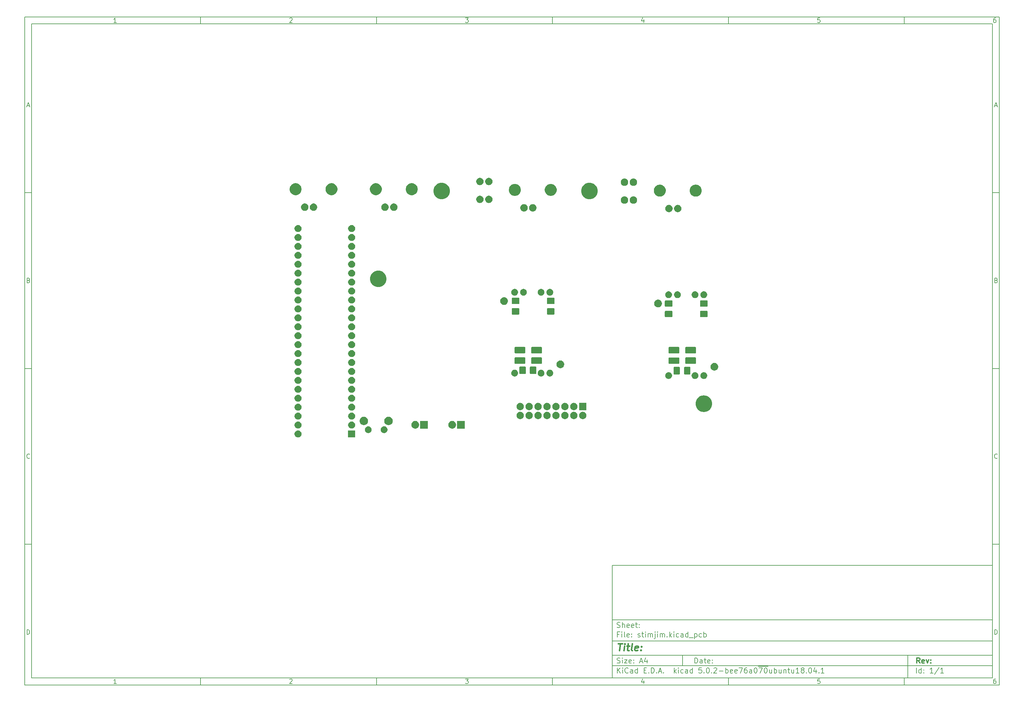
<source format=gbs>
G04 #@! TF.GenerationSoftware,KiCad,Pcbnew,5.0.2-bee76a0~70~ubuntu18.04.1*
G04 #@! TF.CreationDate,2019-02-25T13:41:17+02:00*
G04 #@! TF.ProjectId,stimjim,7374696d-6a69-46d2-9e6b-696361645f70,rev?*
G04 #@! TF.SameCoordinates,Original*
G04 #@! TF.FileFunction,Soldermask,Bot*
G04 #@! TF.FilePolarity,Negative*
%FSLAX46Y46*%
G04 Gerber Fmt 4.6, Leading zero omitted, Abs format (unit mm)*
G04 Created by KiCad (PCBNEW 5.0.2-bee76a0~70~ubuntu18.04.1) date Mon Feb 25 13:41:17 2019*
%MOMM*%
%LPD*%
G01*
G04 APERTURE LIST*
%ADD10C,0.100000*%
%ADD11C,0.150000*%
%ADD12C,0.300000*%
%ADD13C,0.400000*%
G04 APERTURE END LIST*
D10*
D11*
X177002200Y-166007200D02*
X177002200Y-198007200D01*
X285002200Y-198007200D01*
X285002200Y-166007200D01*
X177002200Y-166007200D01*
D10*
D11*
X10000000Y-10000000D02*
X10000000Y-200007200D01*
X287002200Y-200007200D01*
X287002200Y-10000000D01*
X10000000Y-10000000D01*
D10*
D11*
X12000000Y-12000000D02*
X12000000Y-198007200D01*
X285002200Y-198007200D01*
X285002200Y-12000000D01*
X12000000Y-12000000D01*
D10*
D11*
X60000000Y-12000000D02*
X60000000Y-10000000D01*
D10*
D11*
X110000000Y-12000000D02*
X110000000Y-10000000D01*
D10*
D11*
X160000000Y-12000000D02*
X160000000Y-10000000D01*
D10*
D11*
X210000000Y-12000000D02*
X210000000Y-10000000D01*
D10*
D11*
X260000000Y-12000000D02*
X260000000Y-10000000D01*
D10*
D11*
X36065476Y-11588095D02*
X35322619Y-11588095D01*
X35694047Y-11588095D02*
X35694047Y-10288095D01*
X35570238Y-10473809D01*
X35446428Y-10597619D01*
X35322619Y-10659523D01*
D10*
D11*
X85322619Y-10411904D02*
X85384523Y-10350000D01*
X85508333Y-10288095D01*
X85817857Y-10288095D01*
X85941666Y-10350000D01*
X86003571Y-10411904D01*
X86065476Y-10535714D01*
X86065476Y-10659523D01*
X86003571Y-10845238D01*
X85260714Y-11588095D01*
X86065476Y-11588095D01*
D10*
D11*
X135260714Y-10288095D02*
X136065476Y-10288095D01*
X135632142Y-10783333D01*
X135817857Y-10783333D01*
X135941666Y-10845238D01*
X136003571Y-10907142D01*
X136065476Y-11030952D01*
X136065476Y-11340476D01*
X136003571Y-11464285D01*
X135941666Y-11526190D01*
X135817857Y-11588095D01*
X135446428Y-11588095D01*
X135322619Y-11526190D01*
X135260714Y-11464285D01*
D10*
D11*
X185941666Y-10721428D02*
X185941666Y-11588095D01*
X185632142Y-10226190D02*
X185322619Y-11154761D01*
X186127380Y-11154761D01*
D10*
D11*
X236003571Y-10288095D02*
X235384523Y-10288095D01*
X235322619Y-10907142D01*
X235384523Y-10845238D01*
X235508333Y-10783333D01*
X235817857Y-10783333D01*
X235941666Y-10845238D01*
X236003571Y-10907142D01*
X236065476Y-11030952D01*
X236065476Y-11340476D01*
X236003571Y-11464285D01*
X235941666Y-11526190D01*
X235817857Y-11588095D01*
X235508333Y-11588095D01*
X235384523Y-11526190D01*
X235322619Y-11464285D01*
D10*
D11*
X285941666Y-10288095D02*
X285694047Y-10288095D01*
X285570238Y-10350000D01*
X285508333Y-10411904D01*
X285384523Y-10597619D01*
X285322619Y-10845238D01*
X285322619Y-11340476D01*
X285384523Y-11464285D01*
X285446428Y-11526190D01*
X285570238Y-11588095D01*
X285817857Y-11588095D01*
X285941666Y-11526190D01*
X286003571Y-11464285D01*
X286065476Y-11340476D01*
X286065476Y-11030952D01*
X286003571Y-10907142D01*
X285941666Y-10845238D01*
X285817857Y-10783333D01*
X285570238Y-10783333D01*
X285446428Y-10845238D01*
X285384523Y-10907142D01*
X285322619Y-11030952D01*
D10*
D11*
X60000000Y-198007200D02*
X60000000Y-200007200D01*
D10*
D11*
X110000000Y-198007200D02*
X110000000Y-200007200D01*
D10*
D11*
X160000000Y-198007200D02*
X160000000Y-200007200D01*
D10*
D11*
X210000000Y-198007200D02*
X210000000Y-200007200D01*
D10*
D11*
X260000000Y-198007200D02*
X260000000Y-200007200D01*
D10*
D11*
X36065476Y-199595295D02*
X35322619Y-199595295D01*
X35694047Y-199595295D02*
X35694047Y-198295295D01*
X35570238Y-198481009D01*
X35446428Y-198604819D01*
X35322619Y-198666723D01*
D10*
D11*
X85322619Y-198419104D02*
X85384523Y-198357200D01*
X85508333Y-198295295D01*
X85817857Y-198295295D01*
X85941666Y-198357200D01*
X86003571Y-198419104D01*
X86065476Y-198542914D01*
X86065476Y-198666723D01*
X86003571Y-198852438D01*
X85260714Y-199595295D01*
X86065476Y-199595295D01*
D10*
D11*
X135260714Y-198295295D02*
X136065476Y-198295295D01*
X135632142Y-198790533D01*
X135817857Y-198790533D01*
X135941666Y-198852438D01*
X136003571Y-198914342D01*
X136065476Y-199038152D01*
X136065476Y-199347676D01*
X136003571Y-199471485D01*
X135941666Y-199533390D01*
X135817857Y-199595295D01*
X135446428Y-199595295D01*
X135322619Y-199533390D01*
X135260714Y-199471485D01*
D10*
D11*
X185941666Y-198728628D02*
X185941666Y-199595295D01*
X185632142Y-198233390D02*
X185322619Y-199161961D01*
X186127380Y-199161961D01*
D10*
D11*
X236003571Y-198295295D02*
X235384523Y-198295295D01*
X235322619Y-198914342D01*
X235384523Y-198852438D01*
X235508333Y-198790533D01*
X235817857Y-198790533D01*
X235941666Y-198852438D01*
X236003571Y-198914342D01*
X236065476Y-199038152D01*
X236065476Y-199347676D01*
X236003571Y-199471485D01*
X235941666Y-199533390D01*
X235817857Y-199595295D01*
X235508333Y-199595295D01*
X235384523Y-199533390D01*
X235322619Y-199471485D01*
D10*
D11*
X285941666Y-198295295D02*
X285694047Y-198295295D01*
X285570238Y-198357200D01*
X285508333Y-198419104D01*
X285384523Y-198604819D01*
X285322619Y-198852438D01*
X285322619Y-199347676D01*
X285384523Y-199471485D01*
X285446428Y-199533390D01*
X285570238Y-199595295D01*
X285817857Y-199595295D01*
X285941666Y-199533390D01*
X286003571Y-199471485D01*
X286065476Y-199347676D01*
X286065476Y-199038152D01*
X286003571Y-198914342D01*
X285941666Y-198852438D01*
X285817857Y-198790533D01*
X285570238Y-198790533D01*
X285446428Y-198852438D01*
X285384523Y-198914342D01*
X285322619Y-199038152D01*
D10*
D11*
X10000000Y-60000000D02*
X12000000Y-60000000D01*
D10*
D11*
X10000000Y-110000000D02*
X12000000Y-110000000D01*
D10*
D11*
X10000000Y-160000000D02*
X12000000Y-160000000D01*
D10*
D11*
X10690476Y-35216666D02*
X11309523Y-35216666D01*
X10566666Y-35588095D02*
X11000000Y-34288095D01*
X11433333Y-35588095D01*
D10*
D11*
X11092857Y-84907142D02*
X11278571Y-84969047D01*
X11340476Y-85030952D01*
X11402380Y-85154761D01*
X11402380Y-85340476D01*
X11340476Y-85464285D01*
X11278571Y-85526190D01*
X11154761Y-85588095D01*
X10659523Y-85588095D01*
X10659523Y-84288095D01*
X11092857Y-84288095D01*
X11216666Y-84350000D01*
X11278571Y-84411904D01*
X11340476Y-84535714D01*
X11340476Y-84659523D01*
X11278571Y-84783333D01*
X11216666Y-84845238D01*
X11092857Y-84907142D01*
X10659523Y-84907142D01*
D10*
D11*
X11402380Y-135464285D02*
X11340476Y-135526190D01*
X11154761Y-135588095D01*
X11030952Y-135588095D01*
X10845238Y-135526190D01*
X10721428Y-135402380D01*
X10659523Y-135278571D01*
X10597619Y-135030952D01*
X10597619Y-134845238D01*
X10659523Y-134597619D01*
X10721428Y-134473809D01*
X10845238Y-134350000D01*
X11030952Y-134288095D01*
X11154761Y-134288095D01*
X11340476Y-134350000D01*
X11402380Y-134411904D01*
D10*
D11*
X10659523Y-185588095D02*
X10659523Y-184288095D01*
X10969047Y-184288095D01*
X11154761Y-184350000D01*
X11278571Y-184473809D01*
X11340476Y-184597619D01*
X11402380Y-184845238D01*
X11402380Y-185030952D01*
X11340476Y-185278571D01*
X11278571Y-185402380D01*
X11154761Y-185526190D01*
X10969047Y-185588095D01*
X10659523Y-185588095D01*
D10*
D11*
X287002200Y-60000000D02*
X285002200Y-60000000D01*
D10*
D11*
X287002200Y-110000000D02*
X285002200Y-110000000D01*
D10*
D11*
X287002200Y-160000000D02*
X285002200Y-160000000D01*
D10*
D11*
X285692676Y-35216666D02*
X286311723Y-35216666D01*
X285568866Y-35588095D02*
X286002200Y-34288095D01*
X286435533Y-35588095D01*
D10*
D11*
X286095057Y-84907142D02*
X286280771Y-84969047D01*
X286342676Y-85030952D01*
X286404580Y-85154761D01*
X286404580Y-85340476D01*
X286342676Y-85464285D01*
X286280771Y-85526190D01*
X286156961Y-85588095D01*
X285661723Y-85588095D01*
X285661723Y-84288095D01*
X286095057Y-84288095D01*
X286218866Y-84350000D01*
X286280771Y-84411904D01*
X286342676Y-84535714D01*
X286342676Y-84659523D01*
X286280771Y-84783333D01*
X286218866Y-84845238D01*
X286095057Y-84907142D01*
X285661723Y-84907142D01*
D10*
D11*
X286404580Y-135464285D02*
X286342676Y-135526190D01*
X286156961Y-135588095D01*
X286033152Y-135588095D01*
X285847438Y-135526190D01*
X285723628Y-135402380D01*
X285661723Y-135278571D01*
X285599819Y-135030952D01*
X285599819Y-134845238D01*
X285661723Y-134597619D01*
X285723628Y-134473809D01*
X285847438Y-134350000D01*
X286033152Y-134288095D01*
X286156961Y-134288095D01*
X286342676Y-134350000D01*
X286404580Y-134411904D01*
D10*
D11*
X285661723Y-185588095D02*
X285661723Y-184288095D01*
X285971247Y-184288095D01*
X286156961Y-184350000D01*
X286280771Y-184473809D01*
X286342676Y-184597619D01*
X286404580Y-184845238D01*
X286404580Y-185030952D01*
X286342676Y-185278571D01*
X286280771Y-185402380D01*
X286156961Y-185526190D01*
X285971247Y-185588095D01*
X285661723Y-185588095D01*
D10*
D11*
X200434342Y-193785771D02*
X200434342Y-192285771D01*
X200791485Y-192285771D01*
X201005771Y-192357200D01*
X201148628Y-192500057D01*
X201220057Y-192642914D01*
X201291485Y-192928628D01*
X201291485Y-193142914D01*
X201220057Y-193428628D01*
X201148628Y-193571485D01*
X201005771Y-193714342D01*
X200791485Y-193785771D01*
X200434342Y-193785771D01*
X202577200Y-193785771D02*
X202577200Y-193000057D01*
X202505771Y-192857200D01*
X202362914Y-192785771D01*
X202077200Y-192785771D01*
X201934342Y-192857200D01*
X202577200Y-193714342D02*
X202434342Y-193785771D01*
X202077200Y-193785771D01*
X201934342Y-193714342D01*
X201862914Y-193571485D01*
X201862914Y-193428628D01*
X201934342Y-193285771D01*
X202077200Y-193214342D01*
X202434342Y-193214342D01*
X202577200Y-193142914D01*
X203077200Y-192785771D02*
X203648628Y-192785771D01*
X203291485Y-192285771D02*
X203291485Y-193571485D01*
X203362914Y-193714342D01*
X203505771Y-193785771D01*
X203648628Y-193785771D01*
X204720057Y-193714342D02*
X204577200Y-193785771D01*
X204291485Y-193785771D01*
X204148628Y-193714342D01*
X204077200Y-193571485D01*
X204077200Y-193000057D01*
X204148628Y-192857200D01*
X204291485Y-192785771D01*
X204577200Y-192785771D01*
X204720057Y-192857200D01*
X204791485Y-193000057D01*
X204791485Y-193142914D01*
X204077200Y-193285771D01*
X205434342Y-193642914D02*
X205505771Y-193714342D01*
X205434342Y-193785771D01*
X205362914Y-193714342D01*
X205434342Y-193642914D01*
X205434342Y-193785771D01*
X205434342Y-192857200D02*
X205505771Y-192928628D01*
X205434342Y-193000057D01*
X205362914Y-192928628D01*
X205434342Y-192857200D01*
X205434342Y-193000057D01*
D10*
D11*
X177002200Y-194507200D02*
X285002200Y-194507200D01*
D10*
D11*
X178434342Y-196585771D02*
X178434342Y-195085771D01*
X179291485Y-196585771D02*
X178648628Y-195728628D01*
X179291485Y-195085771D02*
X178434342Y-195942914D01*
X179934342Y-196585771D02*
X179934342Y-195585771D01*
X179934342Y-195085771D02*
X179862914Y-195157200D01*
X179934342Y-195228628D01*
X180005771Y-195157200D01*
X179934342Y-195085771D01*
X179934342Y-195228628D01*
X181505771Y-196442914D02*
X181434342Y-196514342D01*
X181220057Y-196585771D01*
X181077200Y-196585771D01*
X180862914Y-196514342D01*
X180720057Y-196371485D01*
X180648628Y-196228628D01*
X180577200Y-195942914D01*
X180577200Y-195728628D01*
X180648628Y-195442914D01*
X180720057Y-195300057D01*
X180862914Y-195157200D01*
X181077200Y-195085771D01*
X181220057Y-195085771D01*
X181434342Y-195157200D01*
X181505771Y-195228628D01*
X182791485Y-196585771D02*
X182791485Y-195800057D01*
X182720057Y-195657200D01*
X182577200Y-195585771D01*
X182291485Y-195585771D01*
X182148628Y-195657200D01*
X182791485Y-196514342D02*
X182648628Y-196585771D01*
X182291485Y-196585771D01*
X182148628Y-196514342D01*
X182077200Y-196371485D01*
X182077200Y-196228628D01*
X182148628Y-196085771D01*
X182291485Y-196014342D01*
X182648628Y-196014342D01*
X182791485Y-195942914D01*
X184148628Y-196585771D02*
X184148628Y-195085771D01*
X184148628Y-196514342D02*
X184005771Y-196585771D01*
X183720057Y-196585771D01*
X183577200Y-196514342D01*
X183505771Y-196442914D01*
X183434342Y-196300057D01*
X183434342Y-195871485D01*
X183505771Y-195728628D01*
X183577200Y-195657200D01*
X183720057Y-195585771D01*
X184005771Y-195585771D01*
X184148628Y-195657200D01*
X186005771Y-195800057D02*
X186505771Y-195800057D01*
X186720057Y-196585771D02*
X186005771Y-196585771D01*
X186005771Y-195085771D01*
X186720057Y-195085771D01*
X187362914Y-196442914D02*
X187434342Y-196514342D01*
X187362914Y-196585771D01*
X187291485Y-196514342D01*
X187362914Y-196442914D01*
X187362914Y-196585771D01*
X188077200Y-196585771D02*
X188077200Y-195085771D01*
X188434342Y-195085771D01*
X188648628Y-195157200D01*
X188791485Y-195300057D01*
X188862914Y-195442914D01*
X188934342Y-195728628D01*
X188934342Y-195942914D01*
X188862914Y-196228628D01*
X188791485Y-196371485D01*
X188648628Y-196514342D01*
X188434342Y-196585771D01*
X188077200Y-196585771D01*
X189577200Y-196442914D02*
X189648628Y-196514342D01*
X189577200Y-196585771D01*
X189505771Y-196514342D01*
X189577200Y-196442914D01*
X189577200Y-196585771D01*
X190220057Y-196157200D02*
X190934342Y-196157200D01*
X190077200Y-196585771D02*
X190577200Y-195085771D01*
X191077200Y-196585771D01*
X191577200Y-196442914D02*
X191648628Y-196514342D01*
X191577200Y-196585771D01*
X191505771Y-196514342D01*
X191577200Y-196442914D01*
X191577200Y-196585771D01*
X194577200Y-196585771D02*
X194577200Y-195085771D01*
X194720057Y-196014342D02*
X195148628Y-196585771D01*
X195148628Y-195585771D02*
X194577200Y-196157200D01*
X195791485Y-196585771D02*
X195791485Y-195585771D01*
X195791485Y-195085771D02*
X195720057Y-195157200D01*
X195791485Y-195228628D01*
X195862914Y-195157200D01*
X195791485Y-195085771D01*
X195791485Y-195228628D01*
X197148628Y-196514342D02*
X197005771Y-196585771D01*
X196720057Y-196585771D01*
X196577200Y-196514342D01*
X196505771Y-196442914D01*
X196434342Y-196300057D01*
X196434342Y-195871485D01*
X196505771Y-195728628D01*
X196577200Y-195657200D01*
X196720057Y-195585771D01*
X197005771Y-195585771D01*
X197148628Y-195657200D01*
X198434342Y-196585771D02*
X198434342Y-195800057D01*
X198362914Y-195657200D01*
X198220057Y-195585771D01*
X197934342Y-195585771D01*
X197791485Y-195657200D01*
X198434342Y-196514342D02*
X198291485Y-196585771D01*
X197934342Y-196585771D01*
X197791485Y-196514342D01*
X197720057Y-196371485D01*
X197720057Y-196228628D01*
X197791485Y-196085771D01*
X197934342Y-196014342D01*
X198291485Y-196014342D01*
X198434342Y-195942914D01*
X199791485Y-196585771D02*
X199791485Y-195085771D01*
X199791485Y-196514342D02*
X199648628Y-196585771D01*
X199362914Y-196585771D01*
X199220057Y-196514342D01*
X199148628Y-196442914D01*
X199077200Y-196300057D01*
X199077200Y-195871485D01*
X199148628Y-195728628D01*
X199220057Y-195657200D01*
X199362914Y-195585771D01*
X199648628Y-195585771D01*
X199791485Y-195657200D01*
X202362914Y-195085771D02*
X201648628Y-195085771D01*
X201577200Y-195800057D01*
X201648628Y-195728628D01*
X201791485Y-195657200D01*
X202148628Y-195657200D01*
X202291485Y-195728628D01*
X202362914Y-195800057D01*
X202434342Y-195942914D01*
X202434342Y-196300057D01*
X202362914Y-196442914D01*
X202291485Y-196514342D01*
X202148628Y-196585771D01*
X201791485Y-196585771D01*
X201648628Y-196514342D01*
X201577200Y-196442914D01*
X203077200Y-196442914D02*
X203148628Y-196514342D01*
X203077200Y-196585771D01*
X203005771Y-196514342D01*
X203077200Y-196442914D01*
X203077200Y-196585771D01*
X204077200Y-195085771D02*
X204220057Y-195085771D01*
X204362914Y-195157200D01*
X204434342Y-195228628D01*
X204505771Y-195371485D01*
X204577200Y-195657200D01*
X204577200Y-196014342D01*
X204505771Y-196300057D01*
X204434342Y-196442914D01*
X204362914Y-196514342D01*
X204220057Y-196585771D01*
X204077200Y-196585771D01*
X203934342Y-196514342D01*
X203862914Y-196442914D01*
X203791485Y-196300057D01*
X203720057Y-196014342D01*
X203720057Y-195657200D01*
X203791485Y-195371485D01*
X203862914Y-195228628D01*
X203934342Y-195157200D01*
X204077200Y-195085771D01*
X205220057Y-196442914D02*
X205291485Y-196514342D01*
X205220057Y-196585771D01*
X205148628Y-196514342D01*
X205220057Y-196442914D01*
X205220057Y-196585771D01*
X205862914Y-195228628D02*
X205934342Y-195157200D01*
X206077200Y-195085771D01*
X206434342Y-195085771D01*
X206577200Y-195157200D01*
X206648628Y-195228628D01*
X206720057Y-195371485D01*
X206720057Y-195514342D01*
X206648628Y-195728628D01*
X205791485Y-196585771D01*
X206720057Y-196585771D01*
X207362914Y-196014342D02*
X208505771Y-196014342D01*
X209220057Y-196585771D02*
X209220057Y-195085771D01*
X209220057Y-195657200D02*
X209362914Y-195585771D01*
X209648628Y-195585771D01*
X209791485Y-195657200D01*
X209862914Y-195728628D01*
X209934342Y-195871485D01*
X209934342Y-196300057D01*
X209862914Y-196442914D01*
X209791485Y-196514342D01*
X209648628Y-196585771D01*
X209362914Y-196585771D01*
X209220057Y-196514342D01*
X211148628Y-196514342D02*
X211005771Y-196585771D01*
X210720057Y-196585771D01*
X210577200Y-196514342D01*
X210505771Y-196371485D01*
X210505771Y-195800057D01*
X210577200Y-195657200D01*
X210720057Y-195585771D01*
X211005771Y-195585771D01*
X211148628Y-195657200D01*
X211220057Y-195800057D01*
X211220057Y-195942914D01*
X210505771Y-196085771D01*
X212434342Y-196514342D02*
X212291485Y-196585771D01*
X212005771Y-196585771D01*
X211862914Y-196514342D01*
X211791485Y-196371485D01*
X211791485Y-195800057D01*
X211862914Y-195657200D01*
X212005771Y-195585771D01*
X212291485Y-195585771D01*
X212434342Y-195657200D01*
X212505771Y-195800057D01*
X212505771Y-195942914D01*
X211791485Y-196085771D01*
X213005771Y-195085771D02*
X214005771Y-195085771D01*
X213362914Y-196585771D01*
X215220057Y-195085771D02*
X214934342Y-195085771D01*
X214791485Y-195157200D01*
X214720057Y-195228628D01*
X214577200Y-195442914D01*
X214505771Y-195728628D01*
X214505771Y-196300057D01*
X214577200Y-196442914D01*
X214648628Y-196514342D01*
X214791485Y-196585771D01*
X215077200Y-196585771D01*
X215220057Y-196514342D01*
X215291485Y-196442914D01*
X215362914Y-196300057D01*
X215362914Y-195942914D01*
X215291485Y-195800057D01*
X215220057Y-195728628D01*
X215077200Y-195657200D01*
X214791485Y-195657200D01*
X214648628Y-195728628D01*
X214577200Y-195800057D01*
X214505771Y-195942914D01*
X216648628Y-196585771D02*
X216648628Y-195800057D01*
X216577200Y-195657200D01*
X216434342Y-195585771D01*
X216148628Y-195585771D01*
X216005771Y-195657200D01*
X216648628Y-196514342D02*
X216505771Y-196585771D01*
X216148628Y-196585771D01*
X216005771Y-196514342D01*
X215934342Y-196371485D01*
X215934342Y-196228628D01*
X216005771Y-196085771D01*
X216148628Y-196014342D01*
X216505771Y-196014342D01*
X216648628Y-195942914D01*
X217648628Y-195085771D02*
X217791485Y-195085771D01*
X217934342Y-195157200D01*
X218005771Y-195228628D01*
X218077200Y-195371485D01*
X218148628Y-195657200D01*
X218148628Y-196014342D01*
X218077200Y-196300057D01*
X218005771Y-196442914D01*
X217934342Y-196514342D01*
X217791485Y-196585771D01*
X217648628Y-196585771D01*
X217505771Y-196514342D01*
X217434342Y-196442914D01*
X217362914Y-196300057D01*
X217291485Y-196014342D01*
X217291485Y-195657200D01*
X217362914Y-195371485D01*
X217434342Y-195228628D01*
X217505771Y-195157200D01*
X217648628Y-195085771D01*
X218434342Y-194677200D02*
X219862914Y-194677200D01*
X218648628Y-195085771D02*
X219648628Y-195085771D01*
X219005771Y-196585771D01*
X219862914Y-194677200D02*
X221291485Y-194677200D01*
X220505771Y-195085771D02*
X220648628Y-195085771D01*
X220791485Y-195157200D01*
X220862914Y-195228628D01*
X220934342Y-195371485D01*
X221005771Y-195657200D01*
X221005771Y-196014342D01*
X220934342Y-196300057D01*
X220862914Y-196442914D01*
X220791485Y-196514342D01*
X220648628Y-196585771D01*
X220505771Y-196585771D01*
X220362914Y-196514342D01*
X220291485Y-196442914D01*
X220220057Y-196300057D01*
X220148628Y-196014342D01*
X220148628Y-195657200D01*
X220220057Y-195371485D01*
X220291485Y-195228628D01*
X220362914Y-195157200D01*
X220505771Y-195085771D01*
X222291485Y-195585771D02*
X222291485Y-196585771D01*
X221648628Y-195585771D02*
X221648628Y-196371485D01*
X221720057Y-196514342D01*
X221862914Y-196585771D01*
X222077200Y-196585771D01*
X222220057Y-196514342D01*
X222291485Y-196442914D01*
X223005771Y-196585771D02*
X223005771Y-195085771D01*
X223005771Y-195657200D02*
X223148628Y-195585771D01*
X223434342Y-195585771D01*
X223577200Y-195657200D01*
X223648628Y-195728628D01*
X223720057Y-195871485D01*
X223720057Y-196300057D01*
X223648628Y-196442914D01*
X223577200Y-196514342D01*
X223434342Y-196585771D01*
X223148628Y-196585771D01*
X223005771Y-196514342D01*
X225005771Y-195585771D02*
X225005771Y-196585771D01*
X224362914Y-195585771D02*
X224362914Y-196371485D01*
X224434342Y-196514342D01*
X224577200Y-196585771D01*
X224791485Y-196585771D01*
X224934342Y-196514342D01*
X225005771Y-196442914D01*
X225720057Y-195585771D02*
X225720057Y-196585771D01*
X225720057Y-195728628D02*
X225791485Y-195657200D01*
X225934342Y-195585771D01*
X226148628Y-195585771D01*
X226291485Y-195657200D01*
X226362914Y-195800057D01*
X226362914Y-196585771D01*
X226862914Y-195585771D02*
X227434342Y-195585771D01*
X227077200Y-195085771D02*
X227077200Y-196371485D01*
X227148628Y-196514342D01*
X227291485Y-196585771D01*
X227434342Y-196585771D01*
X228577200Y-195585771D02*
X228577200Y-196585771D01*
X227934342Y-195585771D02*
X227934342Y-196371485D01*
X228005771Y-196514342D01*
X228148628Y-196585771D01*
X228362914Y-196585771D01*
X228505771Y-196514342D01*
X228577200Y-196442914D01*
X230077200Y-196585771D02*
X229220057Y-196585771D01*
X229648628Y-196585771D02*
X229648628Y-195085771D01*
X229505771Y-195300057D01*
X229362914Y-195442914D01*
X229220057Y-195514342D01*
X230934342Y-195728628D02*
X230791485Y-195657200D01*
X230720057Y-195585771D01*
X230648628Y-195442914D01*
X230648628Y-195371485D01*
X230720057Y-195228628D01*
X230791485Y-195157200D01*
X230934342Y-195085771D01*
X231220057Y-195085771D01*
X231362914Y-195157200D01*
X231434342Y-195228628D01*
X231505771Y-195371485D01*
X231505771Y-195442914D01*
X231434342Y-195585771D01*
X231362914Y-195657200D01*
X231220057Y-195728628D01*
X230934342Y-195728628D01*
X230791485Y-195800057D01*
X230720057Y-195871485D01*
X230648628Y-196014342D01*
X230648628Y-196300057D01*
X230720057Y-196442914D01*
X230791485Y-196514342D01*
X230934342Y-196585771D01*
X231220057Y-196585771D01*
X231362914Y-196514342D01*
X231434342Y-196442914D01*
X231505771Y-196300057D01*
X231505771Y-196014342D01*
X231434342Y-195871485D01*
X231362914Y-195800057D01*
X231220057Y-195728628D01*
X232148628Y-196442914D02*
X232220057Y-196514342D01*
X232148628Y-196585771D01*
X232077200Y-196514342D01*
X232148628Y-196442914D01*
X232148628Y-196585771D01*
X233148628Y-195085771D02*
X233291485Y-195085771D01*
X233434342Y-195157200D01*
X233505771Y-195228628D01*
X233577200Y-195371485D01*
X233648628Y-195657200D01*
X233648628Y-196014342D01*
X233577200Y-196300057D01*
X233505771Y-196442914D01*
X233434342Y-196514342D01*
X233291485Y-196585771D01*
X233148628Y-196585771D01*
X233005771Y-196514342D01*
X232934342Y-196442914D01*
X232862914Y-196300057D01*
X232791485Y-196014342D01*
X232791485Y-195657200D01*
X232862914Y-195371485D01*
X232934342Y-195228628D01*
X233005771Y-195157200D01*
X233148628Y-195085771D01*
X234934342Y-195585771D02*
X234934342Y-196585771D01*
X234577200Y-195014342D02*
X234220057Y-196085771D01*
X235148628Y-196085771D01*
X235720057Y-196442914D02*
X235791485Y-196514342D01*
X235720057Y-196585771D01*
X235648628Y-196514342D01*
X235720057Y-196442914D01*
X235720057Y-196585771D01*
X237220057Y-196585771D02*
X236362914Y-196585771D01*
X236791485Y-196585771D02*
X236791485Y-195085771D01*
X236648628Y-195300057D01*
X236505771Y-195442914D01*
X236362914Y-195514342D01*
D10*
D11*
X177002200Y-191507200D02*
X285002200Y-191507200D01*
D10*
D12*
X264411485Y-193785771D02*
X263911485Y-193071485D01*
X263554342Y-193785771D02*
X263554342Y-192285771D01*
X264125771Y-192285771D01*
X264268628Y-192357200D01*
X264340057Y-192428628D01*
X264411485Y-192571485D01*
X264411485Y-192785771D01*
X264340057Y-192928628D01*
X264268628Y-193000057D01*
X264125771Y-193071485D01*
X263554342Y-193071485D01*
X265625771Y-193714342D02*
X265482914Y-193785771D01*
X265197200Y-193785771D01*
X265054342Y-193714342D01*
X264982914Y-193571485D01*
X264982914Y-193000057D01*
X265054342Y-192857200D01*
X265197200Y-192785771D01*
X265482914Y-192785771D01*
X265625771Y-192857200D01*
X265697200Y-193000057D01*
X265697200Y-193142914D01*
X264982914Y-193285771D01*
X266197200Y-192785771D02*
X266554342Y-193785771D01*
X266911485Y-192785771D01*
X267482914Y-193642914D02*
X267554342Y-193714342D01*
X267482914Y-193785771D01*
X267411485Y-193714342D01*
X267482914Y-193642914D01*
X267482914Y-193785771D01*
X267482914Y-192857200D02*
X267554342Y-192928628D01*
X267482914Y-193000057D01*
X267411485Y-192928628D01*
X267482914Y-192857200D01*
X267482914Y-193000057D01*
D10*
D11*
X178362914Y-193714342D02*
X178577200Y-193785771D01*
X178934342Y-193785771D01*
X179077200Y-193714342D01*
X179148628Y-193642914D01*
X179220057Y-193500057D01*
X179220057Y-193357200D01*
X179148628Y-193214342D01*
X179077200Y-193142914D01*
X178934342Y-193071485D01*
X178648628Y-193000057D01*
X178505771Y-192928628D01*
X178434342Y-192857200D01*
X178362914Y-192714342D01*
X178362914Y-192571485D01*
X178434342Y-192428628D01*
X178505771Y-192357200D01*
X178648628Y-192285771D01*
X179005771Y-192285771D01*
X179220057Y-192357200D01*
X179862914Y-193785771D02*
X179862914Y-192785771D01*
X179862914Y-192285771D02*
X179791485Y-192357200D01*
X179862914Y-192428628D01*
X179934342Y-192357200D01*
X179862914Y-192285771D01*
X179862914Y-192428628D01*
X180434342Y-192785771D02*
X181220057Y-192785771D01*
X180434342Y-193785771D01*
X181220057Y-193785771D01*
X182362914Y-193714342D02*
X182220057Y-193785771D01*
X181934342Y-193785771D01*
X181791485Y-193714342D01*
X181720057Y-193571485D01*
X181720057Y-193000057D01*
X181791485Y-192857200D01*
X181934342Y-192785771D01*
X182220057Y-192785771D01*
X182362914Y-192857200D01*
X182434342Y-193000057D01*
X182434342Y-193142914D01*
X181720057Y-193285771D01*
X183077200Y-193642914D02*
X183148628Y-193714342D01*
X183077200Y-193785771D01*
X183005771Y-193714342D01*
X183077200Y-193642914D01*
X183077200Y-193785771D01*
X183077200Y-192857200D02*
X183148628Y-192928628D01*
X183077200Y-193000057D01*
X183005771Y-192928628D01*
X183077200Y-192857200D01*
X183077200Y-193000057D01*
X184862914Y-193357200D02*
X185577200Y-193357200D01*
X184720057Y-193785771D02*
X185220057Y-192285771D01*
X185720057Y-193785771D01*
X186862914Y-192785771D02*
X186862914Y-193785771D01*
X186505771Y-192214342D02*
X186148628Y-193285771D01*
X187077200Y-193285771D01*
D10*
D11*
X263434342Y-196585771D02*
X263434342Y-195085771D01*
X264791485Y-196585771D02*
X264791485Y-195085771D01*
X264791485Y-196514342D02*
X264648628Y-196585771D01*
X264362914Y-196585771D01*
X264220057Y-196514342D01*
X264148628Y-196442914D01*
X264077200Y-196300057D01*
X264077200Y-195871485D01*
X264148628Y-195728628D01*
X264220057Y-195657200D01*
X264362914Y-195585771D01*
X264648628Y-195585771D01*
X264791485Y-195657200D01*
X265505771Y-196442914D02*
X265577200Y-196514342D01*
X265505771Y-196585771D01*
X265434342Y-196514342D01*
X265505771Y-196442914D01*
X265505771Y-196585771D01*
X265505771Y-195657200D02*
X265577200Y-195728628D01*
X265505771Y-195800057D01*
X265434342Y-195728628D01*
X265505771Y-195657200D01*
X265505771Y-195800057D01*
X268148628Y-196585771D02*
X267291485Y-196585771D01*
X267720057Y-196585771D02*
X267720057Y-195085771D01*
X267577200Y-195300057D01*
X267434342Y-195442914D01*
X267291485Y-195514342D01*
X269862914Y-195014342D02*
X268577200Y-196942914D01*
X271148628Y-196585771D02*
X270291485Y-196585771D01*
X270720057Y-196585771D02*
X270720057Y-195085771D01*
X270577200Y-195300057D01*
X270434342Y-195442914D01*
X270291485Y-195514342D01*
D10*
D11*
X177002200Y-187507200D02*
X285002200Y-187507200D01*
D10*
D13*
X178714580Y-188211961D02*
X179857438Y-188211961D01*
X179036009Y-190211961D02*
X179286009Y-188211961D01*
X180274104Y-190211961D02*
X180440771Y-188878628D01*
X180524104Y-188211961D02*
X180416961Y-188307200D01*
X180500295Y-188402438D01*
X180607438Y-188307200D01*
X180524104Y-188211961D01*
X180500295Y-188402438D01*
X181107438Y-188878628D02*
X181869342Y-188878628D01*
X181476485Y-188211961D02*
X181262200Y-189926247D01*
X181333628Y-190116723D01*
X181512200Y-190211961D01*
X181702676Y-190211961D01*
X182655057Y-190211961D02*
X182476485Y-190116723D01*
X182405057Y-189926247D01*
X182619342Y-188211961D01*
X184190771Y-190116723D02*
X183988390Y-190211961D01*
X183607438Y-190211961D01*
X183428866Y-190116723D01*
X183357438Y-189926247D01*
X183452676Y-189164342D01*
X183571723Y-188973866D01*
X183774104Y-188878628D01*
X184155057Y-188878628D01*
X184333628Y-188973866D01*
X184405057Y-189164342D01*
X184381247Y-189354819D01*
X183405057Y-189545295D01*
X185155057Y-190021485D02*
X185238390Y-190116723D01*
X185131247Y-190211961D01*
X185047914Y-190116723D01*
X185155057Y-190021485D01*
X185131247Y-190211961D01*
X185286009Y-188973866D02*
X185369342Y-189069104D01*
X185262200Y-189164342D01*
X185178866Y-189069104D01*
X185286009Y-188973866D01*
X185262200Y-189164342D01*
D10*
D11*
X178934342Y-185600057D02*
X178434342Y-185600057D01*
X178434342Y-186385771D02*
X178434342Y-184885771D01*
X179148628Y-184885771D01*
X179720057Y-186385771D02*
X179720057Y-185385771D01*
X179720057Y-184885771D02*
X179648628Y-184957200D01*
X179720057Y-185028628D01*
X179791485Y-184957200D01*
X179720057Y-184885771D01*
X179720057Y-185028628D01*
X180648628Y-186385771D02*
X180505771Y-186314342D01*
X180434342Y-186171485D01*
X180434342Y-184885771D01*
X181791485Y-186314342D02*
X181648628Y-186385771D01*
X181362914Y-186385771D01*
X181220057Y-186314342D01*
X181148628Y-186171485D01*
X181148628Y-185600057D01*
X181220057Y-185457200D01*
X181362914Y-185385771D01*
X181648628Y-185385771D01*
X181791485Y-185457200D01*
X181862914Y-185600057D01*
X181862914Y-185742914D01*
X181148628Y-185885771D01*
X182505771Y-186242914D02*
X182577200Y-186314342D01*
X182505771Y-186385771D01*
X182434342Y-186314342D01*
X182505771Y-186242914D01*
X182505771Y-186385771D01*
X182505771Y-185457200D02*
X182577200Y-185528628D01*
X182505771Y-185600057D01*
X182434342Y-185528628D01*
X182505771Y-185457200D01*
X182505771Y-185600057D01*
X184291485Y-186314342D02*
X184434342Y-186385771D01*
X184720057Y-186385771D01*
X184862914Y-186314342D01*
X184934342Y-186171485D01*
X184934342Y-186100057D01*
X184862914Y-185957200D01*
X184720057Y-185885771D01*
X184505771Y-185885771D01*
X184362914Y-185814342D01*
X184291485Y-185671485D01*
X184291485Y-185600057D01*
X184362914Y-185457200D01*
X184505771Y-185385771D01*
X184720057Y-185385771D01*
X184862914Y-185457200D01*
X185362914Y-185385771D02*
X185934342Y-185385771D01*
X185577200Y-184885771D02*
X185577200Y-186171485D01*
X185648628Y-186314342D01*
X185791485Y-186385771D01*
X185934342Y-186385771D01*
X186434342Y-186385771D02*
X186434342Y-185385771D01*
X186434342Y-184885771D02*
X186362914Y-184957200D01*
X186434342Y-185028628D01*
X186505771Y-184957200D01*
X186434342Y-184885771D01*
X186434342Y-185028628D01*
X187148628Y-186385771D02*
X187148628Y-185385771D01*
X187148628Y-185528628D02*
X187220057Y-185457200D01*
X187362914Y-185385771D01*
X187577200Y-185385771D01*
X187720057Y-185457200D01*
X187791485Y-185600057D01*
X187791485Y-186385771D01*
X187791485Y-185600057D02*
X187862914Y-185457200D01*
X188005771Y-185385771D01*
X188220057Y-185385771D01*
X188362914Y-185457200D01*
X188434342Y-185600057D01*
X188434342Y-186385771D01*
X189148628Y-185385771D02*
X189148628Y-186671485D01*
X189077200Y-186814342D01*
X188934342Y-186885771D01*
X188862914Y-186885771D01*
X189148628Y-184885771D02*
X189077200Y-184957200D01*
X189148628Y-185028628D01*
X189220057Y-184957200D01*
X189148628Y-184885771D01*
X189148628Y-185028628D01*
X189862914Y-186385771D02*
X189862914Y-185385771D01*
X189862914Y-184885771D02*
X189791485Y-184957200D01*
X189862914Y-185028628D01*
X189934342Y-184957200D01*
X189862914Y-184885771D01*
X189862914Y-185028628D01*
X190577200Y-186385771D02*
X190577200Y-185385771D01*
X190577200Y-185528628D02*
X190648628Y-185457200D01*
X190791485Y-185385771D01*
X191005771Y-185385771D01*
X191148628Y-185457200D01*
X191220057Y-185600057D01*
X191220057Y-186385771D01*
X191220057Y-185600057D02*
X191291485Y-185457200D01*
X191434342Y-185385771D01*
X191648628Y-185385771D01*
X191791485Y-185457200D01*
X191862914Y-185600057D01*
X191862914Y-186385771D01*
X192577200Y-186242914D02*
X192648628Y-186314342D01*
X192577200Y-186385771D01*
X192505771Y-186314342D01*
X192577200Y-186242914D01*
X192577200Y-186385771D01*
X193291485Y-186385771D02*
X193291485Y-184885771D01*
X193434342Y-185814342D02*
X193862914Y-186385771D01*
X193862914Y-185385771D02*
X193291485Y-185957200D01*
X194505771Y-186385771D02*
X194505771Y-185385771D01*
X194505771Y-184885771D02*
X194434342Y-184957200D01*
X194505771Y-185028628D01*
X194577200Y-184957200D01*
X194505771Y-184885771D01*
X194505771Y-185028628D01*
X195862914Y-186314342D02*
X195720057Y-186385771D01*
X195434342Y-186385771D01*
X195291485Y-186314342D01*
X195220057Y-186242914D01*
X195148628Y-186100057D01*
X195148628Y-185671485D01*
X195220057Y-185528628D01*
X195291485Y-185457200D01*
X195434342Y-185385771D01*
X195720057Y-185385771D01*
X195862914Y-185457200D01*
X197148628Y-186385771D02*
X197148628Y-185600057D01*
X197077200Y-185457200D01*
X196934342Y-185385771D01*
X196648628Y-185385771D01*
X196505771Y-185457200D01*
X197148628Y-186314342D02*
X197005771Y-186385771D01*
X196648628Y-186385771D01*
X196505771Y-186314342D01*
X196434342Y-186171485D01*
X196434342Y-186028628D01*
X196505771Y-185885771D01*
X196648628Y-185814342D01*
X197005771Y-185814342D01*
X197148628Y-185742914D01*
X198505771Y-186385771D02*
X198505771Y-184885771D01*
X198505771Y-186314342D02*
X198362914Y-186385771D01*
X198077200Y-186385771D01*
X197934342Y-186314342D01*
X197862914Y-186242914D01*
X197791485Y-186100057D01*
X197791485Y-185671485D01*
X197862914Y-185528628D01*
X197934342Y-185457200D01*
X198077200Y-185385771D01*
X198362914Y-185385771D01*
X198505771Y-185457200D01*
X198862914Y-186528628D02*
X200005771Y-186528628D01*
X200362914Y-185385771D02*
X200362914Y-186885771D01*
X200362914Y-185457200D02*
X200505771Y-185385771D01*
X200791485Y-185385771D01*
X200934342Y-185457200D01*
X201005771Y-185528628D01*
X201077200Y-185671485D01*
X201077200Y-186100057D01*
X201005771Y-186242914D01*
X200934342Y-186314342D01*
X200791485Y-186385771D01*
X200505771Y-186385771D01*
X200362914Y-186314342D01*
X202362914Y-186314342D02*
X202220057Y-186385771D01*
X201934342Y-186385771D01*
X201791485Y-186314342D01*
X201720057Y-186242914D01*
X201648628Y-186100057D01*
X201648628Y-185671485D01*
X201720057Y-185528628D01*
X201791485Y-185457200D01*
X201934342Y-185385771D01*
X202220057Y-185385771D01*
X202362914Y-185457200D01*
X203005771Y-186385771D02*
X203005771Y-184885771D01*
X203005771Y-185457200D02*
X203148628Y-185385771D01*
X203434342Y-185385771D01*
X203577200Y-185457200D01*
X203648628Y-185528628D01*
X203720057Y-185671485D01*
X203720057Y-186100057D01*
X203648628Y-186242914D01*
X203577200Y-186314342D01*
X203434342Y-186385771D01*
X203148628Y-186385771D01*
X203005771Y-186314342D01*
D10*
D11*
X177002200Y-181507200D02*
X285002200Y-181507200D01*
D10*
D11*
X178362914Y-183614342D02*
X178577200Y-183685771D01*
X178934342Y-183685771D01*
X179077200Y-183614342D01*
X179148628Y-183542914D01*
X179220057Y-183400057D01*
X179220057Y-183257200D01*
X179148628Y-183114342D01*
X179077200Y-183042914D01*
X178934342Y-182971485D01*
X178648628Y-182900057D01*
X178505771Y-182828628D01*
X178434342Y-182757200D01*
X178362914Y-182614342D01*
X178362914Y-182471485D01*
X178434342Y-182328628D01*
X178505771Y-182257200D01*
X178648628Y-182185771D01*
X179005771Y-182185771D01*
X179220057Y-182257200D01*
X179862914Y-183685771D02*
X179862914Y-182185771D01*
X180505771Y-183685771D02*
X180505771Y-182900057D01*
X180434342Y-182757200D01*
X180291485Y-182685771D01*
X180077200Y-182685771D01*
X179934342Y-182757200D01*
X179862914Y-182828628D01*
X181791485Y-183614342D02*
X181648628Y-183685771D01*
X181362914Y-183685771D01*
X181220057Y-183614342D01*
X181148628Y-183471485D01*
X181148628Y-182900057D01*
X181220057Y-182757200D01*
X181362914Y-182685771D01*
X181648628Y-182685771D01*
X181791485Y-182757200D01*
X181862914Y-182900057D01*
X181862914Y-183042914D01*
X181148628Y-183185771D01*
X183077200Y-183614342D02*
X182934342Y-183685771D01*
X182648628Y-183685771D01*
X182505771Y-183614342D01*
X182434342Y-183471485D01*
X182434342Y-182900057D01*
X182505771Y-182757200D01*
X182648628Y-182685771D01*
X182934342Y-182685771D01*
X183077200Y-182757200D01*
X183148628Y-182900057D01*
X183148628Y-183042914D01*
X182434342Y-183185771D01*
X183577200Y-182685771D02*
X184148628Y-182685771D01*
X183791485Y-182185771D02*
X183791485Y-183471485D01*
X183862914Y-183614342D01*
X184005771Y-183685771D01*
X184148628Y-183685771D01*
X184648628Y-183542914D02*
X184720057Y-183614342D01*
X184648628Y-183685771D01*
X184577200Y-183614342D01*
X184648628Y-183542914D01*
X184648628Y-183685771D01*
X184648628Y-182757200D02*
X184720057Y-182828628D01*
X184648628Y-182900057D01*
X184577200Y-182828628D01*
X184648628Y-182757200D01*
X184648628Y-182900057D01*
D10*
D11*
X197002200Y-191507200D02*
X197002200Y-194507200D01*
D10*
D11*
X261002200Y-191507200D02*
X261002200Y-198007200D01*
D10*
G36*
X103920000Y-129610000D02*
X101920000Y-129610000D01*
X101920000Y-127610000D01*
X103920000Y-127610000D01*
X103920000Y-129610000D01*
X103920000Y-129610000D01*
G37*
G36*
X87855770Y-127625372D02*
X87971689Y-127648429D01*
X88153678Y-127723811D01*
X88317463Y-127833249D01*
X88456751Y-127972537D01*
X88566189Y-128136322D01*
X88641571Y-128318311D01*
X88680000Y-128511509D01*
X88680000Y-128708491D01*
X88641571Y-128901689D01*
X88566189Y-129083678D01*
X88456751Y-129247463D01*
X88317463Y-129386751D01*
X88153678Y-129496189D01*
X87971689Y-129571571D01*
X87855770Y-129594628D01*
X87778493Y-129610000D01*
X87581507Y-129610000D01*
X87504230Y-129594628D01*
X87388311Y-129571571D01*
X87206322Y-129496189D01*
X87042537Y-129386751D01*
X86903249Y-129247463D01*
X86793811Y-129083678D01*
X86718429Y-128901689D01*
X86680000Y-128708491D01*
X86680000Y-128511509D01*
X86718429Y-128318311D01*
X86793811Y-128136322D01*
X86903249Y-127972537D01*
X87042537Y-127833249D01*
X87206322Y-127723811D01*
X87388311Y-127648429D01*
X87504230Y-127625372D01*
X87581507Y-127610000D01*
X87778493Y-127610000D01*
X87855770Y-127625372D01*
X87855770Y-127625372D01*
G37*
G36*
X112430603Y-126474968D02*
X112430606Y-126474969D01*
X112430605Y-126474969D01*
X112605678Y-126547486D01*
X112605679Y-126547487D01*
X112763241Y-126652767D01*
X112897233Y-126786759D01*
X112942444Y-126854422D01*
X113002514Y-126944322D01*
X113007429Y-126956189D01*
X113075032Y-127119397D01*
X113112000Y-127305250D01*
X113112000Y-127494750D01*
X113075032Y-127680603D01*
X113075031Y-127680605D01*
X113002514Y-127855678D01*
X113002513Y-127855679D01*
X112897233Y-128013241D01*
X112763241Y-128147233D01*
X112683923Y-128200232D01*
X112605678Y-128252514D01*
X112470266Y-128308603D01*
X112430603Y-128325032D01*
X112244750Y-128362000D01*
X112055250Y-128362000D01*
X111869397Y-128325032D01*
X111829734Y-128308603D01*
X111694322Y-128252514D01*
X111616077Y-128200232D01*
X111536759Y-128147233D01*
X111402767Y-128013241D01*
X111297487Y-127855679D01*
X111297486Y-127855678D01*
X111224969Y-127680605D01*
X111224968Y-127680603D01*
X111188000Y-127494750D01*
X111188000Y-127305250D01*
X111224968Y-127119397D01*
X111292571Y-126956189D01*
X111297486Y-126944322D01*
X111357556Y-126854422D01*
X111402767Y-126786759D01*
X111536759Y-126652767D01*
X111694321Y-126547487D01*
X111694322Y-126547486D01*
X111869395Y-126474969D01*
X111869394Y-126474969D01*
X111869397Y-126474968D01*
X112055250Y-126438000D01*
X112244750Y-126438000D01*
X112430603Y-126474968D01*
X112430603Y-126474968D01*
G37*
G36*
X107930603Y-126474968D02*
X107930606Y-126474969D01*
X107930605Y-126474969D01*
X108105678Y-126547486D01*
X108105679Y-126547487D01*
X108263241Y-126652767D01*
X108397233Y-126786759D01*
X108442444Y-126854422D01*
X108502514Y-126944322D01*
X108507429Y-126956189D01*
X108575032Y-127119397D01*
X108612000Y-127305250D01*
X108612000Y-127494750D01*
X108575032Y-127680603D01*
X108575031Y-127680605D01*
X108502514Y-127855678D01*
X108502513Y-127855679D01*
X108397233Y-128013241D01*
X108263241Y-128147233D01*
X108183923Y-128200232D01*
X108105678Y-128252514D01*
X107970266Y-128308603D01*
X107930603Y-128325032D01*
X107744750Y-128362000D01*
X107555250Y-128362000D01*
X107369397Y-128325032D01*
X107329734Y-128308603D01*
X107194322Y-128252514D01*
X107116077Y-128200232D01*
X107036759Y-128147233D01*
X106902767Y-128013241D01*
X106797487Y-127855679D01*
X106797486Y-127855678D01*
X106724969Y-127680605D01*
X106724968Y-127680603D01*
X106688000Y-127494750D01*
X106688000Y-127305250D01*
X106724968Y-127119397D01*
X106792571Y-126956189D01*
X106797486Y-126944322D01*
X106857556Y-126854422D01*
X106902767Y-126786759D01*
X107036759Y-126652767D01*
X107194321Y-126547487D01*
X107194322Y-126547486D01*
X107369395Y-126474969D01*
X107369394Y-126474969D01*
X107369397Y-126474968D01*
X107555250Y-126438000D01*
X107744750Y-126438000D01*
X107930603Y-126474968D01*
X107930603Y-126474968D01*
G37*
G36*
X135100000Y-127100000D02*
X132900000Y-127100000D01*
X132900000Y-124900000D01*
X135100000Y-124900000D01*
X135100000Y-127100000D01*
X135100000Y-127100000D01*
G37*
G36*
X124600000Y-127100000D02*
X122400000Y-127100000D01*
X122400000Y-124900000D01*
X124600000Y-124900000D01*
X124600000Y-127100000D01*
X124600000Y-127100000D01*
G37*
G36*
X121320857Y-124942272D02*
X121521042Y-125025191D01*
X121701213Y-125145578D01*
X121854422Y-125298787D01*
X121974809Y-125478958D01*
X122057728Y-125679143D01*
X122100000Y-125891658D01*
X122100000Y-126108342D01*
X122057728Y-126320857D01*
X121974809Y-126521042D01*
X121974807Y-126521045D01*
X121886794Y-126652766D01*
X121854422Y-126701213D01*
X121701213Y-126854422D01*
X121521042Y-126974809D01*
X121320857Y-127057728D01*
X121108342Y-127100000D01*
X120891658Y-127100000D01*
X120679143Y-127057728D01*
X120478958Y-126974809D01*
X120298787Y-126854422D01*
X120145578Y-126701213D01*
X120113207Y-126652766D01*
X120025193Y-126521045D01*
X120025191Y-126521042D01*
X119942272Y-126320857D01*
X119900000Y-126108342D01*
X119900000Y-125891658D01*
X119942272Y-125679143D01*
X120025191Y-125478958D01*
X120145578Y-125298787D01*
X120298787Y-125145578D01*
X120478958Y-125025191D01*
X120679143Y-124942272D01*
X120891658Y-124900000D01*
X121108342Y-124900000D01*
X121320857Y-124942272D01*
X121320857Y-124942272D01*
G37*
G36*
X131820857Y-124942272D02*
X132021042Y-125025191D01*
X132201213Y-125145578D01*
X132354422Y-125298787D01*
X132474809Y-125478958D01*
X132557728Y-125679143D01*
X132600000Y-125891658D01*
X132600000Y-126108342D01*
X132557728Y-126320857D01*
X132474809Y-126521042D01*
X132474807Y-126521045D01*
X132386794Y-126652766D01*
X132354422Y-126701213D01*
X132201213Y-126854422D01*
X132021042Y-126974809D01*
X131820857Y-127057728D01*
X131608342Y-127100000D01*
X131391658Y-127100000D01*
X131179143Y-127057728D01*
X130978958Y-126974809D01*
X130798787Y-126854422D01*
X130645578Y-126701213D01*
X130613207Y-126652766D01*
X130525193Y-126521045D01*
X130525191Y-126521042D01*
X130442272Y-126320857D01*
X130400000Y-126108342D01*
X130400000Y-125891658D01*
X130442272Y-125679143D01*
X130525191Y-125478958D01*
X130645578Y-125298787D01*
X130798787Y-125145578D01*
X130978958Y-125025191D01*
X131179143Y-124942272D01*
X131391658Y-124900000D01*
X131608342Y-124900000D01*
X131820857Y-124942272D01*
X131820857Y-124942272D01*
G37*
G36*
X103095770Y-125085372D02*
X103211689Y-125108429D01*
X103393678Y-125183811D01*
X103557463Y-125293249D01*
X103696751Y-125432537D01*
X103806189Y-125596322D01*
X103881571Y-125778311D01*
X103892270Y-125832099D01*
X103918393Y-125963427D01*
X103920000Y-125971509D01*
X103920000Y-126168491D01*
X103881571Y-126361689D01*
X103806189Y-126543678D01*
X103696751Y-126707463D01*
X103557463Y-126846751D01*
X103393678Y-126956189D01*
X103211689Y-127031571D01*
X103095770Y-127054628D01*
X103018493Y-127070000D01*
X102821507Y-127070000D01*
X102744230Y-127054628D01*
X102628311Y-127031571D01*
X102446322Y-126956189D01*
X102282537Y-126846751D01*
X102143249Y-126707463D01*
X102033811Y-126543678D01*
X101958429Y-126361689D01*
X101920000Y-126168491D01*
X101920000Y-125971509D01*
X101921608Y-125963427D01*
X101947730Y-125832099D01*
X101958429Y-125778311D01*
X102033811Y-125596322D01*
X102143249Y-125432537D01*
X102282537Y-125293249D01*
X102446322Y-125183811D01*
X102628311Y-125108429D01*
X102744230Y-125085372D01*
X102821507Y-125070000D01*
X103018493Y-125070000D01*
X103095770Y-125085372D01*
X103095770Y-125085372D01*
G37*
G36*
X87855770Y-125085372D02*
X87971689Y-125108429D01*
X88153678Y-125183811D01*
X88317463Y-125293249D01*
X88456751Y-125432537D01*
X88566189Y-125596322D01*
X88641571Y-125778311D01*
X88652270Y-125832099D01*
X88678393Y-125963427D01*
X88680000Y-125971509D01*
X88680000Y-126168491D01*
X88641571Y-126361689D01*
X88566189Y-126543678D01*
X88456751Y-126707463D01*
X88317463Y-126846751D01*
X88153678Y-126956189D01*
X87971689Y-127031571D01*
X87855770Y-127054628D01*
X87778493Y-127070000D01*
X87581507Y-127070000D01*
X87504230Y-127054628D01*
X87388311Y-127031571D01*
X87206322Y-126956189D01*
X87042537Y-126846751D01*
X86903249Y-126707463D01*
X86793811Y-126543678D01*
X86718429Y-126361689D01*
X86680000Y-126168491D01*
X86680000Y-125971509D01*
X86681608Y-125963427D01*
X86707730Y-125832099D01*
X86718429Y-125778311D01*
X86793811Y-125596322D01*
X86903249Y-125432537D01*
X87042537Y-125293249D01*
X87206322Y-125183811D01*
X87388311Y-125108429D01*
X87504230Y-125085372D01*
X87581507Y-125070000D01*
X87778493Y-125070000D01*
X87855770Y-125085372D01*
X87855770Y-125085372D01*
G37*
G36*
X106750026Y-123746115D02*
X106968412Y-123836573D01*
X107164958Y-123967901D01*
X107332099Y-124135042D01*
X107463427Y-124331588D01*
X107553885Y-124549974D01*
X107600000Y-124781809D01*
X107600000Y-125018191D01*
X107553885Y-125250026D01*
X107463427Y-125468412D01*
X107332099Y-125664958D01*
X107164958Y-125832099D01*
X106968412Y-125963427D01*
X106750026Y-126053885D01*
X106518191Y-126100000D01*
X106281809Y-126100000D01*
X106049974Y-126053885D01*
X105831588Y-125963427D01*
X105635042Y-125832099D01*
X105467901Y-125664958D01*
X105336573Y-125468412D01*
X105246115Y-125250026D01*
X105200000Y-125018191D01*
X105200000Y-124781809D01*
X105246115Y-124549974D01*
X105336573Y-124331588D01*
X105467901Y-124135042D01*
X105635042Y-123967901D01*
X105831588Y-123836573D01*
X106049974Y-123746115D01*
X106281809Y-123700000D01*
X106518191Y-123700000D01*
X106750026Y-123746115D01*
X106750026Y-123746115D01*
G37*
G36*
X113750026Y-123746115D02*
X113968412Y-123836573D01*
X114164958Y-123967901D01*
X114332099Y-124135042D01*
X114463427Y-124331588D01*
X114553885Y-124549974D01*
X114600000Y-124781809D01*
X114600000Y-125018191D01*
X114553885Y-125250026D01*
X114463427Y-125468412D01*
X114332099Y-125664958D01*
X114164958Y-125832099D01*
X113968412Y-125963427D01*
X113750026Y-126053885D01*
X113518191Y-126100000D01*
X113281809Y-126100000D01*
X113049974Y-126053885D01*
X112831588Y-125963427D01*
X112635042Y-125832099D01*
X112467901Y-125664958D01*
X112336573Y-125468412D01*
X112246115Y-125250026D01*
X112200000Y-125018191D01*
X112200000Y-124781809D01*
X112246115Y-124549974D01*
X112336573Y-124331588D01*
X112467901Y-124135042D01*
X112635042Y-123967901D01*
X112831588Y-123836573D01*
X113049974Y-123746115D01*
X113281809Y-123700000D01*
X113518191Y-123700000D01*
X113750026Y-123746115D01*
X113750026Y-123746115D01*
G37*
G36*
X103095770Y-122545372D02*
X103211689Y-122568429D01*
X103393678Y-122643811D01*
X103557463Y-122753249D01*
X103696751Y-122892537D01*
X103806189Y-123056322D01*
X103881571Y-123238311D01*
X103904628Y-123354230D01*
X103920000Y-123431507D01*
X103920000Y-123628493D01*
X103916463Y-123646274D01*
X103881571Y-123821689D01*
X103806189Y-124003678D01*
X103696751Y-124167463D01*
X103557463Y-124306751D01*
X103393678Y-124416189D01*
X103211689Y-124491571D01*
X103095770Y-124514628D01*
X103018493Y-124530000D01*
X102821507Y-124530000D01*
X102744230Y-124514628D01*
X102628311Y-124491571D01*
X102446322Y-124416189D01*
X102282537Y-124306751D01*
X102143249Y-124167463D01*
X102033811Y-124003678D01*
X101958429Y-123821689D01*
X101923537Y-123646274D01*
X101920000Y-123628493D01*
X101920000Y-123431507D01*
X101935372Y-123354230D01*
X101958429Y-123238311D01*
X102033811Y-123056322D01*
X102143249Y-122892537D01*
X102282537Y-122753249D01*
X102446322Y-122643811D01*
X102628311Y-122568429D01*
X102744230Y-122545372D01*
X102821507Y-122530000D01*
X103018493Y-122530000D01*
X103095770Y-122545372D01*
X103095770Y-122545372D01*
G37*
G36*
X87855770Y-122545372D02*
X87971689Y-122568429D01*
X88153678Y-122643811D01*
X88317463Y-122753249D01*
X88456751Y-122892537D01*
X88566189Y-123056322D01*
X88641571Y-123238311D01*
X88664628Y-123354230D01*
X88680000Y-123431507D01*
X88680000Y-123628493D01*
X88676463Y-123646274D01*
X88641571Y-123821689D01*
X88566189Y-124003678D01*
X88456751Y-124167463D01*
X88317463Y-124306751D01*
X88153678Y-124416189D01*
X87971689Y-124491571D01*
X87855770Y-124514628D01*
X87778493Y-124530000D01*
X87581507Y-124530000D01*
X87504230Y-124514628D01*
X87388311Y-124491571D01*
X87206322Y-124416189D01*
X87042537Y-124306751D01*
X86903249Y-124167463D01*
X86793811Y-124003678D01*
X86718429Y-123821689D01*
X86683537Y-123646274D01*
X86680000Y-123628493D01*
X86680000Y-123431507D01*
X86695372Y-123354230D01*
X86718429Y-123238311D01*
X86793811Y-123056322D01*
X86903249Y-122892537D01*
X87042537Y-122753249D01*
X87206322Y-122643811D01*
X87388311Y-122568429D01*
X87504230Y-122545372D01*
X87581507Y-122530000D01*
X87778493Y-122530000D01*
X87855770Y-122545372D01*
X87855770Y-122545372D01*
G37*
G36*
X153485888Y-122294470D02*
X153666274Y-122330350D01*
X153857362Y-122409502D01*
X154029336Y-122524411D01*
X154175589Y-122670664D01*
X154290498Y-122842638D01*
X154369650Y-123033726D01*
X154410000Y-123236584D01*
X154410000Y-123443416D01*
X154369650Y-123646274D01*
X154290498Y-123837362D01*
X154175589Y-124009336D01*
X154029336Y-124155589D01*
X153857362Y-124270498D01*
X153666274Y-124349650D01*
X153485888Y-124385530D01*
X153463417Y-124390000D01*
X153256583Y-124390000D01*
X153234112Y-124385530D01*
X153053726Y-124349650D01*
X152862638Y-124270498D01*
X152690664Y-124155589D01*
X152544411Y-124009336D01*
X152429502Y-123837362D01*
X152350350Y-123646274D01*
X152310000Y-123443416D01*
X152310000Y-123236584D01*
X152350350Y-123033726D01*
X152429502Y-122842638D01*
X152544411Y-122670664D01*
X152690664Y-122524411D01*
X152862638Y-122409502D01*
X153053726Y-122330350D01*
X153234112Y-122294470D01*
X153256583Y-122290000D01*
X153463417Y-122290000D01*
X153485888Y-122294470D01*
X153485888Y-122294470D01*
G37*
G36*
X156025888Y-122294470D02*
X156206274Y-122330350D01*
X156397362Y-122409502D01*
X156569336Y-122524411D01*
X156715589Y-122670664D01*
X156830498Y-122842638D01*
X156909650Y-123033726D01*
X156950000Y-123236584D01*
X156950000Y-123443416D01*
X156909650Y-123646274D01*
X156830498Y-123837362D01*
X156715589Y-124009336D01*
X156569336Y-124155589D01*
X156397362Y-124270498D01*
X156206274Y-124349650D01*
X156025888Y-124385530D01*
X156003417Y-124390000D01*
X155796583Y-124390000D01*
X155774112Y-124385530D01*
X155593726Y-124349650D01*
X155402638Y-124270498D01*
X155230664Y-124155589D01*
X155084411Y-124009336D01*
X154969502Y-123837362D01*
X154890350Y-123646274D01*
X154850000Y-123443416D01*
X154850000Y-123236584D01*
X154890350Y-123033726D01*
X154969502Y-122842638D01*
X155084411Y-122670664D01*
X155230664Y-122524411D01*
X155402638Y-122409502D01*
X155593726Y-122330350D01*
X155774112Y-122294470D01*
X155796583Y-122290000D01*
X156003417Y-122290000D01*
X156025888Y-122294470D01*
X156025888Y-122294470D01*
G37*
G36*
X150945888Y-122294470D02*
X151126274Y-122330350D01*
X151317362Y-122409502D01*
X151489336Y-122524411D01*
X151635589Y-122670664D01*
X151750498Y-122842638D01*
X151829650Y-123033726D01*
X151870000Y-123236584D01*
X151870000Y-123443416D01*
X151829650Y-123646274D01*
X151750498Y-123837362D01*
X151635589Y-124009336D01*
X151489336Y-124155589D01*
X151317362Y-124270498D01*
X151126274Y-124349650D01*
X150945888Y-124385530D01*
X150923417Y-124390000D01*
X150716583Y-124390000D01*
X150694112Y-124385530D01*
X150513726Y-124349650D01*
X150322638Y-124270498D01*
X150150664Y-124155589D01*
X150004411Y-124009336D01*
X149889502Y-123837362D01*
X149810350Y-123646274D01*
X149770000Y-123443416D01*
X149770000Y-123236584D01*
X149810350Y-123033726D01*
X149889502Y-122842638D01*
X150004411Y-122670664D01*
X150150664Y-122524411D01*
X150322638Y-122409502D01*
X150513726Y-122330350D01*
X150694112Y-122294470D01*
X150716583Y-122290000D01*
X150923417Y-122290000D01*
X150945888Y-122294470D01*
X150945888Y-122294470D01*
G37*
G36*
X158565888Y-122294470D02*
X158746274Y-122330350D01*
X158937362Y-122409502D01*
X159109336Y-122524411D01*
X159255589Y-122670664D01*
X159370498Y-122842638D01*
X159449650Y-123033726D01*
X159490000Y-123236584D01*
X159490000Y-123443416D01*
X159449650Y-123646274D01*
X159370498Y-123837362D01*
X159255589Y-124009336D01*
X159109336Y-124155589D01*
X158937362Y-124270498D01*
X158746274Y-124349650D01*
X158565888Y-124385530D01*
X158543417Y-124390000D01*
X158336583Y-124390000D01*
X158314112Y-124385530D01*
X158133726Y-124349650D01*
X157942638Y-124270498D01*
X157770664Y-124155589D01*
X157624411Y-124009336D01*
X157509502Y-123837362D01*
X157430350Y-123646274D01*
X157390000Y-123443416D01*
X157390000Y-123236584D01*
X157430350Y-123033726D01*
X157509502Y-122842638D01*
X157624411Y-122670664D01*
X157770664Y-122524411D01*
X157942638Y-122409502D01*
X158133726Y-122330350D01*
X158314112Y-122294470D01*
X158336583Y-122290000D01*
X158543417Y-122290000D01*
X158565888Y-122294470D01*
X158565888Y-122294470D01*
G37*
G36*
X166185888Y-122294470D02*
X166366274Y-122330350D01*
X166557362Y-122409502D01*
X166729336Y-122524411D01*
X166875589Y-122670664D01*
X166990498Y-122842638D01*
X167069650Y-123033726D01*
X167110000Y-123236584D01*
X167110000Y-123443416D01*
X167069650Y-123646274D01*
X166990498Y-123837362D01*
X166875589Y-124009336D01*
X166729336Y-124155589D01*
X166557362Y-124270498D01*
X166366274Y-124349650D01*
X166185888Y-124385530D01*
X166163417Y-124390000D01*
X165956583Y-124390000D01*
X165934112Y-124385530D01*
X165753726Y-124349650D01*
X165562638Y-124270498D01*
X165390664Y-124155589D01*
X165244411Y-124009336D01*
X165129502Y-123837362D01*
X165050350Y-123646274D01*
X165010000Y-123443416D01*
X165010000Y-123236584D01*
X165050350Y-123033726D01*
X165129502Y-122842638D01*
X165244411Y-122670664D01*
X165390664Y-122524411D01*
X165562638Y-122409502D01*
X165753726Y-122330350D01*
X165934112Y-122294470D01*
X165956583Y-122290000D01*
X166163417Y-122290000D01*
X166185888Y-122294470D01*
X166185888Y-122294470D01*
G37*
G36*
X168725888Y-122294470D02*
X168906274Y-122330350D01*
X169097362Y-122409502D01*
X169269336Y-122524411D01*
X169415589Y-122670664D01*
X169530498Y-122842638D01*
X169609650Y-123033726D01*
X169650000Y-123236584D01*
X169650000Y-123443416D01*
X169609650Y-123646274D01*
X169530498Y-123837362D01*
X169415589Y-124009336D01*
X169269336Y-124155589D01*
X169097362Y-124270498D01*
X168906274Y-124349650D01*
X168725888Y-124385530D01*
X168703417Y-124390000D01*
X168496583Y-124390000D01*
X168474112Y-124385530D01*
X168293726Y-124349650D01*
X168102638Y-124270498D01*
X167930664Y-124155589D01*
X167784411Y-124009336D01*
X167669502Y-123837362D01*
X167590350Y-123646274D01*
X167550000Y-123443416D01*
X167550000Y-123236584D01*
X167590350Y-123033726D01*
X167669502Y-122842638D01*
X167784411Y-122670664D01*
X167930664Y-122524411D01*
X168102638Y-122409502D01*
X168293726Y-122330350D01*
X168474112Y-122294470D01*
X168496583Y-122290000D01*
X168703417Y-122290000D01*
X168725888Y-122294470D01*
X168725888Y-122294470D01*
G37*
G36*
X163645888Y-122294470D02*
X163826274Y-122330350D01*
X164017362Y-122409502D01*
X164189336Y-122524411D01*
X164335589Y-122670664D01*
X164450498Y-122842638D01*
X164529650Y-123033726D01*
X164570000Y-123236584D01*
X164570000Y-123443416D01*
X164529650Y-123646274D01*
X164450498Y-123837362D01*
X164335589Y-124009336D01*
X164189336Y-124155589D01*
X164017362Y-124270498D01*
X163826274Y-124349650D01*
X163645888Y-124385530D01*
X163623417Y-124390000D01*
X163416583Y-124390000D01*
X163394112Y-124385530D01*
X163213726Y-124349650D01*
X163022638Y-124270498D01*
X162850664Y-124155589D01*
X162704411Y-124009336D01*
X162589502Y-123837362D01*
X162510350Y-123646274D01*
X162470000Y-123443416D01*
X162470000Y-123236584D01*
X162510350Y-123033726D01*
X162589502Y-122842638D01*
X162704411Y-122670664D01*
X162850664Y-122524411D01*
X163022638Y-122409502D01*
X163213726Y-122330350D01*
X163394112Y-122294470D01*
X163416583Y-122290000D01*
X163623417Y-122290000D01*
X163645888Y-122294470D01*
X163645888Y-122294470D01*
G37*
G36*
X161105888Y-122294470D02*
X161286274Y-122330350D01*
X161477362Y-122409502D01*
X161649336Y-122524411D01*
X161795589Y-122670664D01*
X161910498Y-122842638D01*
X161989650Y-123033726D01*
X162030000Y-123236584D01*
X162030000Y-123443416D01*
X161989650Y-123646274D01*
X161910498Y-123837362D01*
X161795589Y-124009336D01*
X161649336Y-124155589D01*
X161477362Y-124270498D01*
X161286274Y-124349650D01*
X161105888Y-124385530D01*
X161083417Y-124390000D01*
X160876583Y-124390000D01*
X160854112Y-124385530D01*
X160673726Y-124349650D01*
X160482638Y-124270498D01*
X160310664Y-124155589D01*
X160164411Y-124009336D01*
X160049502Y-123837362D01*
X159970350Y-123646274D01*
X159930000Y-123443416D01*
X159930000Y-123236584D01*
X159970350Y-123033726D01*
X160049502Y-122842638D01*
X160164411Y-122670664D01*
X160310664Y-122524411D01*
X160482638Y-122409502D01*
X160673726Y-122330350D01*
X160854112Y-122294470D01*
X160876583Y-122290000D01*
X161083417Y-122290000D01*
X161105888Y-122294470D01*
X161105888Y-122294470D01*
G37*
G36*
X203344959Y-117672577D02*
X203685470Y-117740309D01*
X204113143Y-117917457D01*
X204498038Y-118174636D01*
X204825364Y-118501962D01*
X205082543Y-118886857D01*
X205259691Y-119314530D01*
X205350000Y-119768545D01*
X205350000Y-120231455D01*
X205259691Y-120685470D01*
X205082543Y-121113143D01*
X204825364Y-121498038D01*
X204498038Y-121825364D01*
X204113143Y-122082543D01*
X203685470Y-122259691D01*
X203344959Y-122327423D01*
X203231456Y-122350000D01*
X202768544Y-122350000D01*
X202655041Y-122327423D01*
X202314530Y-122259691D01*
X201886857Y-122082543D01*
X201501962Y-121825364D01*
X201174636Y-121498038D01*
X200917457Y-121113143D01*
X200740309Y-120685470D01*
X200650000Y-120231455D01*
X200650000Y-119768545D01*
X200740309Y-119314530D01*
X200917457Y-118886857D01*
X201174636Y-118501962D01*
X201501962Y-118174636D01*
X201886857Y-117917457D01*
X202314530Y-117740309D01*
X202655041Y-117672577D01*
X202768544Y-117650000D01*
X203231456Y-117650000D01*
X203344959Y-117672577D01*
X203344959Y-117672577D01*
G37*
G36*
X103095770Y-120005372D02*
X103211689Y-120028429D01*
X103393678Y-120103811D01*
X103557463Y-120213249D01*
X103696751Y-120352537D01*
X103806189Y-120516322D01*
X103881571Y-120698311D01*
X103904628Y-120814230D01*
X103920000Y-120891507D01*
X103920000Y-121088493D01*
X103904628Y-121165770D01*
X103881571Y-121281689D01*
X103806189Y-121463678D01*
X103696751Y-121627463D01*
X103557463Y-121766751D01*
X103393678Y-121876189D01*
X103211689Y-121951571D01*
X103095770Y-121974628D01*
X103018493Y-121990000D01*
X102821507Y-121990000D01*
X102744230Y-121974628D01*
X102628311Y-121951571D01*
X102446322Y-121876189D01*
X102282537Y-121766751D01*
X102143249Y-121627463D01*
X102033811Y-121463678D01*
X101958429Y-121281689D01*
X101935372Y-121165770D01*
X101920000Y-121088493D01*
X101920000Y-120891507D01*
X101935372Y-120814230D01*
X101958429Y-120698311D01*
X102033811Y-120516322D01*
X102143249Y-120352537D01*
X102282537Y-120213249D01*
X102446322Y-120103811D01*
X102628311Y-120028429D01*
X102744230Y-120005372D01*
X102821507Y-119990000D01*
X103018493Y-119990000D01*
X103095770Y-120005372D01*
X103095770Y-120005372D01*
G37*
G36*
X87855770Y-120005372D02*
X87971689Y-120028429D01*
X88153678Y-120103811D01*
X88317463Y-120213249D01*
X88456751Y-120352537D01*
X88566189Y-120516322D01*
X88641571Y-120698311D01*
X88664628Y-120814230D01*
X88680000Y-120891507D01*
X88680000Y-121088493D01*
X88664628Y-121165770D01*
X88641571Y-121281689D01*
X88566189Y-121463678D01*
X88456751Y-121627463D01*
X88317463Y-121766751D01*
X88153678Y-121876189D01*
X87971689Y-121951571D01*
X87855770Y-121974628D01*
X87778493Y-121990000D01*
X87581507Y-121990000D01*
X87504230Y-121974628D01*
X87388311Y-121951571D01*
X87206322Y-121876189D01*
X87042537Y-121766751D01*
X86903249Y-121627463D01*
X86793811Y-121463678D01*
X86718429Y-121281689D01*
X86695372Y-121165770D01*
X86680000Y-121088493D01*
X86680000Y-120891507D01*
X86695372Y-120814230D01*
X86718429Y-120698311D01*
X86793811Y-120516322D01*
X86903249Y-120352537D01*
X87042537Y-120213249D01*
X87206322Y-120103811D01*
X87388311Y-120028429D01*
X87504230Y-120005372D01*
X87581507Y-119990000D01*
X87778493Y-119990000D01*
X87855770Y-120005372D01*
X87855770Y-120005372D01*
G37*
G36*
X161105888Y-119754470D02*
X161286274Y-119790350D01*
X161477362Y-119869502D01*
X161649336Y-119984411D01*
X161795589Y-120130664D01*
X161910498Y-120302638D01*
X161989650Y-120493726D01*
X162030000Y-120696584D01*
X162030000Y-120903416D01*
X161989650Y-121106274D01*
X161910498Y-121297362D01*
X161795589Y-121469336D01*
X161649336Y-121615589D01*
X161477362Y-121730498D01*
X161286274Y-121809650D01*
X161105888Y-121845530D01*
X161083417Y-121850000D01*
X160876583Y-121850000D01*
X160854112Y-121845530D01*
X160673726Y-121809650D01*
X160482638Y-121730498D01*
X160310664Y-121615589D01*
X160164411Y-121469336D01*
X160049502Y-121297362D01*
X159970350Y-121106274D01*
X159930000Y-120903416D01*
X159930000Y-120696584D01*
X159970350Y-120493726D01*
X160049502Y-120302638D01*
X160164411Y-120130664D01*
X160310664Y-119984411D01*
X160482638Y-119869502D01*
X160673726Y-119790350D01*
X160854112Y-119754470D01*
X160876583Y-119750000D01*
X161083417Y-119750000D01*
X161105888Y-119754470D01*
X161105888Y-119754470D01*
G37*
G36*
X169650000Y-121850000D02*
X167550000Y-121850000D01*
X167550000Y-119750000D01*
X169650000Y-119750000D01*
X169650000Y-121850000D01*
X169650000Y-121850000D01*
G37*
G36*
X166185888Y-119754470D02*
X166366274Y-119790350D01*
X166557362Y-119869502D01*
X166729336Y-119984411D01*
X166875589Y-120130664D01*
X166990498Y-120302638D01*
X167069650Y-120493726D01*
X167110000Y-120696584D01*
X167110000Y-120903416D01*
X167069650Y-121106274D01*
X166990498Y-121297362D01*
X166875589Y-121469336D01*
X166729336Y-121615589D01*
X166557362Y-121730498D01*
X166366274Y-121809650D01*
X166185888Y-121845530D01*
X166163417Y-121850000D01*
X165956583Y-121850000D01*
X165934112Y-121845530D01*
X165753726Y-121809650D01*
X165562638Y-121730498D01*
X165390664Y-121615589D01*
X165244411Y-121469336D01*
X165129502Y-121297362D01*
X165050350Y-121106274D01*
X165010000Y-120903416D01*
X165010000Y-120696584D01*
X165050350Y-120493726D01*
X165129502Y-120302638D01*
X165244411Y-120130664D01*
X165390664Y-119984411D01*
X165562638Y-119869502D01*
X165753726Y-119790350D01*
X165934112Y-119754470D01*
X165956583Y-119750000D01*
X166163417Y-119750000D01*
X166185888Y-119754470D01*
X166185888Y-119754470D01*
G37*
G36*
X153485888Y-119754470D02*
X153666274Y-119790350D01*
X153857362Y-119869502D01*
X154029336Y-119984411D01*
X154175589Y-120130664D01*
X154290498Y-120302638D01*
X154369650Y-120493726D01*
X154410000Y-120696584D01*
X154410000Y-120903416D01*
X154369650Y-121106274D01*
X154290498Y-121297362D01*
X154175589Y-121469336D01*
X154029336Y-121615589D01*
X153857362Y-121730498D01*
X153666274Y-121809650D01*
X153485888Y-121845530D01*
X153463417Y-121850000D01*
X153256583Y-121850000D01*
X153234112Y-121845530D01*
X153053726Y-121809650D01*
X152862638Y-121730498D01*
X152690664Y-121615589D01*
X152544411Y-121469336D01*
X152429502Y-121297362D01*
X152350350Y-121106274D01*
X152310000Y-120903416D01*
X152310000Y-120696584D01*
X152350350Y-120493726D01*
X152429502Y-120302638D01*
X152544411Y-120130664D01*
X152690664Y-119984411D01*
X152862638Y-119869502D01*
X153053726Y-119790350D01*
X153234112Y-119754470D01*
X153256583Y-119750000D01*
X153463417Y-119750000D01*
X153485888Y-119754470D01*
X153485888Y-119754470D01*
G37*
G36*
X156025888Y-119754470D02*
X156206274Y-119790350D01*
X156397362Y-119869502D01*
X156569336Y-119984411D01*
X156715589Y-120130664D01*
X156830498Y-120302638D01*
X156909650Y-120493726D01*
X156950000Y-120696584D01*
X156950000Y-120903416D01*
X156909650Y-121106274D01*
X156830498Y-121297362D01*
X156715589Y-121469336D01*
X156569336Y-121615589D01*
X156397362Y-121730498D01*
X156206274Y-121809650D01*
X156025888Y-121845530D01*
X156003417Y-121850000D01*
X155796583Y-121850000D01*
X155774112Y-121845530D01*
X155593726Y-121809650D01*
X155402638Y-121730498D01*
X155230664Y-121615589D01*
X155084411Y-121469336D01*
X154969502Y-121297362D01*
X154890350Y-121106274D01*
X154850000Y-120903416D01*
X154850000Y-120696584D01*
X154890350Y-120493726D01*
X154969502Y-120302638D01*
X155084411Y-120130664D01*
X155230664Y-119984411D01*
X155402638Y-119869502D01*
X155593726Y-119790350D01*
X155774112Y-119754470D01*
X155796583Y-119750000D01*
X156003417Y-119750000D01*
X156025888Y-119754470D01*
X156025888Y-119754470D01*
G37*
G36*
X158565888Y-119754470D02*
X158746274Y-119790350D01*
X158937362Y-119869502D01*
X159109336Y-119984411D01*
X159255589Y-120130664D01*
X159370498Y-120302638D01*
X159449650Y-120493726D01*
X159490000Y-120696584D01*
X159490000Y-120903416D01*
X159449650Y-121106274D01*
X159370498Y-121297362D01*
X159255589Y-121469336D01*
X159109336Y-121615589D01*
X158937362Y-121730498D01*
X158746274Y-121809650D01*
X158565888Y-121845530D01*
X158543417Y-121850000D01*
X158336583Y-121850000D01*
X158314112Y-121845530D01*
X158133726Y-121809650D01*
X157942638Y-121730498D01*
X157770664Y-121615589D01*
X157624411Y-121469336D01*
X157509502Y-121297362D01*
X157430350Y-121106274D01*
X157390000Y-120903416D01*
X157390000Y-120696584D01*
X157430350Y-120493726D01*
X157509502Y-120302638D01*
X157624411Y-120130664D01*
X157770664Y-119984411D01*
X157942638Y-119869502D01*
X158133726Y-119790350D01*
X158314112Y-119754470D01*
X158336583Y-119750000D01*
X158543417Y-119750000D01*
X158565888Y-119754470D01*
X158565888Y-119754470D01*
G37*
G36*
X150945888Y-119754470D02*
X151126274Y-119790350D01*
X151317362Y-119869502D01*
X151489336Y-119984411D01*
X151635589Y-120130664D01*
X151750498Y-120302638D01*
X151829650Y-120493726D01*
X151870000Y-120696584D01*
X151870000Y-120903416D01*
X151829650Y-121106274D01*
X151750498Y-121297362D01*
X151635589Y-121469336D01*
X151489336Y-121615589D01*
X151317362Y-121730498D01*
X151126274Y-121809650D01*
X150945888Y-121845530D01*
X150923417Y-121850000D01*
X150716583Y-121850000D01*
X150694112Y-121845530D01*
X150513726Y-121809650D01*
X150322638Y-121730498D01*
X150150664Y-121615589D01*
X150004411Y-121469336D01*
X149889502Y-121297362D01*
X149810350Y-121106274D01*
X149770000Y-120903416D01*
X149770000Y-120696584D01*
X149810350Y-120493726D01*
X149889502Y-120302638D01*
X150004411Y-120130664D01*
X150150664Y-119984411D01*
X150322638Y-119869502D01*
X150513726Y-119790350D01*
X150694112Y-119754470D01*
X150716583Y-119750000D01*
X150923417Y-119750000D01*
X150945888Y-119754470D01*
X150945888Y-119754470D01*
G37*
G36*
X163645888Y-119754470D02*
X163826274Y-119790350D01*
X164017362Y-119869502D01*
X164189336Y-119984411D01*
X164335589Y-120130664D01*
X164450498Y-120302638D01*
X164529650Y-120493726D01*
X164570000Y-120696584D01*
X164570000Y-120903416D01*
X164529650Y-121106274D01*
X164450498Y-121297362D01*
X164335589Y-121469336D01*
X164189336Y-121615589D01*
X164017362Y-121730498D01*
X163826274Y-121809650D01*
X163645888Y-121845530D01*
X163623417Y-121850000D01*
X163416583Y-121850000D01*
X163394112Y-121845530D01*
X163213726Y-121809650D01*
X163022638Y-121730498D01*
X162850664Y-121615589D01*
X162704411Y-121469336D01*
X162589502Y-121297362D01*
X162510350Y-121106274D01*
X162470000Y-120903416D01*
X162470000Y-120696584D01*
X162510350Y-120493726D01*
X162589502Y-120302638D01*
X162704411Y-120130664D01*
X162850664Y-119984411D01*
X163022638Y-119869502D01*
X163213726Y-119790350D01*
X163394112Y-119754470D01*
X163416583Y-119750000D01*
X163623417Y-119750000D01*
X163645888Y-119754470D01*
X163645888Y-119754470D01*
G37*
G36*
X87855770Y-117465372D02*
X87971689Y-117488429D01*
X88153678Y-117563811D01*
X88317463Y-117673249D01*
X88456751Y-117812537D01*
X88566189Y-117976322D01*
X88641571Y-118158311D01*
X88680000Y-118351509D01*
X88680000Y-118548491D01*
X88641571Y-118741689D01*
X88566189Y-118923678D01*
X88456751Y-119087463D01*
X88317463Y-119226751D01*
X88153678Y-119336189D01*
X87971689Y-119411571D01*
X87855770Y-119434628D01*
X87778493Y-119450000D01*
X87581507Y-119450000D01*
X87504230Y-119434628D01*
X87388311Y-119411571D01*
X87206322Y-119336189D01*
X87042537Y-119226751D01*
X86903249Y-119087463D01*
X86793811Y-118923678D01*
X86718429Y-118741689D01*
X86680000Y-118548491D01*
X86680000Y-118351509D01*
X86718429Y-118158311D01*
X86793811Y-117976322D01*
X86903249Y-117812537D01*
X87042537Y-117673249D01*
X87206322Y-117563811D01*
X87388311Y-117488429D01*
X87504230Y-117465372D01*
X87581507Y-117450000D01*
X87778493Y-117450000D01*
X87855770Y-117465372D01*
X87855770Y-117465372D01*
G37*
G36*
X103095770Y-117465372D02*
X103211689Y-117488429D01*
X103393678Y-117563811D01*
X103557463Y-117673249D01*
X103696751Y-117812537D01*
X103806189Y-117976322D01*
X103881571Y-118158311D01*
X103920000Y-118351509D01*
X103920000Y-118548491D01*
X103881571Y-118741689D01*
X103806189Y-118923678D01*
X103696751Y-119087463D01*
X103557463Y-119226751D01*
X103393678Y-119336189D01*
X103211689Y-119411571D01*
X103095770Y-119434628D01*
X103018493Y-119450000D01*
X102821507Y-119450000D01*
X102744230Y-119434628D01*
X102628311Y-119411571D01*
X102446322Y-119336189D01*
X102282537Y-119226751D01*
X102143249Y-119087463D01*
X102033811Y-118923678D01*
X101958429Y-118741689D01*
X101920000Y-118548491D01*
X101920000Y-118351509D01*
X101958429Y-118158311D01*
X102033811Y-117976322D01*
X102143249Y-117812537D01*
X102282537Y-117673249D01*
X102446322Y-117563811D01*
X102628311Y-117488429D01*
X102744230Y-117465372D01*
X102821507Y-117450000D01*
X103018493Y-117450000D01*
X103095770Y-117465372D01*
X103095770Y-117465372D01*
G37*
G36*
X103095770Y-114925372D02*
X103211689Y-114948429D01*
X103393678Y-115023811D01*
X103557463Y-115133249D01*
X103696751Y-115272537D01*
X103806189Y-115436322D01*
X103881571Y-115618311D01*
X103920000Y-115811509D01*
X103920000Y-116008491D01*
X103881571Y-116201689D01*
X103806189Y-116383678D01*
X103696751Y-116547463D01*
X103557463Y-116686751D01*
X103393678Y-116796189D01*
X103211689Y-116871571D01*
X103095770Y-116894628D01*
X103018493Y-116910000D01*
X102821507Y-116910000D01*
X102744230Y-116894628D01*
X102628311Y-116871571D01*
X102446322Y-116796189D01*
X102282537Y-116686751D01*
X102143249Y-116547463D01*
X102033811Y-116383678D01*
X101958429Y-116201689D01*
X101920000Y-116008491D01*
X101920000Y-115811509D01*
X101958429Y-115618311D01*
X102033811Y-115436322D01*
X102143249Y-115272537D01*
X102282537Y-115133249D01*
X102446322Y-115023811D01*
X102628311Y-114948429D01*
X102744230Y-114925372D01*
X102821507Y-114910000D01*
X103018493Y-114910000D01*
X103095770Y-114925372D01*
X103095770Y-114925372D01*
G37*
G36*
X87855770Y-114925372D02*
X87971689Y-114948429D01*
X88153678Y-115023811D01*
X88317463Y-115133249D01*
X88456751Y-115272537D01*
X88566189Y-115436322D01*
X88641571Y-115618311D01*
X88680000Y-115811509D01*
X88680000Y-116008491D01*
X88641571Y-116201689D01*
X88566189Y-116383678D01*
X88456751Y-116547463D01*
X88317463Y-116686751D01*
X88153678Y-116796189D01*
X87971689Y-116871571D01*
X87855770Y-116894628D01*
X87778493Y-116910000D01*
X87581507Y-116910000D01*
X87504230Y-116894628D01*
X87388311Y-116871571D01*
X87206322Y-116796189D01*
X87042537Y-116686751D01*
X86903249Y-116547463D01*
X86793811Y-116383678D01*
X86718429Y-116201689D01*
X86680000Y-116008491D01*
X86680000Y-115811509D01*
X86718429Y-115618311D01*
X86793811Y-115436322D01*
X86903249Y-115272537D01*
X87042537Y-115133249D01*
X87206322Y-115023811D01*
X87388311Y-114948429D01*
X87504230Y-114925372D01*
X87581507Y-114910000D01*
X87778493Y-114910000D01*
X87855770Y-114925372D01*
X87855770Y-114925372D01*
G37*
G36*
X87855770Y-112385372D02*
X87971689Y-112408429D01*
X88153678Y-112483811D01*
X88317463Y-112593249D01*
X88456751Y-112732537D01*
X88566189Y-112896322D01*
X88641571Y-113078311D01*
X88680000Y-113271509D01*
X88680000Y-113468491D01*
X88641571Y-113661689D01*
X88566189Y-113843678D01*
X88456751Y-114007463D01*
X88317463Y-114146751D01*
X88153678Y-114256189D01*
X87971689Y-114331571D01*
X87855770Y-114354628D01*
X87778493Y-114370000D01*
X87581507Y-114370000D01*
X87504230Y-114354628D01*
X87388311Y-114331571D01*
X87206322Y-114256189D01*
X87042537Y-114146751D01*
X86903249Y-114007463D01*
X86793811Y-113843678D01*
X86718429Y-113661689D01*
X86680000Y-113468491D01*
X86680000Y-113271509D01*
X86718429Y-113078311D01*
X86793811Y-112896322D01*
X86903249Y-112732537D01*
X87042537Y-112593249D01*
X87206322Y-112483811D01*
X87388311Y-112408429D01*
X87504230Y-112385372D01*
X87581507Y-112370000D01*
X87778493Y-112370000D01*
X87855770Y-112385372D01*
X87855770Y-112385372D01*
G37*
G36*
X103095770Y-112385372D02*
X103211689Y-112408429D01*
X103393678Y-112483811D01*
X103557463Y-112593249D01*
X103696751Y-112732537D01*
X103806189Y-112896322D01*
X103881571Y-113078311D01*
X103920000Y-113271509D01*
X103920000Y-113468491D01*
X103881571Y-113661689D01*
X103806189Y-113843678D01*
X103696751Y-114007463D01*
X103557463Y-114146751D01*
X103393678Y-114256189D01*
X103211689Y-114331571D01*
X103095770Y-114354628D01*
X103018493Y-114370000D01*
X102821507Y-114370000D01*
X102744230Y-114354628D01*
X102628311Y-114331571D01*
X102446322Y-114256189D01*
X102282537Y-114146751D01*
X102143249Y-114007463D01*
X102033811Y-113843678D01*
X101958429Y-113661689D01*
X101920000Y-113468491D01*
X101920000Y-113271509D01*
X101958429Y-113078311D01*
X102033811Y-112896322D01*
X102143249Y-112732537D01*
X102282537Y-112593249D01*
X102446322Y-112483811D01*
X102628311Y-112408429D01*
X102744230Y-112385372D01*
X102821507Y-112370000D01*
X103018493Y-112370000D01*
X103095770Y-112385372D01*
X103095770Y-112385372D01*
G37*
G36*
X203280603Y-111074968D02*
X203280606Y-111074969D01*
X203280605Y-111074969D01*
X203455678Y-111147486D01*
X203455679Y-111147487D01*
X203613241Y-111252767D01*
X203747233Y-111386759D01*
X203800232Y-111466077D01*
X203852514Y-111544322D01*
X203896547Y-111650628D01*
X203925032Y-111719397D01*
X203962000Y-111905250D01*
X203962000Y-112094750D01*
X203925032Y-112280603D01*
X203925031Y-112280605D01*
X203852514Y-112455678D01*
X203852513Y-112455679D01*
X203747233Y-112613241D01*
X203613241Y-112747233D01*
X203533923Y-112800232D01*
X203455678Y-112852514D01*
X203349915Y-112896322D01*
X203280603Y-112925032D01*
X203094750Y-112962000D01*
X202905250Y-112962000D01*
X202719397Y-112925032D01*
X202650085Y-112896322D01*
X202544322Y-112852514D01*
X202466077Y-112800232D01*
X202386759Y-112747233D01*
X202252767Y-112613241D01*
X202147487Y-112455679D01*
X202147486Y-112455678D01*
X202074969Y-112280605D01*
X202074968Y-112280603D01*
X202038000Y-112094750D01*
X202038000Y-111905250D01*
X202074968Y-111719397D01*
X202103453Y-111650628D01*
X202147486Y-111544322D01*
X202199768Y-111466077D01*
X202252767Y-111386759D01*
X202386759Y-111252767D01*
X202544321Y-111147487D01*
X202544322Y-111147486D01*
X202719395Y-111074969D01*
X202719394Y-111074969D01*
X202719397Y-111074968D01*
X202905250Y-111038000D01*
X203094750Y-111038000D01*
X203280603Y-111074968D01*
X203280603Y-111074968D01*
G37*
G36*
X200780603Y-111074968D02*
X200780606Y-111074969D01*
X200780605Y-111074969D01*
X200955678Y-111147486D01*
X200955679Y-111147487D01*
X201113241Y-111252767D01*
X201247233Y-111386759D01*
X201300232Y-111466077D01*
X201352514Y-111544322D01*
X201396547Y-111650628D01*
X201425032Y-111719397D01*
X201462000Y-111905250D01*
X201462000Y-112094750D01*
X201425032Y-112280603D01*
X201425031Y-112280605D01*
X201352514Y-112455678D01*
X201352513Y-112455679D01*
X201247233Y-112613241D01*
X201113241Y-112747233D01*
X201033923Y-112800232D01*
X200955678Y-112852514D01*
X200849915Y-112896322D01*
X200780603Y-112925032D01*
X200594750Y-112962000D01*
X200405250Y-112962000D01*
X200219397Y-112925032D01*
X200150085Y-112896322D01*
X200044322Y-112852514D01*
X199966077Y-112800232D01*
X199886759Y-112747233D01*
X199752767Y-112613241D01*
X199647487Y-112455679D01*
X199647486Y-112455678D01*
X199574969Y-112280605D01*
X199574968Y-112280603D01*
X199538000Y-112094750D01*
X199538000Y-111905250D01*
X199574968Y-111719397D01*
X199603453Y-111650628D01*
X199647486Y-111544322D01*
X199699768Y-111466077D01*
X199752767Y-111386759D01*
X199886759Y-111252767D01*
X200044321Y-111147487D01*
X200044322Y-111147486D01*
X200219395Y-111074969D01*
X200219394Y-111074969D01*
X200219397Y-111074968D01*
X200405250Y-111038000D01*
X200594750Y-111038000D01*
X200780603Y-111074968D01*
X200780603Y-111074968D01*
G37*
G36*
X193280603Y-111074968D02*
X193280606Y-111074969D01*
X193280605Y-111074969D01*
X193455678Y-111147486D01*
X193455679Y-111147487D01*
X193613241Y-111252767D01*
X193747233Y-111386759D01*
X193800232Y-111466077D01*
X193852514Y-111544322D01*
X193896547Y-111650628D01*
X193925032Y-111719397D01*
X193962000Y-111905250D01*
X193962000Y-112094750D01*
X193925032Y-112280603D01*
X193925031Y-112280605D01*
X193852514Y-112455678D01*
X193852513Y-112455679D01*
X193747233Y-112613241D01*
X193613241Y-112747233D01*
X193533923Y-112800232D01*
X193455678Y-112852514D01*
X193349915Y-112896322D01*
X193280603Y-112925032D01*
X193094750Y-112962000D01*
X192905250Y-112962000D01*
X192719397Y-112925032D01*
X192650085Y-112896322D01*
X192544322Y-112852514D01*
X192466077Y-112800232D01*
X192386759Y-112747233D01*
X192252767Y-112613241D01*
X192147487Y-112455679D01*
X192147486Y-112455678D01*
X192074969Y-112280605D01*
X192074968Y-112280603D01*
X192038000Y-112094750D01*
X192038000Y-111905250D01*
X192074968Y-111719397D01*
X192103453Y-111650628D01*
X192147486Y-111544322D01*
X192199768Y-111466077D01*
X192252767Y-111386759D01*
X192386759Y-111252767D01*
X192544321Y-111147487D01*
X192544322Y-111147486D01*
X192719395Y-111074969D01*
X192719394Y-111074969D01*
X192719397Y-111074968D01*
X192905250Y-111038000D01*
X193094750Y-111038000D01*
X193280603Y-111074968D01*
X193280603Y-111074968D01*
G37*
G36*
X159530603Y-110374968D02*
X159530606Y-110374969D01*
X159530605Y-110374969D01*
X159705678Y-110447486D01*
X159705679Y-110447487D01*
X159863241Y-110552767D01*
X159997233Y-110686759D01*
X159997234Y-110686761D01*
X160102514Y-110844322D01*
X160137378Y-110928493D01*
X160175032Y-111019397D01*
X160212000Y-111205250D01*
X160212000Y-111394750D01*
X160175032Y-111580603D01*
X160175031Y-111580605D01*
X160102514Y-111755678D01*
X160102513Y-111755679D01*
X159997233Y-111913241D01*
X159863241Y-112047233D01*
X159792129Y-112094749D01*
X159705678Y-112152514D01*
X159570266Y-112208603D01*
X159530603Y-112225032D01*
X159344750Y-112262000D01*
X159155250Y-112262000D01*
X158969397Y-112225032D01*
X158929734Y-112208603D01*
X158794322Y-112152514D01*
X158707871Y-112094749D01*
X158636759Y-112047233D01*
X158502767Y-111913241D01*
X158397487Y-111755679D01*
X158397486Y-111755678D01*
X158324969Y-111580605D01*
X158324968Y-111580603D01*
X158288000Y-111394750D01*
X158288000Y-111205250D01*
X158324968Y-111019397D01*
X158362622Y-110928493D01*
X158397486Y-110844322D01*
X158502766Y-110686761D01*
X158502767Y-110686759D01*
X158636759Y-110552767D01*
X158794321Y-110447487D01*
X158794322Y-110447486D01*
X158969395Y-110374969D01*
X158969394Y-110374969D01*
X158969397Y-110374968D01*
X159155250Y-110338000D01*
X159344750Y-110338000D01*
X159530603Y-110374968D01*
X159530603Y-110374968D01*
G37*
G36*
X149530603Y-110374968D02*
X149530606Y-110374969D01*
X149530605Y-110374969D01*
X149705678Y-110447486D01*
X149705679Y-110447487D01*
X149863241Y-110552767D01*
X149997233Y-110686759D01*
X149997234Y-110686761D01*
X150102514Y-110844322D01*
X150137378Y-110928493D01*
X150175032Y-111019397D01*
X150212000Y-111205250D01*
X150212000Y-111394750D01*
X150175032Y-111580603D01*
X150175031Y-111580605D01*
X150102514Y-111755678D01*
X150102513Y-111755679D01*
X149997233Y-111913241D01*
X149863241Y-112047233D01*
X149792129Y-112094749D01*
X149705678Y-112152514D01*
X149570266Y-112208603D01*
X149530603Y-112225032D01*
X149344750Y-112262000D01*
X149155250Y-112262000D01*
X148969397Y-112225032D01*
X148929734Y-112208603D01*
X148794322Y-112152514D01*
X148707871Y-112094749D01*
X148636759Y-112047233D01*
X148502767Y-111913241D01*
X148397487Y-111755679D01*
X148397486Y-111755678D01*
X148324969Y-111580605D01*
X148324968Y-111580603D01*
X148288000Y-111394750D01*
X148288000Y-111205250D01*
X148324968Y-111019397D01*
X148362622Y-110928493D01*
X148397486Y-110844322D01*
X148502766Y-110686761D01*
X148502767Y-110686759D01*
X148636759Y-110552767D01*
X148794321Y-110447487D01*
X148794322Y-110447486D01*
X148969395Y-110374969D01*
X148969394Y-110374969D01*
X148969397Y-110374968D01*
X149155250Y-110338000D01*
X149344750Y-110338000D01*
X149530603Y-110374968D01*
X149530603Y-110374968D01*
G37*
G36*
X157030603Y-110374968D02*
X157030606Y-110374969D01*
X157030605Y-110374969D01*
X157205678Y-110447486D01*
X157205679Y-110447487D01*
X157363241Y-110552767D01*
X157497233Y-110686759D01*
X157497234Y-110686761D01*
X157602514Y-110844322D01*
X157637378Y-110928493D01*
X157675032Y-111019397D01*
X157712000Y-111205250D01*
X157712000Y-111394750D01*
X157675032Y-111580603D01*
X157675031Y-111580605D01*
X157602514Y-111755678D01*
X157602513Y-111755679D01*
X157497233Y-111913241D01*
X157363241Y-112047233D01*
X157292129Y-112094749D01*
X157205678Y-112152514D01*
X157070266Y-112208603D01*
X157030603Y-112225032D01*
X156844750Y-112262000D01*
X156655250Y-112262000D01*
X156469397Y-112225032D01*
X156429734Y-112208603D01*
X156294322Y-112152514D01*
X156207871Y-112094749D01*
X156136759Y-112047233D01*
X156002767Y-111913241D01*
X155897487Y-111755679D01*
X155897486Y-111755678D01*
X155824969Y-111580605D01*
X155824968Y-111580603D01*
X155788000Y-111394750D01*
X155788000Y-111205250D01*
X155824968Y-111019397D01*
X155862622Y-110928493D01*
X155897486Y-110844322D01*
X156002766Y-110686761D01*
X156002767Y-110686759D01*
X156136759Y-110552767D01*
X156294321Y-110447487D01*
X156294322Y-110447486D01*
X156469395Y-110374969D01*
X156469394Y-110374969D01*
X156469397Y-110374968D01*
X156655250Y-110338000D01*
X156844750Y-110338000D01*
X157030603Y-110374968D01*
X157030603Y-110374968D01*
G37*
G36*
X87854787Y-109845176D02*
X87971689Y-109868429D01*
X88153678Y-109943811D01*
X88317463Y-110053249D01*
X88456751Y-110192537D01*
X88566189Y-110356322D01*
X88641571Y-110538311D01*
X88680000Y-110731509D01*
X88680000Y-110928491D01*
X88641571Y-111121689D01*
X88566189Y-111303678D01*
X88456751Y-111467463D01*
X88317463Y-111606751D01*
X88153678Y-111716189D01*
X87971689Y-111791571D01*
X87855770Y-111814628D01*
X87778493Y-111830000D01*
X87581507Y-111830000D01*
X87504230Y-111814628D01*
X87388311Y-111791571D01*
X87206322Y-111716189D01*
X87042537Y-111606751D01*
X86903249Y-111467463D01*
X86793811Y-111303678D01*
X86718429Y-111121689D01*
X86680000Y-110928491D01*
X86680000Y-110731509D01*
X86718429Y-110538311D01*
X86793811Y-110356322D01*
X86903249Y-110192537D01*
X87042537Y-110053249D01*
X87206322Y-109943811D01*
X87388311Y-109868429D01*
X87505213Y-109845176D01*
X87581507Y-109830000D01*
X87778493Y-109830000D01*
X87854787Y-109845176D01*
X87854787Y-109845176D01*
G37*
G36*
X103094787Y-109845176D02*
X103211689Y-109868429D01*
X103393678Y-109943811D01*
X103557463Y-110053249D01*
X103696751Y-110192537D01*
X103806189Y-110356322D01*
X103881571Y-110538311D01*
X103920000Y-110731509D01*
X103920000Y-110928491D01*
X103881571Y-111121689D01*
X103806189Y-111303678D01*
X103696751Y-111467463D01*
X103557463Y-111606751D01*
X103393678Y-111716189D01*
X103211689Y-111791571D01*
X103095770Y-111814628D01*
X103018493Y-111830000D01*
X102821507Y-111830000D01*
X102744230Y-111814628D01*
X102628311Y-111791571D01*
X102446322Y-111716189D01*
X102282537Y-111606751D01*
X102143249Y-111467463D01*
X102033811Y-111303678D01*
X101958429Y-111121689D01*
X101920000Y-110928491D01*
X101920000Y-110731509D01*
X101958429Y-110538311D01*
X102033811Y-110356322D01*
X102143249Y-110192537D01*
X102282537Y-110053249D01*
X102446322Y-109943811D01*
X102628311Y-109868429D01*
X102745213Y-109845176D01*
X102821507Y-109830000D01*
X103018493Y-109830000D01*
X103094787Y-109845176D01*
X103094787Y-109845176D01*
G37*
G36*
X199007482Y-109530186D02*
X199052204Y-109543753D01*
X199093433Y-109565790D01*
X199129561Y-109595439D01*
X199159210Y-109631567D01*
X199181247Y-109672796D01*
X199194814Y-109717518D01*
X199200000Y-109770175D01*
X199200000Y-111429825D01*
X199194814Y-111482482D01*
X199181247Y-111527204D01*
X199159210Y-111568433D01*
X199129561Y-111604561D01*
X199093433Y-111634210D01*
X199052204Y-111656247D01*
X199007482Y-111669814D01*
X198954825Y-111675000D01*
X197620175Y-111675000D01*
X197567518Y-111669814D01*
X197522796Y-111656247D01*
X197481567Y-111634210D01*
X197445439Y-111604561D01*
X197415790Y-111568433D01*
X197393753Y-111527204D01*
X197380186Y-111482482D01*
X197375000Y-111429825D01*
X197375000Y-109770175D01*
X197380186Y-109717518D01*
X197393753Y-109672796D01*
X197415790Y-109631567D01*
X197445439Y-109595439D01*
X197481567Y-109565790D01*
X197522796Y-109543753D01*
X197567518Y-109530186D01*
X197620175Y-109525000D01*
X198954825Y-109525000D01*
X199007482Y-109530186D01*
X199007482Y-109530186D01*
G37*
G36*
X196032482Y-109530186D02*
X196077204Y-109543753D01*
X196118433Y-109565790D01*
X196154561Y-109595439D01*
X196184210Y-109631567D01*
X196206247Y-109672796D01*
X196219814Y-109717518D01*
X196225000Y-109770175D01*
X196225000Y-111429825D01*
X196219814Y-111482482D01*
X196206247Y-111527204D01*
X196184210Y-111568433D01*
X196154561Y-111604561D01*
X196118433Y-111634210D01*
X196077204Y-111656247D01*
X196032482Y-111669814D01*
X195979825Y-111675000D01*
X194645175Y-111675000D01*
X194592518Y-111669814D01*
X194547796Y-111656247D01*
X194506567Y-111634210D01*
X194470439Y-111604561D01*
X194440790Y-111568433D01*
X194418753Y-111527204D01*
X194405186Y-111482482D01*
X194400000Y-111429825D01*
X194400000Y-109770175D01*
X194405186Y-109717518D01*
X194418753Y-109672796D01*
X194440790Y-109631567D01*
X194470439Y-109595439D01*
X194506567Y-109565790D01*
X194547796Y-109543753D01*
X194592518Y-109530186D01*
X194645175Y-109525000D01*
X195979825Y-109525000D01*
X196032482Y-109530186D01*
X196032482Y-109530186D01*
G37*
G36*
X152232482Y-109430186D02*
X152277204Y-109443753D01*
X152318433Y-109465790D01*
X152354561Y-109495439D01*
X152384210Y-109531567D01*
X152406247Y-109572796D01*
X152419814Y-109617518D01*
X152425000Y-109670175D01*
X152425000Y-111329825D01*
X152419814Y-111382482D01*
X152406247Y-111427204D01*
X152384210Y-111468433D01*
X152354561Y-111504561D01*
X152318433Y-111534210D01*
X152277204Y-111556247D01*
X152232482Y-111569814D01*
X152179825Y-111575000D01*
X150845175Y-111575000D01*
X150792518Y-111569814D01*
X150747796Y-111556247D01*
X150706567Y-111534210D01*
X150670439Y-111504561D01*
X150640790Y-111468433D01*
X150618753Y-111427204D01*
X150605186Y-111382482D01*
X150600000Y-111329825D01*
X150600000Y-109670175D01*
X150605186Y-109617518D01*
X150618753Y-109572796D01*
X150640790Y-109531567D01*
X150670439Y-109495439D01*
X150706567Y-109465790D01*
X150747796Y-109443753D01*
X150792518Y-109430186D01*
X150845175Y-109425000D01*
X152179825Y-109425000D01*
X152232482Y-109430186D01*
X152232482Y-109430186D01*
G37*
G36*
X155207482Y-109430186D02*
X155252204Y-109443753D01*
X155293433Y-109465790D01*
X155329561Y-109495439D01*
X155359210Y-109531567D01*
X155381247Y-109572796D01*
X155394814Y-109617518D01*
X155400000Y-109670175D01*
X155400000Y-111329825D01*
X155394814Y-111382482D01*
X155381247Y-111427204D01*
X155359210Y-111468433D01*
X155329561Y-111504561D01*
X155293433Y-111534210D01*
X155252204Y-111556247D01*
X155207482Y-111569814D01*
X155154825Y-111575000D01*
X153820175Y-111575000D01*
X153767518Y-111569814D01*
X153722796Y-111556247D01*
X153681567Y-111534210D01*
X153645439Y-111504561D01*
X153615790Y-111468433D01*
X153593753Y-111427204D01*
X153580186Y-111382482D01*
X153575000Y-111329825D01*
X153575000Y-109670175D01*
X153580186Y-109617518D01*
X153593753Y-109572796D01*
X153615790Y-109531567D01*
X153645439Y-109495439D01*
X153681567Y-109465790D01*
X153722796Y-109443753D01*
X153767518Y-109430186D01*
X153820175Y-109425000D01*
X155154825Y-109425000D01*
X155207482Y-109430186D01*
X155207482Y-109430186D01*
G37*
G36*
X206320857Y-108442272D02*
X206521042Y-108525191D01*
X206521045Y-108525193D01*
X206690064Y-108638128D01*
X206701213Y-108645578D01*
X206854422Y-108798787D01*
X206974809Y-108978958D01*
X207057728Y-109179143D01*
X207100000Y-109391658D01*
X207100000Y-109608342D01*
X207057728Y-109820857D01*
X206974809Y-110021042D01*
X206854422Y-110201213D01*
X206701213Y-110354422D01*
X206701210Y-110354424D01*
X206701209Y-110354425D01*
X206561934Y-110447486D01*
X206521042Y-110474809D01*
X206320857Y-110557728D01*
X206108342Y-110600000D01*
X205891658Y-110600000D01*
X205679143Y-110557728D01*
X205478958Y-110474809D01*
X205438066Y-110447486D01*
X205298791Y-110354425D01*
X205298790Y-110354424D01*
X205298787Y-110354422D01*
X205145578Y-110201213D01*
X205025191Y-110021042D01*
X204942272Y-109820857D01*
X204900000Y-109608342D01*
X204900000Y-109391658D01*
X204942272Y-109179143D01*
X205025191Y-108978958D01*
X205145578Y-108798787D01*
X205298787Y-108645578D01*
X205309937Y-108638128D01*
X205478955Y-108525193D01*
X205478958Y-108525191D01*
X205679143Y-108442272D01*
X205891658Y-108400000D01*
X206108342Y-108400000D01*
X206320857Y-108442272D01*
X206320857Y-108442272D01*
G37*
G36*
X162570857Y-107742272D02*
X162771042Y-107825191D01*
X162951213Y-107945578D01*
X163104422Y-108098787D01*
X163224809Y-108278958D01*
X163307728Y-108479143D01*
X163350000Y-108691658D01*
X163350000Y-108908342D01*
X163307728Y-109120857D01*
X163224809Y-109321042D01*
X163224807Y-109321045D01*
X163151236Y-109431152D01*
X163104422Y-109501213D01*
X162951213Y-109654422D01*
X162951210Y-109654424D01*
X162951209Y-109654425D01*
X162908873Y-109682713D01*
X162771042Y-109774809D01*
X162570857Y-109857728D01*
X162358342Y-109900000D01*
X162141658Y-109900000D01*
X161929143Y-109857728D01*
X161728958Y-109774809D01*
X161591127Y-109682713D01*
X161548791Y-109654425D01*
X161548790Y-109654424D01*
X161548787Y-109654422D01*
X161395578Y-109501213D01*
X161348765Y-109431152D01*
X161275193Y-109321045D01*
X161275191Y-109321042D01*
X161192272Y-109120857D01*
X161150000Y-108908342D01*
X161150000Y-108691658D01*
X161192272Y-108479143D01*
X161275191Y-108278958D01*
X161395578Y-108098787D01*
X161548787Y-107945578D01*
X161728958Y-107825191D01*
X161929143Y-107742272D01*
X162141658Y-107700000D01*
X162358342Y-107700000D01*
X162570857Y-107742272D01*
X162570857Y-107742272D01*
G37*
G36*
X103095770Y-107305372D02*
X103211689Y-107328429D01*
X103393678Y-107403811D01*
X103557463Y-107513249D01*
X103696751Y-107652537D01*
X103806189Y-107816322D01*
X103881571Y-107998311D01*
X103901557Y-108098787D01*
X103920000Y-108191507D01*
X103920000Y-108388493D01*
X103909302Y-108442273D01*
X103881571Y-108581689D01*
X103806189Y-108763678D01*
X103696751Y-108927463D01*
X103557463Y-109066751D01*
X103393678Y-109176189D01*
X103211689Y-109251571D01*
X103095770Y-109274628D01*
X103018493Y-109290000D01*
X102821507Y-109290000D01*
X102744230Y-109274628D01*
X102628311Y-109251571D01*
X102446322Y-109176189D01*
X102282537Y-109066751D01*
X102143249Y-108927463D01*
X102033811Y-108763678D01*
X101958429Y-108581689D01*
X101930698Y-108442273D01*
X101920000Y-108388493D01*
X101920000Y-108191507D01*
X101938443Y-108098787D01*
X101958429Y-107998311D01*
X102033811Y-107816322D01*
X102143249Y-107652537D01*
X102282537Y-107513249D01*
X102446322Y-107403811D01*
X102628311Y-107328429D01*
X102744230Y-107305372D01*
X102821507Y-107290000D01*
X103018493Y-107290000D01*
X103095770Y-107305372D01*
X103095770Y-107305372D01*
G37*
G36*
X87855770Y-107305372D02*
X87971689Y-107328429D01*
X88153678Y-107403811D01*
X88317463Y-107513249D01*
X88456751Y-107652537D01*
X88566189Y-107816322D01*
X88641571Y-107998311D01*
X88661557Y-108098787D01*
X88680000Y-108191507D01*
X88680000Y-108388493D01*
X88669302Y-108442273D01*
X88641571Y-108581689D01*
X88566189Y-108763678D01*
X88456751Y-108927463D01*
X88317463Y-109066751D01*
X88153678Y-109176189D01*
X87971689Y-109251571D01*
X87855770Y-109274628D01*
X87778493Y-109290000D01*
X87581507Y-109290000D01*
X87504230Y-109274628D01*
X87388311Y-109251571D01*
X87206322Y-109176189D01*
X87042537Y-109066751D01*
X86903249Y-108927463D01*
X86793811Y-108763678D01*
X86718429Y-108581689D01*
X86690698Y-108442273D01*
X86680000Y-108388493D01*
X86680000Y-108191507D01*
X86698443Y-108098787D01*
X86718429Y-107998311D01*
X86793811Y-107816322D01*
X86903249Y-107652537D01*
X87042537Y-107513249D01*
X87206322Y-107403811D01*
X87388311Y-107328429D01*
X87504230Y-107305372D01*
X87581507Y-107290000D01*
X87778493Y-107290000D01*
X87855770Y-107305372D01*
X87855770Y-107305372D01*
G37*
G36*
X195832482Y-106842686D02*
X195877204Y-106856253D01*
X195918433Y-106878290D01*
X195954561Y-106907939D01*
X195984210Y-106944067D01*
X196006247Y-106985296D01*
X196019814Y-107030018D01*
X196025000Y-107082675D01*
X196025000Y-108417325D01*
X196019814Y-108469982D01*
X196006247Y-108514704D01*
X195984210Y-108555933D01*
X195954561Y-108592061D01*
X195918433Y-108621710D01*
X195877204Y-108643747D01*
X195832482Y-108657314D01*
X195779825Y-108662500D01*
X193220175Y-108662500D01*
X193167518Y-108657314D01*
X193122796Y-108643747D01*
X193081567Y-108621710D01*
X193045439Y-108592061D01*
X193015790Y-108555933D01*
X192993753Y-108514704D01*
X192980186Y-108469982D01*
X192975000Y-108417325D01*
X192975000Y-107082675D01*
X192980186Y-107030018D01*
X192993753Y-106985296D01*
X193015790Y-106944067D01*
X193045439Y-106907939D01*
X193081567Y-106878290D01*
X193122796Y-106856253D01*
X193167518Y-106842686D01*
X193220175Y-106837500D01*
X195779825Y-106837500D01*
X195832482Y-106842686D01*
X195832482Y-106842686D01*
G37*
G36*
X200582482Y-106830186D02*
X200627204Y-106843753D01*
X200668433Y-106865790D01*
X200704561Y-106895439D01*
X200734210Y-106931567D01*
X200756247Y-106972796D01*
X200769814Y-107017518D01*
X200775000Y-107070175D01*
X200775000Y-108404825D01*
X200769814Y-108457482D01*
X200756247Y-108502204D01*
X200734210Y-108543433D01*
X200704561Y-108579561D01*
X200668433Y-108609210D01*
X200627204Y-108631247D01*
X200582482Y-108644814D01*
X200529825Y-108650000D01*
X197970175Y-108650000D01*
X197917518Y-108644814D01*
X197872796Y-108631247D01*
X197831567Y-108609210D01*
X197795439Y-108579561D01*
X197765790Y-108543433D01*
X197743753Y-108502204D01*
X197730186Y-108457482D01*
X197725000Y-108404825D01*
X197725000Y-107070175D01*
X197730186Y-107017518D01*
X197743753Y-106972796D01*
X197765790Y-106931567D01*
X197795439Y-106895439D01*
X197831567Y-106865790D01*
X197872796Y-106843753D01*
X197917518Y-106830186D01*
X197970175Y-106825000D01*
X200529825Y-106825000D01*
X200582482Y-106830186D01*
X200582482Y-106830186D01*
G37*
G36*
X156832482Y-106830186D02*
X156877204Y-106843753D01*
X156918433Y-106865790D01*
X156954561Y-106895439D01*
X156984210Y-106931567D01*
X157006247Y-106972796D01*
X157019814Y-107017518D01*
X157025000Y-107070175D01*
X157025000Y-108404825D01*
X157019814Y-108457482D01*
X157006247Y-108502204D01*
X156984210Y-108543433D01*
X156954561Y-108579561D01*
X156918433Y-108609210D01*
X156877204Y-108631247D01*
X156832482Y-108644814D01*
X156779825Y-108650000D01*
X154220175Y-108650000D01*
X154167518Y-108644814D01*
X154122796Y-108631247D01*
X154081567Y-108609210D01*
X154045439Y-108579561D01*
X154015790Y-108543433D01*
X153993753Y-108502204D01*
X153980186Y-108457482D01*
X153975000Y-108404825D01*
X153975000Y-107070175D01*
X153980186Y-107017518D01*
X153993753Y-106972796D01*
X154015790Y-106931567D01*
X154045439Y-106895439D01*
X154081567Y-106865790D01*
X154122796Y-106843753D01*
X154167518Y-106830186D01*
X154220175Y-106825000D01*
X156779825Y-106825000D01*
X156832482Y-106830186D01*
X156832482Y-106830186D01*
G37*
G36*
X152082482Y-106817686D02*
X152127204Y-106831253D01*
X152168433Y-106853290D01*
X152204561Y-106882939D01*
X152234210Y-106919067D01*
X152256247Y-106960296D01*
X152269814Y-107005018D01*
X152275000Y-107057675D01*
X152275000Y-108392325D01*
X152269814Y-108444982D01*
X152256247Y-108489704D01*
X152234210Y-108530933D01*
X152204561Y-108567061D01*
X152168433Y-108596710D01*
X152127204Y-108618747D01*
X152082482Y-108632314D01*
X152029825Y-108637500D01*
X149470175Y-108637500D01*
X149417518Y-108632314D01*
X149372796Y-108618747D01*
X149331567Y-108596710D01*
X149295439Y-108567061D01*
X149265790Y-108530933D01*
X149243753Y-108489704D01*
X149230186Y-108444982D01*
X149225000Y-108392325D01*
X149225000Y-107057675D01*
X149230186Y-107005018D01*
X149243753Y-106960296D01*
X149265790Y-106919067D01*
X149295439Y-106882939D01*
X149331567Y-106853290D01*
X149372796Y-106831253D01*
X149417518Y-106817686D01*
X149470175Y-106812500D01*
X152029825Y-106812500D01*
X152082482Y-106817686D01*
X152082482Y-106817686D01*
G37*
G36*
X87855770Y-104765372D02*
X87971689Y-104788429D01*
X88153678Y-104863811D01*
X88317463Y-104973249D01*
X88456751Y-105112537D01*
X88566189Y-105276322D01*
X88641571Y-105458311D01*
X88657761Y-105539704D01*
X88679046Y-105646710D01*
X88680000Y-105651509D01*
X88680000Y-105848491D01*
X88641571Y-106041689D01*
X88566189Y-106223678D01*
X88456751Y-106387463D01*
X88317463Y-106526751D01*
X88153678Y-106636189D01*
X87971689Y-106711571D01*
X87855770Y-106734628D01*
X87778493Y-106750000D01*
X87581507Y-106750000D01*
X87504230Y-106734628D01*
X87388311Y-106711571D01*
X87206322Y-106636189D01*
X87042537Y-106526751D01*
X86903249Y-106387463D01*
X86793811Y-106223678D01*
X86718429Y-106041689D01*
X86680000Y-105848491D01*
X86680000Y-105651509D01*
X86680955Y-105646710D01*
X86702239Y-105539704D01*
X86718429Y-105458311D01*
X86793811Y-105276322D01*
X86903249Y-105112537D01*
X87042537Y-104973249D01*
X87206322Y-104863811D01*
X87388311Y-104788429D01*
X87504230Y-104765372D01*
X87581507Y-104750000D01*
X87778493Y-104750000D01*
X87855770Y-104765372D01*
X87855770Y-104765372D01*
G37*
G36*
X103095770Y-104765372D02*
X103211689Y-104788429D01*
X103393678Y-104863811D01*
X103557463Y-104973249D01*
X103696751Y-105112537D01*
X103806189Y-105276322D01*
X103881571Y-105458311D01*
X103897761Y-105539704D01*
X103919046Y-105646710D01*
X103920000Y-105651509D01*
X103920000Y-105848491D01*
X103881571Y-106041689D01*
X103806189Y-106223678D01*
X103696751Y-106387463D01*
X103557463Y-106526751D01*
X103393678Y-106636189D01*
X103211689Y-106711571D01*
X103095770Y-106734628D01*
X103018493Y-106750000D01*
X102821507Y-106750000D01*
X102744230Y-106734628D01*
X102628311Y-106711571D01*
X102446322Y-106636189D01*
X102282537Y-106526751D01*
X102143249Y-106387463D01*
X102033811Y-106223678D01*
X101958429Y-106041689D01*
X101920000Y-105848491D01*
X101920000Y-105651509D01*
X101920955Y-105646710D01*
X101942239Y-105539704D01*
X101958429Y-105458311D01*
X102033811Y-105276322D01*
X102143249Y-105112537D01*
X102282537Y-104973249D01*
X102446322Y-104863811D01*
X102628311Y-104788429D01*
X102744230Y-104765372D01*
X102821507Y-104750000D01*
X103018493Y-104750000D01*
X103095770Y-104765372D01*
X103095770Y-104765372D01*
G37*
G36*
X195832482Y-103867686D02*
X195877204Y-103881253D01*
X195918433Y-103903290D01*
X195954561Y-103932939D01*
X195984210Y-103969067D01*
X196006247Y-104010296D01*
X196019814Y-104055018D01*
X196025000Y-104107675D01*
X196025000Y-105442325D01*
X196019814Y-105494982D01*
X196006247Y-105539704D01*
X195984210Y-105580933D01*
X195954561Y-105617061D01*
X195918433Y-105646710D01*
X195877204Y-105668747D01*
X195832482Y-105682314D01*
X195779825Y-105687500D01*
X193220175Y-105687500D01*
X193167518Y-105682314D01*
X193122796Y-105668747D01*
X193081567Y-105646710D01*
X193045439Y-105617061D01*
X193015790Y-105580933D01*
X192993753Y-105539704D01*
X192980186Y-105494982D01*
X192975000Y-105442325D01*
X192975000Y-104107675D01*
X192980186Y-104055018D01*
X192993753Y-104010296D01*
X193015790Y-103969067D01*
X193045439Y-103932939D01*
X193081567Y-103903290D01*
X193122796Y-103881253D01*
X193167518Y-103867686D01*
X193220175Y-103862500D01*
X195779825Y-103862500D01*
X195832482Y-103867686D01*
X195832482Y-103867686D01*
G37*
G36*
X200582482Y-103855186D02*
X200627204Y-103868753D01*
X200668433Y-103890790D01*
X200704561Y-103920439D01*
X200734210Y-103956567D01*
X200756247Y-103997796D01*
X200769814Y-104042518D01*
X200775000Y-104095175D01*
X200775000Y-105429825D01*
X200769814Y-105482482D01*
X200756247Y-105527204D01*
X200734210Y-105568433D01*
X200704561Y-105604561D01*
X200668433Y-105634210D01*
X200627204Y-105656247D01*
X200582482Y-105669814D01*
X200529825Y-105675000D01*
X197970175Y-105675000D01*
X197917518Y-105669814D01*
X197872796Y-105656247D01*
X197831567Y-105634210D01*
X197795439Y-105604561D01*
X197765790Y-105568433D01*
X197743753Y-105527204D01*
X197730186Y-105482482D01*
X197725000Y-105429825D01*
X197725000Y-104095175D01*
X197730186Y-104042518D01*
X197743753Y-103997796D01*
X197765790Y-103956567D01*
X197795439Y-103920439D01*
X197831567Y-103890790D01*
X197872796Y-103868753D01*
X197917518Y-103855186D01*
X197970175Y-103850000D01*
X200529825Y-103850000D01*
X200582482Y-103855186D01*
X200582482Y-103855186D01*
G37*
G36*
X156832482Y-103855186D02*
X156877204Y-103868753D01*
X156918433Y-103890790D01*
X156954561Y-103920439D01*
X156984210Y-103956567D01*
X157006247Y-103997796D01*
X157019814Y-104042518D01*
X157025000Y-104095175D01*
X157025000Y-105429825D01*
X157019814Y-105482482D01*
X157006247Y-105527204D01*
X156984210Y-105568433D01*
X156954561Y-105604561D01*
X156918433Y-105634210D01*
X156877204Y-105656247D01*
X156832482Y-105669814D01*
X156779825Y-105675000D01*
X154220175Y-105675000D01*
X154167518Y-105669814D01*
X154122796Y-105656247D01*
X154081567Y-105634210D01*
X154045439Y-105604561D01*
X154015790Y-105568433D01*
X153993753Y-105527204D01*
X153980186Y-105482482D01*
X153975000Y-105429825D01*
X153975000Y-104095175D01*
X153980186Y-104042518D01*
X153993753Y-103997796D01*
X154015790Y-103956567D01*
X154045439Y-103920439D01*
X154081567Y-103890790D01*
X154122796Y-103868753D01*
X154167518Y-103855186D01*
X154220175Y-103850000D01*
X156779825Y-103850000D01*
X156832482Y-103855186D01*
X156832482Y-103855186D01*
G37*
G36*
X152082482Y-103842686D02*
X152127204Y-103856253D01*
X152168433Y-103878290D01*
X152204561Y-103907939D01*
X152234210Y-103944067D01*
X152256247Y-103985296D01*
X152269814Y-104030018D01*
X152275000Y-104082675D01*
X152275000Y-105417325D01*
X152269814Y-105469982D01*
X152256247Y-105514704D01*
X152234210Y-105555933D01*
X152204561Y-105592061D01*
X152168433Y-105621710D01*
X152127204Y-105643747D01*
X152082482Y-105657314D01*
X152029825Y-105662500D01*
X149470175Y-105662500D01*
X149417518Y-105657314D01*
X149372796Y-105643747D01*
X149331567Y-105621710D01*
X149295439Y-105592061D01*
X149265790Y-105555933D01*
X149243753Y-105514704D01*
X149230186Y-105469982D01*
X149225000Y-105417325D01*
X149225000Y-104082675D01*
X149230186Y-104030018D01*
X149243753Y-103985296D01*
X149265790Y-103944067D01*
X149295439Y-103907939D01*
X149331567Y-103878290D01*
X149372796Y-103856253D01*
X149417518Y-103842686D01*
X149470175Y-103837500D01*
X152029825Y-103837500D01*
X152082482Y-103842686D01*
X152082482Y-103842686D01*
G37*
G36*
X103095770Y-102225372D02*
X103211689Y-102248429D01*
X103393678Y-102323811D01*
X103557463Y-102433249D01*
X103696751Y-102572537D01*
X103806189Y-102736322D01*
X103881571Y-102918311D01*
X103920000Y-103111509D01*
X103920000Y-103308491D01*
X103881571Y-103501689D01*
X103806189Y-103683678D01*
X103696751Y-103847463D01*
X103557463Y-103986751D01*
X103393678Y-104096189D01*
X103211689Y-104171571D01*
X103095770Y-104194628D01*
X103018493Y-104210000D01*
X102821507Y-104210000D01*
X102744230Y-104194628D01*
X102628311Y-104171571D01*
X102446322Y-104096189D01*
X102282537Y-103986751D01*
X102143249Y-103847463D01*
X102033811Y-103683678D01*
X101958429Y-103501689D01*
X101920000Y-103308491D01*
X101920000Y-103111509D01*
X101958429Y-102918311D01*
X102033811Y-102736322D01*
X102143249Y-102572537D01*
X102282537Y-102433249D01*
X102446322Y-102323811D01*
X102628311Y-102248429D01*
X102744230Y-102225372D01*
X102821507Y-102210000D01*
X103018493Y-102210000D01*
X103095770Y-102225372D01*
X103095770Y-102225372D01*
G37*
G36*
X87855770Y-102225372D02*
X87971689Y-102248429D01*
X88153678Y-102323811D01*
X88317463Y-102433249D01*
X88456751Y-102572537D01*
X88566189Y-102736322D01*
X88641571Y-102918311D01*
X88680000Y-103111509D01*
X88680000Y-103308491D01*
X88641571Y-103501689D01*
X88566189Y-103683678D01*
X88456751Y-103847463D01*
X88317463Y-103986751D01*
X88153678Y-104096189D01*
X87971689Y-104171571D01*
X87855770Y-104194628D01*
X87778493Y-104210000D01*
X87581507Y-104210000D01*
X87504230Y-104194628D01*
X87388311Y-104171571D01*
X87206322Y-104096189D01*
X87042537Y-103986751D01*
X86903249Y-103847463D01*
X86793811Y-103683678D01*
X86718429Y-103501689D01*
X86680000Y-103308491D01*
X86680000Y-103111509D01*
X86718429Y-102918311D01*
X86793811Y-102736322D01*
X86903249Y-102572537D01*
X87042537Y-102433249D01*
X87206322Y-102323811D01*
X87388311Y-102248429D01*
X87504230Y-102225372D01*
X87581507Y-102210000D01*
X87778493Y-102210000D01*
X87855770Y-102225372D01*
X87855770Y-102225372D01*
G37*
G36*
X103095770Y-99685372D02*
X103211689Y-99708429D01*
X103393678Y-99783811D01*
X103557463Y-99893249D01*
X103696751Y-100032537D01*
X103806189Y-100196322D01*
X103881571Y-100378311D01*
X103920000Y-100571509D01*
X103920000Y-100768491D01*
X103881571Y-100961689D01*
X103806189Y-101143678D01*
X103696751Y-101307463D01*
X103557463Y-101446751D01*
X103393678Y-101556189D01*
X103211689Y-101631571D01*
X103095770Y-101654628D01*
X103018493Y-101670000D01*
X102821507Y-101670000D01*
X102744230Y-101654628D01*
X102628311Y-101631571D01*
X102446322Y-101556189D01*
X102282537Y-101446751D01*
X102143249Y-101307463D01*
X102033811Y-101143678D01*
X101958429Y-100961689D01*
X101920000Y-100768491D01*
X101920000Y-100571509D01*
X101958429Y-100378311D01*
X102033811Y-100196322D01*
X102143249Y-100032537D01*
X102282537Y-99893249D01*
X102446322Y-99783811D01*
X102628311Y-99708429D01*
X102744230Y-99685372D01*
X102821507Y-99670000D01*
X103018493Y-99670000D01*
X103095770Y-99685372D01*
X103095770Y-99685372D01*
G37*
G36*
X87855770Y-99685372D02*
X87971689Y-99708429D01*
X88153678Y-99783811D01*
X88317463Y-99893249D01*
X88456751Y-100032537D01*
X88566189Y-100196322D01*
X88641571Y-100378311D01*
X88680000Y-100571509D01*
X88680000Y-100768491D01*
X88641571Y-100961689D01*
X88566189Y-101143678D01*
X88456751Y-101307463D01*
X88317463Y-101446751D01*
X88153678Y-101556189D01*
X87971689Y-101631571D01*
X87855770Y-101654628D01*
X87778493Y-101670000D01*
X87581507Y-101670000D01*
X87504230Y-101654628D01*
X87388311Y-101631571D01*
X87206322Y-101556189D01*
X87042537Y-101446751D01*
X86903249Y-101307463D01*
X86793811Y-101143678D01*
X86718429Y-100961689D01*
X86680000Y-100768491D01*
X86680000Y-100571509D01*
X86718429Y-100378311D01*
X86793811Y-100196322D01*
X86903249Y-100032537D01*
X87042537Y-99893249D01*
X87206322Y-99783811D01*
X87388311Y-99708429D01*
X87504230Y-99685372D01*
X87581507Y-99670000D01*
X87778493Y-99670000D01*
X87855770Y-99685372D01*
X87855770Y-99685372D01*
G37*
G36*
X87855770Y-97145372D02*
X87971689Y-97168429D01*
X88153678Y-97243811D01*
X88317463Y-97353249D01*
X88456751Y-97492537D01*
X88566189Y-97656322D01*
X88641571Y-97838311D01*
X88680000Y-98031509D01*
X88680000Y-98228491D01*
X88641571Y-98421689D01*
X88566189Y-98603678D01*
X88456751Y-98767463D01*
X88317463Y-98906751D01*
X88153678Y-99016189D01*
X87971689Y-99091571D01*
X87855770Y-99114628D01*
X87778493Y-99130000D01*
X87581507Y-99130000D01*
X87504230Y-99114628D01*
X87388311Y-99091571D01*
X87206322Y-99016189D01*
X87042537Y-98906751D01*
X86903249Y-98767463D01*
X86793811Y-98603678D01*
X86718429Y-98421689D01*
X86680000Y-98228491D01*
X86680000Y-98031509D01*
X86718429Y-97838311D01*
X86793811Y-97656322D01*
X86903249Y-97492537D01*
X87042537Y-97353249D01*
X87206322Y-97243811D01*
X87388311Y-97168429D01*
X87504230Y-97145372D01*
X87581507Y-97130000D01*
X87778493Y-97130000D01*
X87855770Y-97145372D01*
X87855770Y-97145372D01*
G37*
G36*
X103095770Y-97145372D02*
X103211689Y-97168429D01*
X103393678Y-97243811D01*
X103557463Y-97353249D01*
X103696751Y-97492537D01*
X103806189Y-97656322D01*
X103881571Y-97838311D01*
X103920000Y-98031509D01*
X103920000Y-98228491D01*
X103881571Y-98421689D01*
X103806189Y-98603678D01*
X103696751Y-98767463D01*
X103557463Y-98906751D01*
X103393678Y-99016189D01*
X103211689Y-99091571D01*
X103095770Y-99114628D01*
X103018493Y-99130000D01*
X102821507Y-99130000D01*
X102744230Y-99114628D01*
X102628311Y-99091571D01*
X102446322Y-99016189D01*
X102282537Y-98906751D01*
X102143249Y-98767463D01*
X102033811Y-98603678D01*
X101958429Y-98421689D01*
X101920000Y-98228491D01*
X101920000Y-98031509D01*
X101958429Y-97838311D01*
X102033811Y-97656322D01*
X102143249Y-97492537D01*
X102282537Y-97353249D01*
X102446322Y-97243811D01*
X102628311Y-97168429D01*
X102744230Y-97145372D01*
X102821507Y-97130000D01*
X103018493Y-97130000D01*
X103095770Y-97145372D01*
X103095770Y-97145372D01*
G37*
G36*
X87855770Y-94605372D02*
X87971689Y-94628429D01*
X88153678Y-94703811D01*
X88317463Y-94813249D01*
X88456751Y-94952537D01*
X88566189Y-95116322D01*
X88641571Y-95298311D01*
X88680000Y-95491509D01*
X88680000Y-95688491D01*
X88641571Y-95881689D01*
X88566189Y-96063678D01*
X88456751Y-96227463D01*
X88317463Y-96366751D01*
X88153678Y-96476189D01*
X87971689Y-96551571D01*
X87855770Y-96574628D01*
X87778493Y-96590000D01*
X87581507Y-96590000D01*
X87504230Y-96574628D01*
X87388311Y-96551571D01*
X87206322Y-96476189D01*
X87042537Y-96366751D01*
X86903249Y-96227463D01*
X86793811Y-96063678D01*
X86718429Y-95881689D01*
X86680000Y-95688491D01*
X86680000Y-95491509D01*
X86718429Y-95298311D01*
X86793811Y-95116322D01*
X86903249Y-94952537D01*
X87042537Y-94813249D01*
X87206322Y-94703811D01*
X87388311Y-94628429D01*
X87504230Y-94605372D01*
X87581507Y-94590000D01*
X87778493Y-94590000D01*
X87855770Y-94605372D01*
X87855770Y-94605372D01*
G37*
G36*
X103095770Y-94605372D02*
X103211689Y-94628429D01*
X103393678Y-94703811D01*
X103557463Y-94813249D01*
X103696751Y-94952537D01*
X103806189Y-95116322D01*
X103881571Y-95298311D01*
X103920000Y-95491509D01*
X103920000Y-95688491D01*
X103881571Y-95881689D01*
X103806189Y-96063678D01*
X103696751Y-96227463D01*
X103557463Y-96366751D01*
X103393678Y-96476189D01*
X103211689Y-96551571D01*
X103095770Y-96574628D01*
X103018493Y-96590000D01*
X102821507Y-96590000D01*
X102744230Y-96574628D01*
X102628311Y-96551571D01*
X102446322Y-96476189D01*
X102282537Y-96366751D01*
X102143249Y-96227463D01*
X102033811Y-96063678D01*
X101958429Y-95881689D01*
X101920000Y-95688491D01*
X101920000Y-95491509D01*
X101958429Y-95298311D01*
X102033811Y-95116322D01*
X102143249Y-94952537D01*
X102282537Y-94813249D01*
X102446322Y-94703811D01*
X102628311Y-94628429D01*
X102744230Y-94605372D01*
X102821507Y-94590000D01*
X103018493Y-94590000D01*
X103095770Y-94605372D01*
X103095770Y-94605372D01*
G37*
G36*
X203882482Y-93580186D02*
X203927204Y-93593753D01*
X203968433Y-93615790D01*
X204004561Y-93645439D01*
X204034210Y-93681567D01*
X204056247Y-93722796D01*
X204069814Y-93767518D01*
X204075000Y-93820175D01*
X204075000Y-95154825D01*
X204069814Y-95207482D01*
X204056247Y-95252204D01*
X204034210Y-95293433D01*
X204004561Y-95329561D01*
X203968433Y-95359210D01*
X203927204Y-95381247D01*
X203882482Y-95394814D01*
X203829825Y-95400000D01*
X202170175Y-95400000D01*
X202117518Y-95394814D01*
X202072796Y-95381247D01*
X202031567Y-95359210D01*
X201995439Y-95329561D01*
X201965790Y-95293433D01*
X201943753Y-95252204D01*
X201930186Y-95207482D01*
X201925000Y-95154825D01*
X201925000Y-93820175D01*
X201930186Y-93767518D01*
X201943753Y-93722796D01*
X201965790Y-93681567D01*
X201995439Y-93645439D01*
X202031567Y-93615790D01*
X202072796Y-93593753D01*
X202117518Y-93580186D01*
X202170175Y-93575000D01*
X203829825Y-93575000D01*
X203882482Y-93580186D01*
X203882482Y-93580186D01*
G37*
G36*
X193882482Y-93580186D02*
X193927204Y-93593753D01*
X193968433Y-93615790D01*
X194004561Y-93645439D01*
X194034210Y-93681567D01*
X194056247Y-93722796D01*
X194069814Y-93767518D01*
X194075000Y-93820175D01*
X194075000Y-95154825D01*
X194069814Y-95207482D01*
X194056247Y-95252204D01*
X194034210Y-95293433D01*
X194004561Y-95329561D01*
X193968433Y-95359210D01*
X193927204Y-95381247D01*
X193882482Y-95394814D01*
X193829825Y-95400000D01*
X192170175Y-95400000D01*
X192117518Y-95394814D01*
X192072796Y-95381247D01*
X192031567Y-95359210D01*
X191995439Y-95329561D01*
X191965790Y-95293433D01*
X191943753Y-95252204D01*
X191930186Y-95207482D01*
X191925000Y-95154825D01*
X191925000Y-93820175D01*
X191930186Y-93767518D01*
X191943753Y-93722796D01*
X191965790Y-93681567D01*
X191995439Y-93645439D01*
X192031567Y-93615790D01*
X192072796Y-93593753D01*
X192117518Y-93580186D01*
X192170175Y-93575000D01*
X193829825Y-93575000D01*
X193882482Y-93580186D01*
X193882482Y-93580186D01*
G37*
G36*
X150382482Y-92830186D02*
X150427204Y-92843753D01*
X150468433Y-92865790D01*
X150504561Y-92895439D01*
X150534210Y-92931567D01*
X150556247Y-92972796D01*
X150569814Y-93017518D01*
X150575000Y-93070175D01*
X150575000Y-94404825D01*
X150569814Y-94457482D01*
X150556247Y-94502204D01*
X150534210Y-94543433D01*
X150504561Y-94579561D01*
X150468433Y-94609210D01*
X150427204Y-94631247D01*
X150382482Y-94644814D01*
X150329825Y-94650000D01*
X148670175Y-94650000D01*
X148617518Y-94644814D01*
X148572796Y-94631247D01*
X148531567Y-94609210D01*
X148495439Y-94579561D01*
X148465790Y-94543433D01*
X148443753Y-94502204D01*
X148430186Y-94457482D01*
X148425000Y-94404825D01*
X148425000Y-93070175D01*
X148430186Y-93017518D01*
X148443753Y-92972796D01*
X148465790Y-92931567D01*
X148495439Y-92895439D01*
X148531567Y-92865790D01*
X148572796Y-92843753D01*
X148617518Y-92830186D01*
X148670175Y-92825000D01*
X150329825Y-92825000D01*
X150382482Y-92830186D01*
X150382482Y-92830186D01*
G37*
G36*
X160382482Y-92830186D02*
X160427204Y-92843753D01*
X160468433Y-92865790D01*
X160504561Y-92895439D01*
X160534210Y-92931567D01*
X160556247Y-92972796D01*
X160569814Y-93017518D01*
X160575000Y-93070175D01*
X160575000Y-94404825D01*
X160569814Y-94457482D01*
X160556247Y-94502204D01*
X160534210Y-94543433D01*
X160504561Y-94579561D01*
X160468433Y-94609210D01*
X160427204Y-94631247D01*
X160382482Y-94644814D01*
X160329825Y-94650000D01*
X158670175Y-94650000D01*
X158617518Y-94644814D01*
X158572796Y-94631247D01*
X158531567Y-94609210D01*
X158495439Y-94579561D01*
X158465790Y-94543433D01*
X158443753Y-94502204D01*
X158430186Y-94457482D01*
X158425000Y-94404825D01*
X158425000Y-93070175D01*
X158430186Y-93017518D01*
X158443753Y-92972796D01*
X158465790Y-92931567D01*
X158495439Y-92895439D01*
X158531567Y-92865790D01*
X158572796Y-92843753D01*
X158617518Y-92830186D01*
X158670175Y-92825000D01*
X160329825Y-92825000D01*
X160382482Y-92830186D01*
X160382482Y-92830186D01*
G37*
G36*
X103095770Y-92065372D02*
X103211689Y-92088429D01*
X103393678Y-92163811D01*
X103557463Y-92273249D01*
X103696751Y-92412537D01*
X103806189Y-92576322D01*
X103881571Y-92758311D01*
X103896060Y-92831152D01*
X103916034Y-92931567D01*
X103920000Y-92951509D01*
X103920000Y-93148491D01*
X103881571Y-93341689D01*
X103806189Y-93523678D01*
X103696751Y-93687463D01*
X103557463Y-93826751D01*
X103393678Y-93936189D01*
X103211689Y-94011571D01*
X103095770Y-94034628D01*
X103018493Y-94050000D01*
X102821507Y-94050000D01*
X102744230Y-94034628D01*
X102628311Y-94011571D01*
X102446322Y-93936189D01*
X102282537Y-93826751D01*
X102143249Y-93687463D01*
X102033811Y-93523678D01*
X101958429Y-93341689D01*
X101920000Y-93148491D01*
X101920000Y-92951509D01*
X101923967Y-92931567D01*
X101943940Y-92831152D01*
X101958429Y-92758311D01*
X102033811Y-92576322D01*
X102143249Y-92412537D01*
X102282537Y-92273249D01*
X102446322Y-92163811D01*
X102628311Y-92088429D01*
X102744230Y-92065372D01*
X102821507Y-92050000D01*
X103018493Y-92050000D01*
X103095770Y-92065372D01*
X103095770Y-92065372D01*
G37*
G36*
X87855770Y-92065372D02*
X87971689Y-92088429D01*
X88153678Y-92163811D01*
X88317463Y-92273249D01*
X88456751Y-92412537D01*
X88566189Y-92576322D01*
X88641571Y-92758311D01*
X88656060Y-92831152D01*
X88676034Y-92931567D01*
X88680000Y-92951509D01*
X88680000Y-93148491D01*
X88641571Y-93341689D01*
X88566189Y-93523678D01*
X88456751Y-93687463D01*
X88317463Y-93826751D01*
X88153678Y-93936189D01*
X87971689Y-94011571D01*
X87855770Y-94034628D01*
X87778493Y-94050000D01*
X87581507Y-94050000D01*
X87504230Y-94034628D01*
X87388311Y-94011571D01*
X87206322Y-93936189D01*
X87042537Y-93826751D01*
X86903249Y-93687463D01*
X86793811Y-93523678D01*
X86718429Y-93341689D01*
X86680000Y-93148491D01*
X86680000Y-92951509D01*
X86683967Y-92931567D01*
X86703940Y-92831152D01*
X86718429Y-92758311D01*
X86793811Y-92576322D01*
X86903249Y-92412537D01*
X87042537Y-92273249D01*
X87206322Y-92163811D01*
X87388311Y-92088429D01*
X87504230Y-92065372D01*
X87581507Y-92050000D01*
X87778493Y-92050000D01*
X87855770Y-92065372D01*
X87855770Y-92065372D01*
G37*
G36*
X190320857Y-90442272D02*
X190521042Y-90525191D01*
X190521045Y-90525193D01*
X190694048Y-90640790D01*
X190701213Y-90645578D01*
X190854422Y-90798787D01*
X190854424Y-90798790D01*
X190854425Y-90798791D01*
X190927624Y-90908341D01*
X190974809Y-90978958D01*
X191057728Y-91179143D01*
X191100000Y-91391658D01*
X191100000Y-91608342D01*
X191057728Y-91820857D01*
X190974809Y-92021042D01*
X190974807Y-92021045D01*
X190879414Y-92163811D01*
X190854422Y-92201213D01*
X190701213Y-92354422D01*
X190701210Y-92354424D01*
X190701209Y-92354425D01*
X190595586Y-92425000D01*
X190521042Y-92474809D01*
X190320857Y-92557728D01*
X190108342Y-92600000D01*
X189891658Y-92600000D01*
X189679143Y-92557728D01*
X189478958Y-92474809D01*
X189404414Y-92425000D01*
X189298791Y-92354425D01*
X189298790Y-92354424D01*
X189298787Y-92354422D01*
X189145578Y-92201213D01*
X189120587Y-92163811D01*
X189025193Y-92021045D01*
X189025191Y-92021042D01*
X188942272Y-91820857D01*
X188900000Y-91608342D01*
X188900000Y-91391658D01*
X188942272Y-91179143D01*
X189025191Y-90978958D01*
X189072376Y-90908341D01*
X189145575Y-90798791D01*
X189145576Y-90798790D01*
X189145578Y-90798787D01*
X189298787Y-90645578D01*
X189305953Y-90640790D01*
X189478955Y-90525193D01*
X189478958Y-90525191D01*
X189679143Y-90442272D01*
X189891658Y-90400000D01*
X190108342Y-90400000D01*
X190320857Y-90442272D01*
X190320857Y-90442272D01*
G37*
G36*
X193882482Y-90605186D02*
X193927204Y-90618753D01*
X193968433Y-90640790D01*
X194004561Y-90670439D01*
X194034210Y-90706567D01*
X194056247Y-90747796D01*
X194069814Y-90792518D01*
X194075000Y-90845175D01*
X194075000Y-92179825D01*
X194069814Y-92232482D01*
X194056247Y-92277204D01*
X194034210Y-92318433D01*
X194004561Y-92354561D01*
X193968433Y-92384210D01*
X193927204Y-92406247D01*
X193882482Y-92419814D01*
X193829825Y-92425000D01*
X192170175Y-92425000D01*
X192117518Y-92419814D01*
X192072796Y-92406247D01*
X192031567Y-92384210D01*
X191995439Y-92354561D01*
X191965790Y-92318433D01*
X191943753Y-92277204D01*
X191930186Y-92232482D01*
X191925000Y-92179825D01*
X191925000Y-90845175D01*
X191930186Y-90792518D01*
X191943753Y-90747796D01*
X191965790Y-90706567D01*
X191995439Y-90670439D01*
X192031567Y-90640790D01*
X192072796Y-90618753D01*
X192117518Y-90605186D01*
X192170175Y-90600000D01*
X193829825Y-90600000D01*
X193882482Y-90605186D01*
X193882482Y-90605186D01*
G37*
G36*
X203882482Y-90605186D02*
X203927204Y-90618753D01*
X203968433Y-90640790D01*
X204004561Y-90670439D01*
X204034210Y-90706567D01*
X204056247Y-90747796D01*
X204069814Y-90792518D01*
X204075000Y-90845175D01*
X204075000Y-92179825D01*
X204069814Y-92232482D01*
X204056247Y-92277204D01*
X204034210Y-92318433D01*
X204004561Y-92354561D01*
X203968433Y-92384210D01*
X203927204Y-92406247D01*
X203882482Y-92419814D01*
X203829825Y-92425000D01*
X202170175Y-92425000D01*
X202117518Y-92419814D01*
X202072796Y-92406247D01*
X202031567Y-92384210D01*
X201995439Y-92354561D01*
X201965790Y-92318433D01*
X201943753Y-92277204D01*
X201930186Y-92232482D01*
X201925000Y-92179825D01*
X201925000Y-90845175D01*
X201930186Y-90792518D01*
X201943753Y-90747796D01*
X201965790Y-90706567D01*
X201995439Y-90670439D01*
X202031567Y-90640790D01*
X202072796Y-90618753D01*
X202117518Y-90605186D01*
X202170175Y-90600000D01*
X203829825Y-90600000D01*
X203882482Y-90605186D01*
X203882482Y-90605186D01*
G37*
G36*
X146570857Y-89742272D02*
X146771042Y-89825191D01*
X146771045Y-89825193D01*
X146920463Y-89925031D01*
X146951213Y-89945578D01*
X147104422Y-90098787D01*
X147104424Y-90098790D01*
X147104425Y-90098791D01*
X147152123Y-90170176D01*
X147224809Y-90278958D01*
X147307728Y-90479143D01*
X147350000Y-90691658D01*
X147350000Y-90908342D01*
X147307728Y-91120857D01*
X147224809Y-91321042D01*
X147224807Y-91321045D01*
X147124229Y-91471571D01*
X147104422Y-91501213D01*
X146951213Y-91654422D01*
X146951210Y-91654424D01*
X146951209Y-91654425D01*
X146920416Y-91675000D01*
X146771042Y-91774809D01*
X146570857Y-91857728D01*
X146358342Y-91900000D01*
X146141658Y-91900000D01*
X145929143Y-91857728D01*
X145728958Y-91774809D01*
X145579584Y-91675000D01*
X145548791Y-91654425D01*
X145548790Y-91654424D01*
X145548787Y-91654422D01*
X145395578Y-91501213D01*
X145375772Y-91471571D01*
X145275193Y-91321045D01*
X145275191Y-91321042D01*
X145192272Y-91120857D01*
X145150000Y-90908342D01*
X145150000Y-90691658D01*
X145192272Y-90479143D01*
X145275191Y-90278958D01*
X145347877Y-90170176D01*
X145395575Y-90098791D01*
X145395576Y-90098790D01*
X145395578Y-90098787D01*
X145548787Y-89945578D01*
X145579538Y-89925031D01*
X145728955Y-89825193D01*
X145728958Y-89825191D01*
X145929143Y-89742272D01*
X146141658Y-89700000D01*
X146358342Y-89700000D01*
X146570857Y-89742272D01*
X146570857Y-89742272D01*
G37*
G36*
X160382482Y-89855186D02*
X160427204Y-89868753D01*
X160468433Y-89890790D01*
X160504561Y-89920439D01*
X160534210Y-89956567D01*
X160556247Y-89997796D01*
X160569814Y-90042518D01*
X160575000Y-90095175D01*
X160575000Y-91429825D01*
X160569814Y-91482482D01*
X160556247Y-91527204D01*
X160534210Y-91568433D01*
X160504561Y-91604561D01*
X160468433Y-91634210D01*
X160427204Y-91656247D01*
X160382482Y-91669814D01*
X160329825Y-91675000D01*
X158670175Y-91675000D01*
X158617518Y-91669814D01*
X158572796Y-91656247D01*
X158531567Y-91634210D01*
X158495439Y-91604561D01*
X158465790Y-91568433D01*
X158443753Y-91527204D01*
X158430186Y-91482482D01*
X158425000Y-91429825D01*
X158425000Y-90095175D01*
X158430186Y-90042518D01*
X158443753Y-89997796D01*
X158465790Y-89956567D01*
X158495439Y-89920439D01*
X158531567Y-89890790D01*
X158572796Y-89868753D01*
X158617518Y-89855186D01*
X158670175Y-89850000D01*
X160329825Y-89850000D01*
X160382482Y-89855186D01*
X160382482Y-89855186D01*
G37*
G36*
X150382482Y-89855186D02*
X150427204Y-89868753D01*
X150468433Y-89890790D01*
X150504561Y-89920439D01*
X150534210Y-89956567D01*
X150556247Y-89997796D01*
X150569814Y-90042518D01*
X150575000Y-90095175D01*
X150575000Y-91429825D01*
X150569814Y-91482482D01*
X150556247Y-91527204D01*
X150534210Y-91568433D01*
X150504561Y-91604561D01*
X150468433Y-91634210D01*
X150427204Y-91656247D01*
X150382482Y-91669814D01*
X150329825Y-91675000D01*
X148670175Y-91675000D01*
X148617518Y-91669814D01*
X148572796Y-91656247D01*
X148531567Y-91634210D01*
X148495439Y-91604561D01*
X148465790Y-91568433D01*
X148443753Y-91527204D01*
X148430186Y-91482482D01*
X148425000Y-91429825D01*
X148425000Y-90095175D01*
X148430186Y-90042518D01*
X148443753Y-89997796D01*
X148465790Y-89956567D01*
X148495439Y-89920439D01*
X148531567Y-89890790D01*
X148572796Y-89868753D01*
X148617518Y-89855186D01*
X148670175Y-89850000D01*
X150329825Y-89850000D01*
X150382482Y-89855186D01*
X150382482Y-89855186D01*
G37*
G36*
X103095770Y-89525372D02*
X103211689Y-89548429D01*
X103393678Y-89623811D01*
X103557463Y-89733249D01*
X103696751Y-89872537D01*
X103806189Y-90036322D01*
X103881571Y-90218311D01*
X103893634Y-90278958D01*
X103920000Y-90411507D01*
X103920000Y-90608493D01*
X103912624Y-90645575D01*
X103881571Y-90801689D01*
X103806189Y-90983678D01*
X103696751Y-91147463D01*
X103557463Y-91286751D01*
X103393678Y-91396189D01*
X103211689Y-91471571D01*
X103095770Y-91494628D01*
X103018493Y-91510000D01*
X102821507Y-91510000D01*
X102744230Y-91494628D01*
X102628311Y-91471571D01*
X102446322Y-91396189D01*
X102282537Y-91286751D01*
X102143249Y-91147463D01*
X102033811Y-90983678D01*
X101958429Y-90801689D01*
X101927376Y-90645575D01*
X101920000Y-90608493D01*
X101920000Y-90411507D01*
X101946366Y-90278958D01*
X101958429Y-90218311D01*
X102033811Y-90036322D01*
X102143249Y-89872537D01*
X102282537Y-89733249D01*
X102446322Y-89623811D01*
X102628311Y-89548429D01*
X102744230Y-89525372D01*
X102821507Y-89510000D01*
X103018493Y-89510000D01*
X103095770Y-89525372D01*
X103095770Y-89525372D01*
G37*
G36*
X87855770Y-89525372D02*
X87971689Y-89548429D01*
X88153678Y-89623811D01*
X88317463Y-89733249D01*
X88456751Y-89872537D01*
X88566189Y-90036322D01*
X88641571Y-90218311D01*
X88653634Y-90278958D01*
X88680000Y-90411507D01*
X88680000Y-90608493D01*
X88672624Y-90645575D01*
X88641571Y-90801689D01*
X88566189Y-90983678D01*
X88456751Y-91147463D01*
X88317463Y-91286751D01*
X88153678Y-91396189D01*
X87971689Y-91471571D01*
X87855770Y-91494628D01*
X87778493Y-91510000D01*
X87581507Y-91510000D01*
X87504230Y-91494628D01*
X87388311Y-91471571D01*
X87206322Y-91396189D01*
X87042537Y-91286751D01*
X86903249Y-91147463D01*
X86793811Y-90983678D01*
X86718429Y-90801689D01*
X86687376Y-90645575D01*
X86680000Y-90608493D01*
X86680000Y-90411507D01*
X86706366Y-90278958D01*
X86718429Y-90218311D01*
X86793811Y-90036322D01*
X86903249Y-89872537D01*
X87042537Y-89733249D01*
X87206322Y-89623811D01*
X87388311Y-89548429D01*
X87504230Y-89525372D01*
X87581507Y-89510000D01*
X87778493Y-89510000D01*
X87855770Y-89525372D01*
X87855770Y-89525372D01*
G37*
G36*
X193280603Y-88074968D02*
X193280606Y-88074969D01*
X193280605Y-88074969D01*
X193455678Y-88147486D01*
X193455679Y-88147487D01*
X193613241Y-88252767D01*
X193747233Y-88386759D01*
X193752572Y-88394750D01*
X193852514Y-88544322D01*
X193878669Y-88607466D01*
X193925032Y-88719397D01*
X193962000Y-88905250D01*
X193962000Y-89094750D01*
X193925032Y-89280603D01*
X193925031Y-89280605D01*
X193852514Y-89455678D01*
X193852513Y-89455679D01*
X193747233Y-89613241D01*
X193613241Y-89747233D01*
X193533923Y-89800232D01*
X193455678Y-89852514D01*
X193331478Y-89903959D01*
X193280603Y-89925032D01*
X193094750Y-89962000D01*
X192905250Y-89962000D01*
X192719397Y-89925032D01*
X192668522Y-89903959D01*
X192544322Y-89852514D01*
X192466077Y-89800232D01*
X192386759Y-89747233D01*
X192252767Y-89613241D01*
X192147487Y-89455679D01*
X192147486Y-89455678D01*
X192074969Y-89280605D01*
X192074968Y-89280603D01*
X192038000Y-89094750D01*
X192038000Y-88905250D01*
X192074968Y-88719397D01*
X192121331Y-88607466D01*
X192147486Y-88544322D01*
X192247428Y-88394750D01*
X192252767Y-88386759D01*
X192386759Y-88252767D01*
X192544321Y-88147487D01*
X192544322Y-88147486D01*
X192719395Y-88074969D01*
X192719394Y-88074969D01*
X192719397Y-88074968D01*
X192905250Y-88038000D01*
X193094750Y-88038000D01*
X193280603Y-88074968D01*
X193280603Y-88074968D01*
G37*
G36*
X200780603Y-88074968D02*
X200780606Y-88074969D01*
X200780605Y-88074969D01*
X200955678Y-88147486D01*
X200955679Y-88147487D01*
X201113241Y-88252767D01*
X201247233Y-88386759D01*
X201252572Y-88394750D01*
X201352514Y-88544322D01*
X201378669Y-88607466D01*
X201425032Y-88719397D01*
X201462000Y-88905250D01*
X201462000Y-89094750D01*
X201425032Y-89280603D01*
X201425031Y-89280605D01*
X201352514Y-89455678D01*
X201352513Y-89455679D01*
X201247233Y-89613241D01*
X201113241Y-89747233D01*
X201033923Y-89800232D01*
X200955678Y-89852514D01*
X200831478Y-89903959D01*
X200780603Y-89925032D01*
X200594750Y-89962000D01*
X200405250Y-89962000D01*
X200219397Y-89925032D01*
X200168522Y-89903959D01*
X200044322Y-89852514D01*
X199966077Y-89800232D01*
X199886759Y-89747233D01*
X199752767Y-89613241D01*
X199647487Y-89455679D01*
X199647486Y-89455678D01*
X199574969Y-89280605D01*
X199574968Y-89280603D01*
X199538000Y-89094750D01*
X199538000Y-88905250D01*
X199574968Y-88719397D01*
X199621331Y-88607466D01*
X199647486Y-88544322D01*
X199747428Y-88394750D01*
X199752767Y-88386759D01*
X199886759Y-88252767D01*
X200044321Y-88147487D01*
X200044322Y-88147486D01*
X200219395Y-88074969D01*
X200219394Y-88074969D01*
X200219397Y-88074968D01*
X200405250Y-88038000D01*
X200594750Y-88038000D01*
X200780603Y-88074968D01*
X200780603Y-88074968D01*
G37*
G36*
X195780603Y-88074968D02*
X195780606Y-88074969D01*
X195780605Y-88074969D01*
X195955678Y-88147486D01*
X195955679Y-88147487D01*
X196113241Y-88252767D01*
X196247233Y-88386759D01*
X196252572Y-88394750D01*
X196352514Y-88544322D01*
X196378669Y-88607466D01*
X196425032Y-88719397D01*
X196462000Y-88905250D01*
X196462000Y-89094750D01*
X196425032Y-89280603D01*
X196425031Y-89280605D01*
X196352514Y-89455678D01*
X196352513Y-89455679D01*
X196247233Y-89613241D01*
X196113241Y-89747233D01*
X196033923Y-89800232D01*
X195955678Y-89852514D01*
X195831478Y-89903959D01*
X195780603Y-89925032D01*
X195594750Y-89962000D01*
X195405250Y-89962000D01*
X195219397Y-89925032D01*
X195168522Y-89903959D01*
X195044322Y-89852514D01*
X194966077Y-89800232D01*
X194886759Y-89747233D01*
X194752767Y-89613241D01*
X194647487Y-89455679D01*
X194647486Y-89455678D01*
X194574969Y-89280605D01*
X194574968Y-89280603D01*
X194538000Y-89094750D01*
X194538000Y-88905250D01*
X194574968Y-88719397D01*
X194621331Y-88607466D01*
X194647486Y-88544322D01*
X194747428Y-88394750D01*
X194752767Y-88386759D01*
X194886759Y-88252767D01*
X195044321Y-88147487D01*
X195044322Y-88147486D01*
X195219395Y-88074969D01*
X195219394Y-88074969D01*
X195219397Y-88074968D01*
X195405250Y-88038000D01*
X195594750Y-88038000D01*
X195780603Y-88074968D01*
X195780603Y-88074968D01*
G37*
G36*
X203280603Y-88074968D02*
X203280606Y-88074969D01*
X203280605Y-88074969D01*
X203455678Y-88147486D01*
X203455679Y-88147487D01*
X203613241Y-88252767D01*
X203747233Y-88386759D01*
X203752572Y-88394750D01*
X203852514Y-88544322D01*
X203878669Y-88607466D01*
X203925032Y-88719397D01*
X203962000Y-88905250D01*
X203962000Y-89094750D01*
X203925032Y-89280603D01*
X203925031Y-89280605D01*
X203852514Y-89455678D01*
X203852513Y-89455679D01*
X203747233Y-89613241D01*
X203613241Y-89747233D01*
X203533923Y-89800232D01*
X203455678Y-89852514D01*
X203331478Y-89903959D01*
X203280603Y-89925032D01*
X203094750Y-89962000D01*
X202905250Y-89962000D01*
X202719397Y-89925032D01*
X202668522Y-89903959D01*
X202544322Y-89852514D01*
X202466077Y-89800232D01*
X202386759Y-89747233D01*
X202252767Y-89613241D01*
X202147487Y-89455679D01*
X202147486Y-89455678D01*
X202074969Y-89280605D01*
X202074968Y-89280603D01*
X202038000Y-89094750D01*
X202038000Y-88905250D01*
X202074968Y-88719397D01*
X202121331Y-88607466D01*
X202147486Y-88544322D01*
X202247428Y-88394750D01*
X202252767Y-88386759D01*
X202386759Y-88252767D01*
X202544321Y-88147487D01*
X202544322Y-88147486D01*
X202719395Y-88074969D01*
X202719394Y-88074969D01*
X202719397Y-88074968D01*
X202905250Y-88038000D01*
X203094750Y-88038000D01*
X203280603Y-88074968D01*
X203280603Y-88074968D01*
G37*
G36*
X152030603Y-87374968D02*
X152030606Y-87374969D01*
X152030605Y-87374969D01*
X152205678Y-87447486D01*
X152205679Y-87447487D01*
X152363241Y-87552767D01*
X152497233Y-87686759D01*
X152497234Y-87686761D01*
X152602514Y-87844322D01*
X152613774Y-87871507D01*
X152675032Y-88019397D01*
X152712000Y-88205250D01*
X152712000Y-88394750D01*
X152675032Y-88580603D01*
X152675031Y-88580605D01*
X152602514Y-88755678D01*
X152602513Y-88755679D01*
X152497233Y-88913241D01*
X152363241Y-89047233D01*
X152292129Y-89094749D01*
X152205678Y-89152514D01*
X152070266Y-89208603D01*
X152030603Y-89225032D01*
X151844750Y-89262000D01*
X151655250Y-89262000D01*
X151469397Y-89225032D01*
X151429734Y-89208603D01*
X151294322Y-89152514D01*
X151207871Y-89094749D01*
X151136759Y-89047233D01*
X151002767Y-88913241D01*
X150897487Y-88755679D01*
X150897486Y-88755678D01*
X150824969Y-88580605D01*
X150824968Y-88580603D01*
X150788000Y-88394750D01*
X150788000Y-88205250D01*
X150824968Y-88019397D01*
X150886226Y-87871507D01*
X150897486Y-87844322D01*
X151002766Y-87686761D01*
X151002767Y-87686759D01*
X151136759Y-87552767D01*
X151294321Y-87447487D01*
X151294322Y-87447486D01*
X151469395Y-87374969D01*
X151469394Y-87374969D01*
X151469397Y-87374968D01*
X151655250Y-87338000D01*
X151844750Y-87338000D01*
X152030603Y-87374968D01*
X152030603Y-87374968D01*
G37*
G36*
X149530603Y-87374968D02*
X149530606Y-87374969D01*
X149530605Y-87374969D01*
X149705678Y-87447486D01*
X149705679Y-87447487D01*
X149863241Y-87552767D01*
X149997233Y-87686759D01*
X149997234Y-87686761D01*
X150102514Y-87844322D01*
X150113774Y-87871507D01*
X150175032Y-88019397D01*
X150212000Y-88205250D01*
X150212000Y-88394750D01*
X150175032Y-88580603D01*
X150175031Y-88580605D01*
X150102514Y-88755678D01*
X150102513Y-88755679D01*
X149997233Y-88913241D01*
X149863241Y-89047233D01*
X149792129Y-89094749D01*
X149705678Y-89152514D01*
X149570266Y-89208603D01*
X149530603Y-89225032D01*
X149344750Y-89262000D01*
X149155250Y-89262000D01*
X148969397Y-89225032D01*
X148929734Y-89208603D01*
X148794322Y-89152514D01*
X148707871Y-89094749D01*
X148636759Y-89047233D01*
X148502767Y-88913241D01*
X148397487Y-88755679D01*
X148397486Y-88755678D01*
X148324969Y-88580605D01*
X148324968Y-88580603D01*
X148288000Y-88394750D01*
X148288000Y-88205250D01*
X148324968Y-88019397D01*
X148386226Y-87871507D01*
X148397486Y-87844322D01*
X148502766Y-87686761D01*
X148502767Y-87686759D01*
X148636759Y-87552767D01*
X148794321Y-87447487D01*
X148794322Y-87447486D01*
X148969395Y-87374969D01*
X148969394Y-87374969D01*
X148969397Y-87374968D01*
X149155250Y-87338000D01*
X149344750Y-87338000D01*
X149530603Y-87374968D01*
X149530603Y-87374968D01*
G37*
G36*
X159530603Y-87374968D02*
X159530606Y-87374969D01*
X159530605Y-87374969D01*
X159705678Y-87447486D01*
X159705679Y-87447487D01*
X159863241Y-87552767D01*
X159997233Y-87686759D01*
X159997234Y-87686761D01*
X160102514Y-87844322D01*
X160113774Y-87871507D01*
X160175032Y-88019397D01*
X160212000Y-88205250D01*
X160212000Y-88394750D01*
X160175032Y-88580603D01*
X160175031Y-88580605D01*
X160102514Y-88755678D01*
X160102513Y-88755679D01*
X159997233Y-88913241D01*
X159863241Y-89047233D01*
X159792129Y-89094749D01*
X159705678Y-89152514D01*
X159570266Y-89208603D01*
X159530603Y-89225032D01*
X159344750Y-89262000D01*
X159155250Y-89262000D01*
X158969397Y-89225032D01*
X158929734Y-89208603D01*
X158794322Y-89152514D01*
X158707871Y-89094749D01*
X158636759Y-89047233D01*
X158502767Y-88913241D01*
X158397487Y-88755679D01*
X158397486Y-88755678D01*
X158324969Y-88580605D01*
X158324968Y-88580603D01*
X158288000Y-88394750D01*
X158288000Y-88205250D01*
X158324968Y-88019397D01*
X158386226Y-87871507D01*
X158397486Y-87844322D01*
X158502766Y-87686761D01*
X158502767Y-87686759D01*
X158636759Y-87552767D01*
X158794321Y-87447487D01*
X158794322Y-87447486D01*
X158969395Y-87374969D01*
X158969394Y-87374969D01*
X158969397Y-87374968D01*
X159155250Y-87338000D01*
X159344750Y-87338000D01*
X159530603Y-87374968D01*
X159530603Y-87374968D01*
G37*
G36*
X157030603Y-87374968D02*
X157030606Y-87374969D01*
X157030605Y-87374969D01*
X157205678Y-87447486D01*
X157205679Y-87447487D01*
X157363241Y-87552767D01*
X157497233Y-87686759D01*
X157497234Y-87686761D01*
X157602514Y-87844322D01*
X157613774Y-87871507D01*
X157675032Y-88019397D01*
X157712000Y-88205250D01*
X157712000Y-88394750D01*
X157675032Y-88580603D01*
X157675031Y-88580605D01*
X157602514Y-88755678D01*
X157602513Y-88755679D01*
X157497233Y-88913241D01*
X157363241Y-89047233D01*
X157292129Y-89094749D01*
X157205678Y-89152514D01*
X157070266Y-89208603D01*
X157030603Y-89225032D01*
X156844750Y-89262000D01*
X156655250Y-89262000D01*
X156469397Y-89225032D01*
X156429734Y-89208603D01*
X156294322Y-89152514D01*
X156207871Y-89094749D01*
X156136759Y-89047233D01*
X156002767Y-88913241D01*
X155897487Y-88755679D01*
X155897486Y-88755678D01*
X155824969Y-88580605D01*
X155824968Y-88580603D01*
X155788000Y-88394750D01*
X155788000Y-88205250D01*
X155824968Y-88019397D01*
X155886226Y-87871507D01*
X155897486Y-87844322D01*
X156002766Y-87686761D01*
X156002767Y-87686759D01*
X156136759Y-87552767D01*
X156294321Y-87447487D01*
X156294322Y-87447486D01*
X156469395Y-87374969D01*
X156469394Y-87374969D01*
X156469397Y-87374968D01*
X156655250Y-87338000D01*
X156844750Y-87338000D01*
X157030603Y-87374968D01*
X157030603Y-87374968D01*
G37*
G36*
X87855770Y-86985372D02*
X87971689Y-87008429D01*
X88153678Y-87083811D01*
X88317463Y-87193249D01*
X88456751Y-87332537D01*
X88566189Y-87496322D01*
X88641571Y-87678311D01*
X88664628Y-87794230D01*
X88680000Y-87871507D01*
X88680000Y-88068493D01*
X88664628Y-88145770D01*
X88641571Y-88261689D01*
X88566189Y-88443678D01*
X88456751Y-88607463D01*
X88317463Y-88746751D01*
X88153678Y-88856189D01*
X87971689Y-88931571D01*
X87855770Y-88954628D01*
X87778493Y-88970000D01*
X87581507Y-88970000D01*
X87504230Y-88954628D01*
X87388311Y-88931571D01*
X87206322Y-88856189D01*
X87042537Y-88746751D01*
X86903249Y-88607463D01*
X86793811Y-88443678D01*
X86718429Y-88261689D01*
X86695372Y-88145770D01*
X86680000Y-88068493D01*
X86680000Y-87871507D01*
X86695372Y-87794230D01*
X86718429Y-87678311D01*
X86793811Y-87496322D01*
X86903249Y-87332537D01*
X87042537Y-87193249D01*
X87206322Y-87083811D01*
X87388311Y-87008429D01*
X87504230Y-86985372D01*
X87581507Y-86970000D01*
X87778493Y-86970000D01*
X87855770Y-86985372D01*
X87855770Y-86985372D01*
G37*
G36*
X103095770Y-86985372D02*
X103211689Y-87008429D01*
X103393678Y-87083811D01*
X103557463Y-87193249D01*
X103696751Y-87332537D01*
X103806189Y-87496322D01*
X103881571Y-87678311D01*
X103904628Y-87794230D01*
X103920000Y-87871507D01*
X103920000Y-88068493D01*
X103904628Y-88145770D01*
X103881571Y-88261689D01*
X103806189Y-88443678D01*
X103696751Y-88607463D01*
X103557463Y-88746751D01*
X103393678Y-88856189D01*
X103211689Y-88931571D01*
X103095770Y-88954628D01*
X103018493Y-88970000D01*
X102821507Y-88970000D01*
X102744230Y-88954628D01*
X102628311Y-88931571D01*
X102446322Y-88856189D01*
X102282537Y-88746751D01*
X102143249Y-88607463D01*
X102033811Y-88443678D01*
X101958429Y-88261689D01*
X101935372Y-88145770D01*
X101920000Y-88068493D01*
X101920000Y-87871507D01*
X101935372Y-87794230D01*
X101958429Y-87678311D01*
X102033811Y-87496322D01*
X102143249Y-87332537D01*
X102282537Y-87193249D01*
X102446322Y-87083811D01*
X102628311Y-87008429D01*
X102744230Y-86985372D01*
X102821507Y-86970000D01*
X103018493Y-86970000D01*
X103095770Y-86985372D01*
X103095770Y-86985372D01*
G37*
G36*
X110844959Y-82172577D02*
X111185470Y-82240309D01*
X111613143Y-82417457D01*
X111998038Y-82674636D01*
X112325364Y-83001962D01*
X112582543Y-83386857D01*
X112759691Y-83814530D01*
X112850000Y-84268545D01*
X112850000Y-84731455D01*
X112759691Y-85185470D01*
X112582543Y-85613143D01*
X112325364Y-85998038D01*
X111998038Y-86325364D01*
X111613143Y-86582543D01*
X111185470Y-86759691D01*
X110844959Y-86827423D01*
X110731456Y-86850000D01*
X110268544Y-86850000D01*
X110155041Y-86827423D01*
X109814530Y-86759691D01*
X109386857Y-86582543D01*
X109001962Y-86325364D01*
X108674636Y-85998038D01*
X108417457Y-85613143D01*
X108240309Y-85185470D01*
X108150000Y-84731455D01*
X108150000Y-84268545D01*
X108240309Y-83814530D01*
X108417457Y-83386857D01*
X108674636Y-83001962D01*
X109001962Y-82674636D01*
X109386857Y-82417457D01*
X109814530Y-82240309D01*
X110155041Y-82172577D01*
X110268544Y-82150000D01*
X110731456Y-82150000D01*
X110844959Y-82172577D01*
X110844959Y-82172577D01*
G37*
G36*
X87855770Y-84445372D02*
X87971689Y-84468429D01*
X88153678Y-84543811D01*
X88317463Y-84653249D01*
X88456751Y-84792537D01*
X88566189Y-84956322D01*
X88641571Y-85138311D01*
X88680000Y-85331509D01*
X88680000Y-85528491D01*
X88641571Y-85721689D01*
X88566189Y-85903678D01*
X88456751Y-86067463D01*
X88317463Y-86206751D01*
X88153678Y-86316189D01*
X87971689Y-86391571D01*
X87855770Y-86414628D01*
X87778493Y-86430000D01*
X87581507Y-86430000D01*
X87504230Y-86414628D01*
X87388311Y-86391571D01*
X87206322Y-86316189D01*
X87042537Y-86206751D01*
X86903249Y-86067463D01*
X86793811Y-85903678D01*
X86718429Y-85721689D01*
X86680000Y-85528491D01*
X86680000Y-85331509D01*
X86718429Y-85138311D01*
X86793811Y-84956322D01*
X86903249Y-84792537D01*
X87042537Y-84653249D01*
X87206322Y-84543811D01*
X87388311Y-84468429D01*
X87504230Y-84445372D01*
X87581507Y-84430000D01*
X87778493Y-84430000D01*
X87855770Y-84445372D01*
X87855770Y-84445372D01*
G37*
G36*
X103095770Y-84445372D02*
X103211689Y-84468429D01*
X103393678Y-84543811D01*
X103557463Y-84653249D01*
X103696751Y-84792537D01*
X103806189Y-84956322D01*
X103881571Y-85138311D01*
X103920000Y-85331509D01*
X103920000Y-85528491D01*
X103881571Y-85721689D01*
X103806189Y-85903678D01*
X103696751Y-86067463D01*
X103557463Y-86206751D01*
X103393678Y-86316189D01*
X103211689Y-86391571D01*
X103095770Y-86414628D01*
X103018493Y-86430000D01*
X102821507Y-86430000D01*
X102744230Y-86414628D01*
X102628311Y-86391571D01*
X102446322Y-86316189D01*
X102282537Y-86206751D01*
X102143249Y-86067463D01*
X102033811Y-85903678D01*
X101958429Y-85721689D01*
X101920000Y-85528491D01*
X101920000Y-85331509D01*
X101958429Y-85138311D01*
X102033811Y-84956322D01*
X102143249Y-84792537D01*
X102282537Y-84653249D01*
X102446322Y-84543811D01*
X102628311Y-84468429D01*
X102744230Y-84445372D01*
X102821507Y-84430000D01*
X103018493Y-84430000D01*
X103095770Y-84445372D01*
X103095770Y-84445372D01*
G37*
G36*
X103095770Y-81905372D02*
X103211689Y-81928429D01*
X103393678Y-82003811D01*
X103557463Y-82113249D01*
X103696751Y-82252537D01*
X103806189Y-82416322D01*
X103881571Y-82598311D01*
X103896753Y-82674636D01*
X103920000Y-82791507D01*
X103920000Y-82988493D01*
X103904628Y-83065770D01*
X103881571Y-83181689D01*
X103806189Y-83363678D01*
X103696751Y-83527463D01*
X103557463Y-83666751D01*
X103393678Y-83776189D01*
X103211689Y-83851571D01*
X103095770Y-83874628D01*
X103018493Y-83890000D01*
X102821507Y-83890000D01*
X102744230Y-83874628D01*
X102628311Y-83851571D01*
X102446322Y-83776189D01*
X102282537Y-83666751D01*
X102143249Y-83527463D01*
X102033811Y-83363678D01*
X101958429Y-83181689D01*
X101935372Y-83065770D01*
X101920000Y-82988493D01*
X101920000Y-82791507D01*
X101943247Y-82674636D01*
X101958429Y-82598311D01*
X102033811Y-82416322D01*
X102143249Y-82252537D01*
X102282537Y-82113249D01*
X102446322Y-82003811D01*
X102628311Y-81928429D01*
X102744230Y-81905372D01*
X102821507Y-81890000D01*
X103018493Y-81890000D01*
X103095770Y-81905372D01*
X103095770Y-81905372D01*
G37*
G36*
X87855770Y-81905372D02*
X87971689Y-81928429D01*
X88153678Y-82003811D01*
X88317463Y-82113249D01*
X88456751Y-82252537D01*
X88566189Y-82416322D01*
X88641571Y-82598311D01*
X88656753Y-82674636D01*
X88680000Y-82791507D01*
X88680000Y-82988493D01*
X88664628Y-83065770D01*
X88641571Y-83181689D01*
X88566189Y-83363678D01*
X88456751Y-83527463D01*
X88317463Y-83666751D01*
X88153678Y-83776189D01*
X87971689Y-83851571D01*
X87855770Y-83874628D01*
X87778493Y-83890000D01*
X87581507Y-83890000D01*
X87504230Y-83874628D01*
X87388311Y-83851571D01*
X87206322Y-83776189D01*
X87042537Y-83666751D01*
X86903249Y-83527463D01*
X86793811Y-83363678D01*
X86718429Y-83181689D01*
X86695372Y-83065770D01*
X86680000Y-82988493D01*
X86680000Y-82791507D01*
X86703247Y-82674636D01*
X86718429Y-82598311D01*
X86793811Y-82416322D01*
X86903249Y-82252537D01*
X87042537Y-82113249D01*
X87206322Y-82003811D01*
X87388311Y-81928429D01*
X87504230Y-81905372D01*
X87581507Y-81890000D01*
X87778493Y-81890000D01*
X87855770Y-81905372D01*
X87855770Y-81905372D01*
G37*
G36*
X103095770Y-79365372D02*
X103211689Y-79388429D01*
X103393678Y-79463811D01*
X103557463Y-79573249D01*
X103696751Y-79712537D01*
X103806189Y-79876322D01*
X103881571Y-80058311D01*
X103920000Y-80251509D01*
X103920000Y-80448491D01*
X103881571Y-80641689D01*
X103806189Y-80823678D01*
X103696751Y-80987463D01*
X103557463Y-81126751D01*
X103393678Y-81236189D01*
X103211689Y-81311571D01*
X103095770Y-81334628D01*
X103018493Y-81350000D01*
X102821507Y-81350000D01*
X102744230Y-81334628D01*
X102628311Y-81311571D01*
X102446322Y-81236189D01*
X102282537Y-81126751D01*
X102143249Y-80987463D01*
X102033811Y-80823678D01*
X101958429Y-80641689D01*
X101920000Y-80448491D01*
X101920000Y-80251509D01*
X101958429Y-80058311D01*
X102033811Y-79876322D01*
X102143249Y-79712537D01*
X102282537Y-79573249D01*
X102446322Y-79463811D01*
X102628311Y-79388429D01*
X102744230Y-79365372D01*
X102821507Y-79350000D01*
X103018493Y-79350000D01*
X103095770Y-79365372D01*
X103095770Y-79365372D01*
G37*
G36*
X87855770Y-79365372D02*
X87971689Y-79388429D01*
X88153678Y-79463811D01*
X88317463Y-79573249D01*
X88456751Y-79712537D01*
X88566189Y-79876322D01*
X88641571Y-80058311D01*
X88680000Y-80251509D01*
X88680000Y-80448491D01*
X88641571Y-80641689D01*
X88566189Y-80823678D01*
X88456751Y-80987463D01*
X88317463Y-81126751D01*
X88153678Y-81236189D01*
X87971689Y-81311571D01*
X87855770Y-81334628D01*
X87778493Y-81350000D01*
X87581507Y-81350000D01*
X87504230Y-81334628D01*
X87388311Y-81311571D01*
X87206322Y-81236189D01*
X87042537Y-81126751D01*
X86903249Y-80987463D01*
X86793811Y-80823678D01*
X86718429Y-80641689D01*
X86680000Y-80448491D01*
X86680000Y-80251509D01*
X86718429Y-80058311D01*
X86793811Y-79876322D01*
X86903249Y-79712537D01*
X87042537Y-79573249D01*
X87206322Y-79463811D01*
X87388311Y-79388429D01*
X87504230Y-79365372D01*
X87581507Y-79350000D01*
X87778493Y-79350000D01*
X87855770Y-79365372D01*
X87855770Y-79365372D01*
G37*
G36*
X103095770Y-76825372D02*
X103211689Y-76848429D01*
X103393678Y-76923811D01*
X103557463Y-77033249D01*
X103696751Y-77172537D01*
X103806189Y-77336322D01*
X103881571Y-77518311D01*
X103920000Y-77711509D01*
X103920000Y-77908491D01*
X103881571Y-78101689D01*
X103806189Y-78283678D01*
X103696751Y-78447463D01*
X103557463Y-78586751D01*
X103393678Y-78696189D01*
X103211689Y-78771571D01*
X103095770Y-78794628D01*
X103018493Y-78810000D01*
X102821507Y-78810000D01*
X102744230Y-78794628D01*
X102628311Y-78771571D01*
X102446322Y-78696189D01*
X102282537Y-78586751D01*
X102143249Y-78447463D01*
X102033811Y-78283678D01*
X101958429Y-78101689D01*
X101920000Y-77908491D01*
X101920000Y-77711509D01*
X101958429Y-77518311D01*
X102033811Y-77336322D01*
X102143249Y-77172537D01*
X102282537Y-77033249D01*
X102446322Y-76923811D01*
X102628311Y-76848429D01*
X102744230Y-76825372D01*
X102821507Y-76810000D01*
X103018493Y-76810000D01*
X103095770Y-76825372D01*
X103095770Y-76825372D01*
G37*
G36*
X87855770Y-76825372D02*
X87971689Y-76848429D01*
X88153678Y-76923811D01*
X88317463Y-77033249D01*
X88456751Y-77172537D01*
X88566189Y-77336322D01*
X88641571Y-77518311D01*
X88680000Y-77711509D01*
X88680000Y-77908491D01*
X88641571Y-78101689D01*
X88566189Y-78283678D01*
X88456751Y-78447463D01*
X88317463Y-78586751D01*
X88153678Y-78696189D01*
X87971689Y-78771571D01*
X87855770Y-78794628D01*
X87778493Y-78810000D01*
X87581507Y-78810000D01*
X87504230Y-78794628D01*
X87388311Y-78771571D01*
X87206322Y-78696189D01*
X87042537Y-78586751D01*
X86903249Y-78447463D01*
X86793811Y-78283678D01*
X86718429Y-78101689D01*
X86680000Y-77908491D01*
X86680000Y-77711509D01*
X86718429Y-77518311D01*
X86793811Y-77336322D01*
X86903249Y-77172537D01*
X87042537Y-77033249D01*
X87206322Y-76923811D01*
X87388311Y-76848429D01*
X87504230Y-76825372D01*
X87581507Y-76810000D01*
X87778493Y-76810000D01*
X87855770Y-76825372D01*
X87855770Y-76825372D01*
G37*
G36*
X103095770Y-74285372D02*
X103211689Y-74308429D01*
X103393678Y-74383811D01*
X103557463Y-74493249D01*
X103696751Y-74632537D01*
X103806189Y-74796322D01*
X103881571Y-74978311D01*
X103920000Y-75171509D01*
X103920000Y-75368491D01*
X103881571Y-75561689D01*
X103806189Y-75743678D01*
X103696751Y-75907463D01*
X103557463Y-76046751D01*
X103393678Y-76156189D01*
X103211689Y-76231571D01*
X103095770Y-76254628D01*
X103018493Y-76270000D01*
X102821507Y-76270000D01*
X102744230Y-76254628D01*
X102628311Y-76231571D01*
X102446322Y-76156189D01*
X102282537Y-76046751D01*
X102143249Y-75907463D01*
X102033811Y-75743678D01*
X101958429Y-75561689D01*
X101920000Y-75368491D01*
X101920000Y-75171509D01*
X101958429Y-74978311D01*
X102033811Y-74796322D01*
X102143249Y-74632537D01*
X102282537Y-74493249D01*
X102446322Y-74383811D01*
X102628311Y-74308429D01*
X102744230Y-74285372D01*
X102821507Y-74270000D01*
X103018493Y-74270000D01*
X103095770Y-74285372D01*
X103095770Y-74285372D01*
G37*
G36*
X87855770Y-74285372D02*
X87971689Y-74308429D01*
X88153678Y-74383811D01*
X88317463Y-74493249D01*
X88456751Y-74632537D01*
X88566189Y-74796322D01*
X88641571Y-74978311D01*
X88680000Y-75171509D01*
X88680000Y-75368491D01*
X88641571Y-75561689D01*
X88566189Y-75743678D01*
X88456751Y-75907463D01*
X88317463Y-76046751D01*
X88153678Y-76156189D01*
X87971689Y-76231571D01*
X87855770Y-76254628D01*
X87778493Y-76270000D01*
X87581507Y-76270000D01*
X87504230Y-76254628D01*
X87388311Y-76231571D01*
X87206322Y-76156189D01*
X87042537Y-76046751D01*
X86903249Y-75907463D01*
X86793811Y-75743678D01*
X86718429Y-75561689D01*
X86680000Y-75368491D01*
X86680000Y-75171509D01*
X86718429Y-74978311D01*
X86793811Y-74796322D01*
X86903249Y-74632537D01*
X87042537Y-74493249D01*
X87206322Y-74383811D01*
X87388311Y-74308429D01*
X87504230Y-74285372D01*
X87581507Y-74270000D01*
X87778493Y-74270000D01*
X87855770Y-74285372D01*
X87855770Y-74285372D01*
G37*
G36*
X87855770Y-71745372D02*
X87971689Y-71768429D01*
X88153678Y-71843811D01*
X88317463Y-71953249D01*
X88456751Y-72092537D01*
X88566189Y-72256322D01*
X88641571Y-72438311D01*
X88680000Y-72631509D01*
X88680000Y-72828491D01*
X88641571Y-73021689D01*
X88566189Y-73203678D01*
X88456751Y-73367463D01*
X88317463Y-73506751D01*
X88153678Y-73616189D01*
X87971689Y-73691571D01*
X87855770Y-73714628D01*
X87778493Y-73730000D01*
X87581507Y-73730000D01*
X87504230Y-73714628D01*
X87388311Y-73691571D01*
X87206322Y-73616189D01*
X87042537Y-73506751D01*
X86903249Y-73367463D01*
X86793811Y-73203678D01*
X86718429Y-73021689D01*
X86680000Y-72828491D01*
X86680000Y-72631509D01*
X86718429Y-72438311D01*
X86793811Y-72256322D01*
X86903249Y-72092537D01*
X87042537Y-71953249D01*
X87206322Y-71843811D01*
X87388311Y-71768429D01*
X87504230Y-71745372D01*
X87581507Y-71730000D01*
X87778493Y-71730000D01*
X87855770Y-71745372D01*
X87855770Y-71745372D01*
G37*
G36*
X103095770Y-71745372D02*
X103211689Y-71768429D01*
X103393678Y-71843811D01*
X103557463Y-71953249D01*
X103696751Y-72092537D01*
X103806189Y-72256322D01*
X103881571Y-72438311D01*
X103920000Y-72631509D01*
X103920000Y-72828491D01*
X103881571Y-73021689D01*
X103806189Y-73203678D01*
X103696751Y-73367463D01*
X103557463Y-73506751D01*
X103393678Y-73616189D01*
X103211689Y-73691571D01*
X103095770Y-73714628D01*
X103018493Y-73730000D01*
X102821507Y-73730000D01*
X102744230Y-73714628D01*
X102628311Y-73691571D01*
X102446322Y-73616189D01*
X102282537Y-73506751D01*
X102143249Y-73367463D01*
X102033811Y-73203678D01*
X101958429Y-73021689D01*
X101920000Y-72828491D01*
X101920000Y-72631509D01*
X101958429Y-72438311D01*
X102033811Y-72256322D01*
X102143249Y-72092537D01*
X102282537Y-71953249D01*
X102446322Y-71843811D01*
X102628311Y-71768429D01*
X102744230Y-71745372D01*
X102821507Y-71730000D01*
X103018493Y-71730000D01*
X103095770Y-71745372D01*
X103095770Y-71745372D01*
G37*
G36*
X87855770Y-69205372D02*
X87971689Y-69228429D01*
X88153678Y-69303811D01*
X88317463Y-69413249D01*
X88456751Y-69552537D01*
X88566189Y-69716322D01*
X88641571Y-69898311D01*
X88680000Y-70091509D01*
X88680000Y-70288491D01*
X88641571Y-70481689D01*
X88566189Y-70663678D01*
X88456751Y-70827463D01*
X88317463Y-70966751D01*
X88153678Y-71076189D01*
X87971689Y-71151571D01*
X87855770Y-71174628D01*
X87778493Y-71190000D01*
X87581507Y-71190000D01*
X87504230Y-71174628D01*
X87388311Y-71151571D01*
X87206322Y-71076189D01*
X87042537Y-70966751D01*
X86903249Y-70827463D01*
X86793811Y-70663678D01*
X86718429Y-70481689D01*
X86680000Y-70288491D01*
X86680000Y-70091509D01*
X86718429Y-69898311D01*
X86793811Y-69716322D01*
X86903249Y-69552537D01*
X87042537Y-69413249D01*
X87206322Y-69303811D01*
X87388311Y-69228429D01*
X87504230Y-69205372D01*
X87581507Y-69190000D01*
X87778493Y-69190000D01*
X87855770Y-69205372D01*
X87855770Y-69205372D01*
G37*
G36*
X103095770Y-69205372D02*
X103211689Y-69228429D01*
X103393678Y-69303811D01*
X103557463Y-69413249D01*
X103696751Y-69552537D01*
X103806189Y-69716322D01*
X103881571Y-69898311D01*
X103920000Y-70091509D01*
X103920000Y-70288491D01*
X103881571Y-70481689D01*
X103806189Y-70663678D01*
X103696751Y-70827463D01*
X103557463Y-70966751D01*
X103393678Y-71076189D01*
X103211689Y-71151571D01*
X103095770Y-71174628D01*
X103018493Y-71190000D01*
X102821507Y-71190000D01*
X102744230Y-71174628D01*
X102628311Y-71151571D01*
X102446322Y-71076189D01*
X102282537Y-70966751D01*
X102143249Y-70827463D01*
X102033811Y-70663678D01*
X101958429Y-70481689D01*
X101920000Y-70288491D01*
X101920000Y-70091509D01*
X101958429Y-69898311D01*
X102033811Y-69716322D01*
X102143249Y-69552537D01*
X102282537Y-69413249D01*
X102446322Y-69303811D01*
X102628311Y-69228429D01*
X102744230Y-69205372D01*
X102821507Y-69190000D01*
X103018493Y-69190000D01*
X103095770Y-69205372D01*
X103095770Y-69205372D01*
G37*
G36*
X195725888Y-63454470D02*
X195906274Y-63490350D01*
X196097362Y-63569502D01*
X196269336Y-63684411D01*
X196415589Y-63830664D01*
X196530498Y-64002638D01*
X196609650Y-64193726D01*
X196650000Y-64396584D01*
X196650000Y-64603416D01*
X196609650Y-64806274D01*
X196530498Y-64997362D01*
X196415589Y-65169336D01*
X196269336Y-65315589D01*
X196097362Y-65430498D01*
X195906274Y-65509650D01*
X195725888Y-65545530D01*
X195703417Y-65550000D01*
X195496583Y-65550000D01*
X195474112Y-65545530D01*
X195293726Y-65509650D01*
X195102638Y-65430498D01*
X194930664Y-65315589D01*
X194784411Y-65169336D01*
X194669502Y-64997362D01*
X194590350Y-64806274D01*
X194550000Y-64603416D01*
X194550000Y-64396584D01*
X194590350Y-64193726D01*
X194669502Y-64002638D01*
X194784411Y-63830664D01*
X194930664Y-63684411D01*
X195102638Y-63569502D01*
X195293726Y-63490350D01*
X195474112Y-63454470D01*
X195496583Y-63450000D01*
X195703417Y-63450000D01*
X195725888Y-63454470D01*
X195725888Y-63454470D01*
G37*
G36*
X193225888Y-63454470D02*
X193406274Y-63490350D01*
X193597362Y-63569502D01*
X193769336Y-63684411D01*
X193915589Y-63830664D01*
X194030498Y-64002638D01*
X194109650Y-64193726D01*
X194150000Y-64396584D01*
X194150000Y-64603416D01*
X194109650Y-64806274D01*
X194030498Y-64997362D01*
X193915589Y-65169336D01*
X193769336Y-65315589D01*
X193597362Y-65430498D01*
X193406274Y-65509650D01*
X193225888Y-65545530D01*
X193203417Y-65550000D01*
X192996583Y-65550000D01*
X192974112Y-65545530D01*
X192793726Y-65509650D01*
X192602638Y-65430498D01*
X192430664Y-65315589D01*
X192284411Y-65169336D01*
X192169502Y-64997362D01*
X192090350Y-64806274D01*
X192050000Y-64603416D01*
X192050000Y-64396584D01*
X192090350Y-64193726D01*
X192169502Y-64002638D01*
X192284411Y-63830664D01*
X192430664Y-63684411D01*
X192602638Y-63569502D01*
X192793726Y-63490350D01*
X192974112Y-63454470D01*
X192996583Y-63450000D01*
X193203417Y-63450000D01*
X193225888Y-63454470D01*
X193225888Y-63454470D01*
G37*
G36*
X154525888Y-63254470D02*
X154706274Y-63290350D01*
X154897362Y-63369502D01*
X155069336Y-63484411D01*
X155215589Y-63630664D01*
X155330498Y-63802638D01*
X155409650Y-63993726D01*
X155450000Y-64196584D01*
X155450000Y-64403416D01*
X155409650Y-64606274D01*
X155330498Y-64797362D01*
X155215589Y-64969336D01*
X155069336Y-65115589D01*
X154897362Y-65230498D01*
X154706274Y-65309650D01*
X154525888Y-65345530D01*
X154503417Y-65350000D01*
X154296583Y-65350000D01*
X154274112Y-65345530D01*
X154093726Y-65309650D01*
X153902638Y-65230498D01*
X153730664Y-65115589D01*
X153584411Y-64969336D01*
X153469502Y-64797362D01*
X153390350Y-64606274D01*
X153350000Y-64403416D01*
X153350000Y-64196584D01*
X153390350Y-63993726D01*
X153469502Y-63802638D01*
X153584411Y-63630664D01*
X153730664Y-63484411D01*
X153902638Y-63369502D01*
X154093726Y-63290350D01*
X154274112Y-63254470D01*
X154296583Y-63250000D01*
X154503417Y-63250000D01*
X154525888Y-63254470D01*
X154525888Y-63254470D01*
G37*
G36*
X152025888Y-63254470D02*
X152206274Y-63290350D01*
X152397362Y-63369502D01*
X152569336Y-63484411D01*
X152715589Y-63630664D01*
X152830498Y-63802638D01*
X152909650Y-63993726D01*
X152950000Y-64196584D01*
X152950000Y-64403416D01*
X152909650Y-64606274D01*
X152830498Y-64797362D01*
X152715589Y-64969336D01*
X152569336Y-65115589D01*
X152397362Y-65230498D01*
X152206274Y-65309650D01*
X152025888Y-65345530D01*
X152003417Y-65350000D01*
X151796583Y-65350000D01*
X151774112Y-65345530D01*
X151593726Y-65309650D01*
X151402638Y-65230498D01*
X151230664Y-65115589D01*
X151084411Y-64969336D01*
X150969502Y-64797362D01*
X150890350Y-64606274D01*
X150850000Y-64403416D01*
X150850000Y-64196584D01*
X150890350Y-63993726D01*
X150969502Y-63802638D01*
X151084411Y-63630664D01*
X151230664Y-63484411D01*
X151402638Y-63369502D01*
X151593726Y-63290350D01*
X151774112Y-63254470D01*
X151796583Y-63250000D01*
X152003417Y-63250000D01*
X152025888Y-63254470D01*
X152025888Y-63254470D01*
G37*
G36*
X115025888Y-63054470D02*
X115206274Y-63090350D01*
X115397362Y-63169502D01*
X115569336Y-63284411D01*
X115715589Y-63430664D01*
X115830498Y-63602638D01*
X115909650Y-63793726D01*
X115950000Y-63996584D01*
X115950000Y-64203416D01*
X115909650Y-64406274D01*
X115830498Y-64597362D01*
X115715589Y-64769336D01*
X115569336Y-64915589D01*
X115397362Y-65030498D01*
X115206274Y-65109650D01*
X115025888Y-65145530D01*
X115003417Y-65150000D01*
X114796583Y-65150000D01*
X114774112Y-65145530D01*
X114593726Y-65109650D01*
X114402638Y-65030498D01*
X114230664Y-64915589D01*
X114084411Y-64769336D01*
X113969502Y-64597362D01*
X113890350Y-64406274D01*
X113850000Y-64203416D01*
X113850000Y-63996584D01*
X113890350Y-63793726D01*
X113969502Y-63602638D01*
X114084411Y-63430664D01*
X114230664Y-63284411D01*
X114402638Y-63169502D01*
X114593726Y-63090350D01*
X114774112Y-63054470D01*
X114796583Y-63050000D01*
X115003417Y-63050000D01*
X115025888Y-63054470D01*
X115025888Y-63054470D01*
G37*
G36*
X112525888Y-63054470D02*
X112706274Y-63090350D01*
X112897362Y-63169502D01*
X113069336Y-63284411D01*
X113215589Y-63430664D01*
X113330498Y-63602638D01*
X113409650Y-63793726D01*
X113450000Y-63996584D01*
X113450000Y-64203416D01*
X113409650Y-64406274D01*
X113330498Y-64597362D01*
X113215589Y-64769336D01*
X113069336Y-64915589D01*
X112897362Y-65030498D01*
X112706274Y-65109650D01*
X112525888Y-65145530D01*
X112503417Y-65150000D01*
X112296583Y-65150000D01*
X112274112Y-65145530D01*
X112093726Y-65109650D01*
X111902638Y-65030498D01*
X111730664Y-64915589D01*
X111584411Y-64769336D01*
X111469502Y-64597362D01*
X111390350Y-64406274D01*
X111350000Y-64203416D01*
X111350000Y-63996584D01*
X111390350Y-63793726D01*
X111469502Y-63602638D01*
X111584411Y-63430664D01*
X111730664Y-63284411D01*
X111902638Y-63169502D01*
X112093726Y-63090350D01*
X112274112Y-63054470D01*
X112296583Y-63050000D01*
X112503417Y-63050000D01*
X112525888Y-63054470D01*
X112525888Y-63054470D01*
G37*
G36*
X92225888Y-63054470D02*
X92406274Y-63090350D01*
X92597362Y-63169502D01*
X92769336Y-63284411D01*
X92915589Y-63430664D01*
X93030498Y-63602638D01*
X93109650Y-63793726D01*
X93150000Y-63996584D01*
X93150000Y-64203416D01*
X93109650Y-64406274D01*
X93030498Y-64597362D01*
X92915589Y-64769336D01*
X92769336Y-64915589D01*
X92597362Y-65030498D01*
X92406274Y-65109650D01*
X92225888Y-65145530D01*
X92203417Y-65150000D01*
X91996583Y-65150000D01*
X91974112Y-65145530D01*
X91793726Y-65109650D01*
X91602638Y-65030498D01*
X91430664Y-64915589D01*
X91284411Y-64769336D01*
X91169502Y-64597362D01*
X91090350Y-64406274D01*
X91050000Y-64203416D01*
X91050000Y-63996584D01*
X91090350Y-63793726D01*
X91169502Y-63602638D01*
X91284411Y-63430664D01*
X91430664Y-63284411D01*
X91602638Y-63169502D01*
X91793726Y-63090350D01*
X91974112Y-63054470D01*
X91996583Y-63050000D01*
X92203417Y-63050000D01*
X92225888Y-63054470D01*
X92225888Y-63054470D01*
G37*
G36*
X89725888Y-63054470D02*
X89906274Y-63090350D01*
X90097362Y-63169502D01*
X90269336Y-63284411D01*
X90415589Y-63430664D01*
X90530498Y-63602638D01*
X90609650Y-63793726D01*
X90650000Y-63996584D01*
X90650000Y-64203416D01*
X90609650Y-64406274D01*
X90530498Y-64597362D01*
X90415589Y-64769336D01*
X90269336Y-64915589D01*
X90097362Y-65030498D01*
X89906274Y-65109650D01*
X89725888Y-65145530D01*
X89703417Y-65150000D01*
X89496583Y-65150000D01*
X89474112Y-65145530D01*
X89293726Y-65109650D01*
X89102638Y-65030498D01*
X88930664Y-64915589D01*
X88784411Y-64769336D01*
X88669502Y-64597362D01*
X88590350Y-64406274D01*
X88550000Y-64203416D01*
X88550000Y-63996584D01*
X88590350Y-63793726D01*
X88669502Y-63602638D01*
X88784411Y-63430664D01*
X88930664Y-63284411D01*
X89102638Y-63169502D01*
X89293726Y-63090350D01*
X89474112Y-63054470D01*
X89496583Y-63050000D01*
X89703417Y-63050000D01*
X89725888Y-63054470D01*
X89725888Y-63054470D01*
G37*
G36*
X180585888Y-61034470D02*
X180766274Y-61070350D01*
X180957362Y-61149502D01*
X181129336Y-61264411D01*
X181275589Y-61410664D01*
X181390498Y-61582638D01*
X181469650Y-61773726D01*
X181510000Y-61976584D01*
X181510000Y-62183416D01*
X181469650Y-62386274D01*
X181390498Y-62577362D01*
X181275589Y-62749336D01*
X181129336Y-62895589D01*
X180957362Y-63010498D01*
X180766274Y-63089650D01*
X180585888Y-63125530D01*
X180563417Y-63130000D01*
X180356583Y-63130000D01*
X180334112Y-63125530D01*
X180153726Y-63089650D01*
X179962638Y-63010498D01*
X179790664Y-62895589D01*
X179644411Y-62749336D01*
X179529502Y-62577362D01*
X179450350Y-62386274D01*
X179410000Y-62183416D01*
X179410000Y-61976584D01*
X179450350Y-61773726D01*
X179529502Y-61582638D01*
X179644411Y-61410664D01*
X179790664Y-61264411D01*
X179962638Y-61149502D01*
X180153726Y-61070350D01*
X180334112Y-61034470D01*
X180356583Y-61030000D01*
X180563417Y-61030000D01*
X180585888Y-61034470D01*
X180585888Y-61034470D01*
G37*
G36*
X183125888Y-61034470D02*
X183306274Y-61070350D01*
X183497362Y-61149502D01*
X183669336Y-61264411D01*
X183815589Y-61410664D01*
X183930498Y-61582638D01*
X184009650Y-61773726D01*
X184050000Y-61976584D01*
X184050000Y-62183416D01*
X184009650Y-62386274D01*
X183930498Y-62577362D01*
X183815589Y-62749336D01*
X183669336Y-62895589D01*
X183497362Y-63010498D01*
X183306274Y-63089650D01*
X183125888Y-63125530D01*
X183103417Y-63130000D01*
X182896583Y-63130000D01*
X182874112Y-63125530D01*
X182693726Y-63089650D01*
X182502638Y-63010498D01*
X182330664Y-62895589D01*
X182184411Y-62749336D01*
X182069502Y-62577362D01*
X181990350Y-62386274D01*
X181950000Y-62183416D01*
X181950000Y-61976584D01*
X181990350Y-61773726D01*
X182069502Y-61582638D01*
X182184411Y-61410664D01*
X182330664Y-61264411D01*
X182502638Y-61149502D01*
X182693726Y-61070350D01*
X182874112Y-61034470D01*
X182896583Y-61030000D01*
X183103417Y-61030000D01*
X183125888Y-61034470D01*
X183125888Y-61034470D01*
G37*
G36*
X139485888Y-60834470D02*
X139666274Y-60870350D01*
X139857362Y-60949502D01*
X140029336Y-61064411D01*
X140175589Y-61210664D01*
X140290498Y-61382638D01*
X140369650Y-61573726D01*
X140410000Y-61776584D01*
X140410000Y-61983416D01*
X140369650Y-62186274D01*
X140290498Y-62377362D01*
X140175589Y-62549336D01*
X140029336Y-62695589D01*
X139857362Y-62810498D01*
X139666274Y-62889650D01*
X139485888Y-62925530D01*
X139463417Y-62930000D01*
X139256583Y-62930000D01*
X139234112Y-62925530D01*
X139053726Y-62889650D01*
X138862638Y-62810498D01*
X138690664Y-62695589D01*
X138544411Y-62549336D01*
X138429502Y-62377362D01*
X138350350Y-62186274D01*
X138310000Y-61983416D01*
X138310000Y-61776584D01*
X138350350Y-61573726D01*
X138429502Y-61382638D01*
X138544411Y-61210664D01*
X138690664Y-61064411D01*
X138862638Y-60949502D01*
X139053726Y-60870350D01*
X139234112Y-60834470D01*
X139256583Y-60830000D01*
X139463417Y-60830000D01*
X139485888Y-60834470D01*
X139485888Y-60834470D01*
G37*
G36*
X142025888Y-60834470D02*
X142206274Y-60870350D01*
X142397362Y-60949502D01*
X142569336Y-61064411D01*
X142715589Y-61210664D01*
X142830498Y-61382638D01*
X142909650Y-61573726D01*
X142950000Y-61776584D01*
X142950000Y-61983416D01*
X142909650Y-62186274D01*
X142830498Y-62377362D01*
X142715589Y-62549336D01*
X142569336Y-62695589D01*
X142397362Y-62810498D01*
X142206274Y-62889650D01*
X142025888Y-62925530D01*
X142003417Y-62930000D01*
X141796583Y-62930000D01*
X141774112Y-62925530D01*
X141593726Y-62889650D01*
X141402638Y-62810498D01*
X141230664Y-62695589D01*
X141084411Y-62549336D01*
X140969502Y-62377362D01*
X140890350Y-62186274D01*
X140850000Y-61983416D01*
X140850000Y-61776584D01*
X140890350Y-61573726D01*
X140969502Y-61382638D01*
X141084411Y-61210664D01*
X141230664Y-61064411D01*
X141402638Y-60949502D01*
X141593726Y-60870350D01*
X141774112Y-60834470D01*
X141796583Y-60830000D01*
X142003417Y-60830000D01*
X142025888Y-60834470D01*
X142025888Y-60834470D01*
G37*
G36*
X170844959Y-57172577D02*
X171185470Y-57240309D01*
X171613143Y-57417457D01*
X171998038Y-57674636D01*
X172325364Y-58001962D01*
X172582543Y-58386857D01*
X172759691Y-58814530D01*
X172850000Y-59268545D01*
X172850000Y-59731455D01*
X172759691Y-60185470D01*
X172582543Y-60613143D01*
X172325364Y-60998038D01*
X171998038Y-61325364D01*
X171613143Y-61582543D01*
X171185470Y-61759691D01*
X170844959Y-61827423D01*
X170731456Y-61850000D01*
X170268544Y-61850000D01*
X170155041Y-61827423D01*
X169814530Y-61759691D01*
X169386857Y-61582543D01*
X169001962Y-61325364D01*
X168674636Y-60998038D01*
X168417457Y-60613143D01*
X168240309Y-60185470D01*
X168150000Y-59731455D01*
X168150000Y-59268545D01*
X168240309Y-58814530D01*
X168417457Y-58386857D01*
X168674636Y-58001962D01*
X169001962Y-57674636D01*
X169386857Y-57417457D01*
X169814530Y-57240309D01*
X170155041Y-57172577D01*
X170268544Y-57150000D01*
X170731456Y-57150000D01*
X170844959Y-57172577D01*
X170844959Y-57172577D01*
G37*
G36*
X128844959Y-57172577D02*
X129185470Y-57240309D01*
X129613143Y-57417457D01*
X129998038Y-57674636D01*
X130325364Y-58001962D01*
X130582543Y-58386857D01*
X130759691Y-58814530D01*
X130850000Y-59268545D01*
X130850000Y-59731455D01*
X130759691Y-60185470D01*
X130582543Y-60613143D01*
X130325364Y-60998038D01*
X129998038Y-61325364D01*
X129613143Y-61582543D01*
X129185470Y-61759691D01*
X128844959Y-61827423D01*
X128731456Y-61850000D01*
X128268544Y-61850000D01*
X128155041Y-61827423D01*
X127814530Y-61759691D01*
X127386857Y-61582543D01*
X127001962Y-61325364D01*
X126674636Y-60998038D01*
X126417457Y-60613143D01*
X126240309Y-60185470D01*
X126150000Y-59731455D01*
X126150000Y-59268545D01*
X126240309Y-58814530D01*
X126417457Y-58386857D01*
X126674636Y-58001962D01*
X127001962Y-57674636D01*
X127386857Y-57417457D01*
X127814530Y-57240309D01*
X128155041Y-57172577D01*
X128268544Y-57150000D01*
X128731456Y-57150000D01*
X128844959Y-57172577D01*
X128844959Y-57172577D01*
G37*
G36*
X201086393Y-57743553D02*
X201195872Y-57765330D01*
X201505252Y-57893479D01*
X201783687Y-58079523D01*
X202020477Y-58316313D01*
X202206521Y-58594748D01*
X202334670Y-58904128D01*
X202334670Y-58904129D01*
X202400000Y-59232563D01*
X202400000Y-59567437D01*
X202367374Y-59731456D01*
X202334670Y-59895872D01*
X202206521Y-60205252D01*
X202020477Y-60483687D01*
X201783687Y-60720477D01*
X201505252Y-60906521D01*
X201195872Y-61034670D01*
X201086393Y-61056447D01*
X200867437Y-61100000D01*
X200532563Y-61100000D01*
X200313607Y-61056447D01*
X200204128Y-61034670D01*
X199894748Y-60906521D01*
X199616313Y-60720477D01*
X199379523Y-60483687D01*
X199193479Y-60205252D01*
X199065330Y-59895872D01*
X199032626Y-59731456D01*
X199000000Y-59567437D01*
X199000000Y-59232563D01*
X199065330Y-58904129D01*
X199065330Y-58904128D01*
X199193479Y-58594748D01*
X199379523Y-58316313D01*
X199616313Y-58079523D01*
X199894748Y-57893479D01*
X200204128Y-57765330D01*
X200313607Y-57743553D01*
X200532563Y-57700000D01*
X200867437Y-57700000D01*
X201086393Y-57743553D01*
X201086393Y-57743553D01*
G37*
G36*
X190886393Y-57743553D02*
X190995872Y-57765330D01*
X191305252Y-57893479D01*
X191583687Y-58079523D01*
X191820477Y-58316313D01*
X192006521Y-58594748D01*
X192134670Y-58904128D01*
X192134670Y-58904129D01*
X192200000Y-59232563D01*
X192200000Y-59567437D01*
X192167374Y-59731456D01*
X192134670Y-59895872D01*
X192006521Y-60205252D01*
X191820477Y-60483687D01*
X191583687Y-60720477D01*
X191305252Y-60906521D01*
X190995872Y-61034670D01*
X190886393Y-61056447D01*
X190667437Y-61100000D01*
X190332563Y-61100000D01*
X190113607Y-61056447D01*
X190004128Y-61034670D01*
X189694748Y-60906521D01*
X189416313Y-60720477D01*
X189179523Y-60483687D01*
X188993479Y-60205252D01*
X188865330Y-59895872D01*
X188832626Y-59731456D01*
X188800000Y-59567437D01*
X188800000Y-59232563D01*
X188865330Y-58904129D01*
X188865330Y-58904128D01*
X188993479Y-58594748D01*
X189179523Y-58316313D01*
X189416313Y-58079523D01*
X189694748Y-57893479D01*
X190004128Y-57765330D01*
X190113607Y-57743553D01*
X190332563Y-57700000D01*
X190667437Y-57700000D01*
X190886393Y-57743553D01*
X190886393Y-57743553D01*
G37*
G36*
X149686393Y-57543553D02*
X149795872Y-57565330D01*
X150105252Y-57693479D01*
X150383687Y-57879523D01*
X150620477Y-58116313D01*
X150806521Y-58394748D01*
X150889363Y-58594748D01*
X150934670Y-58704129D01*
X151000000Y-59032563D01*
X151000000Y-59367437D01*
X150960218Y-59567435D01*
X150934670Y-59695872D01*
X150806521Y-60005252D01*
X150620477Y-60283687D01*
X150383687Y-60520477D01*
X150105252Y-60706521D01*
X149795872Y-60834670D01*
X149686393Y-60856447D01*
X149467437Y-60900000D01*
X149132563Y-60900000D01*
X148913607Y-60856447D01*
X148804128Y-60834670D01*
X148494748Y-60706521D01*
X148216313Y-60520477D01*
X147979523Y-60283687D01*
X147793479Y-60005252D01*
X147665330Y-59695872D01*
X147639782Y-59567435D01*
X147600000Y-59367437D01*
X147600000Y-59032563D01*
X147665330Y-58704129D01*
X147710637Y-58594748D01*
X147793479Y-58394748D01*
X147979523Y-58116313D01*
X148216313Y-57879523D01*
X148494748Y-57693479D01*
X148804128Y-57565330D01*
X148913607Y-57543553D01*
X149132563Y-57500000D01*
X149467437Y-57500000D01*
X149686393Y-57543553D01*
X149686393Y-57543553D01*
G37*
G36*
X159886393Y-57543553D02*
X159995872Y-57565330D01*
X160305252Y-57693479D01*
X160583687Y-57879523D01*
X160820477Y-58116313D01*
X161006521Y-58394748D01*
X161089363Y-58594748D01*
X161134670Y-58704129D01*
X161200000Y-59032563D01*
X161200000Y-59367437D01*
X161160218Y-59567435D01*
X161134670Y-59695872D01*
X161006521Y-60005252D01*
X160820477Y-60283687D01*
X160583687Y-60520477D01*
X160305252Y-60706521D01*
X159995872Y-60834670D01*
X159886393Y-60856447D01*
X159667437Y-60900000D01*
X159332563Y-60900000D01*
X159113607Y-60856447D01*
X159004128Y-60834670D01*
X158694748Y-60706521D01*
X158416313Y-60520477D01*
X158179523Y-60283687D01*
X157993479Y-60005252D01*
X157865330Y-59695872D01*
X157839782Y-59567435D01*
X157800000Y-59367437D01*
X157800000Y-59032563D01*
X157865330Y-58704129D01*
X157910637Y-58594748D01*
X157993479Y-58394748D01*
X158179523Y-58116313D01*
X158416313Y-57879523D01*
X158694748Y-57693479D01*
X159004128Y-57565330D01*
X159113607Y-57543553D01*
X159332563Y-57500000D01*
X159667437Y-57500000D01*
X159886393Y-57543553D01*
X159886393Y-57543553D01*
G37*
G36*
X87386393Y-57343553D02*
X87495872Y-57365330D01*
X87805252Y-57493479D01*
X88083687Y-57679523D01*
X88320477Y-57916313D01*
X88506521Y-58194748D01*
X88589363Y-58394748D01*
X88634670Y-58504129D01*
X88700000Y-58832563D01*
X88700000Y-59167437D01*
X88687045Y-59232565D01*
X88634670Y-59495872D01*
X88506521Y-59805252D01*
X88320477Y-60083687D01*
X88083687Y-60320477D01*
X87805252Y-60506521D01*
X87495872Y-60634670D01*
X87386393Y-60656447D01*
X87167437Y-60700000D01*
X86832563Y-60700000D01*
X86613607Y-60656447D01*
X86504128Y-60634670D01*
X86194748Y-60506521D01*
X85916313Y-60320477D01*
X85679523Y-60083687D01*
X85493479Y-59805252D01*
X85365330Y-59495872D01*
X85312955Y-59232565D01*
X85300000Y-59167437D01*
X85300000Y-58832563D01*
X85365330Y-58504129D01*
X85410637Y-58394748D01*
X85493479Y-58194748D01*
X85679523Y-57916313D01*
X85916313Y-57679523D01*
X86194748Y-57493479D01*
X86504128Y-57365330D01*
X86613607Y-57343553D01*
X86832563Y-57300000D01*
X87167437Y-57300000D01*
X87386393Y-57343553D01*
X87386393Y-57343553D01*
G37*
G36*
X97586393Y-57343553D02*
X97695872Y-57365330D01*
X98005252Y-57493479D01*
X98283687Y-57679523D01*
X98520477Y-57916313D01*
X98706521Y-58194748D01*
X98789363Y-58394748D01*
X98834670Y-58504129D01*
X98900000Y-58832563D01*
X98900000Y-59167437D01*
X98887045Y-59232565D01*
X98834670Y-59495872D01*
X98706521Y-59805252D01*
X98520477Y-60083687D01*
X98283687Y-60320477D01*
X98005252Y-60506521D01*
X97695872Y-60634670D01*
X97586393Y-60656447D01*
X97367437Y-60700000D01*
X97032563Y-60700000D01*
X96813607Y-60656447D01*
X96704128Y-60634670D01*
X96394748Y-60506521D01*
X96116313Y-60320477D01*
X95879523Y-60083687D01*
X95693479Y-59805252D01*
X95565330Y-59495872D01*
X95512955Y-59232565D01*
X95500000Y-59167437D01*
X95500000Y-58832563D01*
X95565330Y-58504129D01*
X95610637Y-58394748D01*
X95693479Y-58194748D01*
X95879523Y-57916313D01*
X96116313Y-57679523D01*
X96394748Y-57493479D01*
X96704128Y-57365330D01*
X96813607Y-57343553D01*
X97032563Y-57300000D01*
X97367437Y-57300000D01*
X97586393Y-57343553D01*
X97586393Y-57343553D01*
G37*
G36*
X110186393Y-57343553D02*
X110295872Y-57365330D01*
X110605252Y-57493479D01*
X110883687Y-57679523D01*
X111120477Y-57916313D01*
X111306521Y-58194748D01*
X111389363Y-58394748D01*
X111434670Y-58504129D01*
X111500000Y-58832563D01*
X111500000Y-59167437D01*
X111487045Y-59232565D01*
X111434670Y-59495872D01*
X111306521Y-59805252D01*
X111120477Y-60083687D01*
X110883687Y-60320477D01*
X110605252Y-60506521D01*
X110295872Y-60634670D01*
X110186393Y-60656447D01*
X109967437Y-60700000D01*
X109632563Y-60700000D01*
X109413607Y-60656447D01*
X109304128Y-60634670D01*
X108994748Y-60506521D01*
X108716313Y-60320477D01*
X108479523Y-60083687D01*
X108293479Y-59805252D01*
X108165330Y-59495872D01*
X108112955Y-59232565D01*
X108100000Y-59167437D01*
X108100000Y-58832563D01*
X108165330Y-58504129D01*
X108210637Y-58394748D01*
X108293479Y-58194748D01*
X108479523Y-57916313D01*
X108716313Y-57679523D01*
X108994748Y-57493479D01*
X109304128Y-57365330D01*
X109413607Y-57343553D01*
X109632563Y-57300000D01*
X109967437Y-57300000D01*
X110186393Y-57343553D01*
X110186393Y-57343553D01*
G37*
G36*
X120386393Y-57343553D02*
X120495872Y-57365330D01*
X120805252Y-57493479D01*
X121083687Y-57679523D01*
X121320477Y-57916313D01*
X121506521Y-58194748D01*
X121589363Y-58394748D01*
X121634670Y-58504129D01*
X121700000Y-58832563D01*
X121700000Y-59167437D01*
X121687045Y-59232565D01*
X121634670Y-59495872D01*
X121506521Y-59805252D01*
X121320477Y-60083687D01*
X121083687Y-60320477D01*
X120805252Y-60506521D01*
X120495872Y-60634670D01*
X120386393Y-60656447D01*
X120167437Y-60700000D01*
X119832563Y-60700000D01*
X119613607Y-60656447D01*
X119504128Y-60634670D01*
X119194748Y-60506521D01*
X118916313Y-60320477D01*
X118679523Y-60083687D01*
X118493479Y-59805252D01*
X118365330Y-59495872D01*
X118312955Y-59232565D01*
X118300000Y-59167437D01*
X118300000Y-58832563D01*
X118365330Y-58504129D01*
X118410637Y-58394748D01*
X118493479Y-58194748D01*
X118679523Y-57916313D01*
X118916313Y-57679523D01*
X119194748Y-57493479D01*
X119504128Y-57365330D01*
X119613607Y-57343553D01*
X119832563Y-57300000D01*
X120167437Y-57300000D01*
X120386393Y-57343553D01*
X120386393Y-57343553D01*
G37*
G36*
X183125888Y-55954470D02*
X183306274Y-55990350D01*
X183497362Y-56069502D01*
X183669336Y-56184411D01*
X183815589Y-56330664D01*
X183930498Y-56502638D01*
X184009650Y-56693726D01*
X184050000Y-56896584D01*
X184050000Y-57103416D01*
X184009650Y-57306274D01*
X183930498Y-57497362D01*
X183815589Y-57669336D01*
X183669336Y-57815589D01*
X183497362Y-57930498D01*
X183306274Y-58009650D01*
X183125888Y-58045530D01*
X183103417Y-58050000D01*
X182896583Y-58050000D01*
X182874112Y-58045530D01*
X182693726Y-58009650D01*
X182502638Y-57930498D01*
X182330664Y-57815589D01*
X182184411Y-57669336D01*
X182069502Y-57497362D01*
X181990350Y-57306274D01*
X181950000Y-57103416D01*
X181950000Y-56896584D01*
X181990350Y-56693726D01*
X182069502Y-56502638D01*
X182184411Y-56330664D01*
X182330664Y-56184411D01*
X182502638Y-56069502D01*
X182693726Y-55990350D01*
X182874112Y-55954470D01*
X182896583Y-55950000D01*
X183103417Y-55950000D01*
X183125888Y-55954470D01*
X183125888Y-55954470D01*
G37*
G36*
X180585888Y-55954470D02*
X180766274Y-55990350D01*
X180957362Y-56069502D01*
X181129336Y-56184411D01*
X181275589Y-56330664D01*
X181390498Y-56502638D01*
X181469650Y-56693726D01*
X181510000Y-56896584D01*
X181510000Y-57103416D01*
X181469650Y-57306274D01*
X181390498Y-57497362D01*
X181275589Y-57669336D01*
X181129336Y-57815589D01*
X180957362Y-57930498D01*
X180766274Y-58009650D01*
X180585888Y-58045530D01*
X180563417Y-58050000D01*
X180356583Y-58050000D01*
X180334112Y-58045530D01*
X180153726Y-58009650D01*
X179962638Y-57930498D01*
X179790664Y-57815589D01*
X179644411Y-57669336D01*
X179529502Y-57497362D01*
X179450350Y-57306274D01*
X179410000Y-57103416D01*
X179410000Y-56896584D01*
X179450350Y-56693726D01*
X179529502Y-56502638D01*
X179644411Y-56330664D01*
X179790664Y-56184411D01*
X179962638Y-56069502D01*
X180153726Y-55990350D01*
X180334112Y-55954470D01*
X180356583Y-55950000D01*
X180563417Y-55950000D01*
X180585888Y-55954470D01*
X180585888Y-55954470D01*
G37*
G36*
X142025888Y-55754470D02*
X142206274Y-55790350D01*
X142397362Y-55869502D01*
X142569336Y-55984411D01*
X142715589Y-56130664D01*
X142830498Y-56302638D01*
X142909650Y-56493726D01*
X142950000Y-56696584D01*
X142950000Y-56903416D01*
X142909650Y-57106274D01*
X142830498Y-57297362D01*
X142715589Y-57469336D01*
X142569336Y-57615589D01*
X142397362Y-57730498D01*
X142206274Y-57809650D01*
X142025888Y-57845530D01*
X142003417Y-57850000D01*
X141796583Y-57850000D01*
X141774112Y-57845530D01*
X141593726Y-57809650D01*
X141402638Y-57730498D01*
X141230664Y-57615589D01*
X141084411Y-57469336D01*
X140969502Y-57297362D01*
X140890350Y-57106274D01*
X140850000Y-56903416D01*
X140850000Y-56696584D01*
X140890350Y-56493726D01*
X140969502Y-56302638D01*
X141084411Y-56130664D01*
X141230664Y-55984411D01*
X141402638Y-55869502D01*
X141593726Y-55790350D01*
X141774112Y-55754470D01*
X141796583Y-55750000D01*
X142003417Y-55750000D01*
X142025888Y-55754470D01*
X142025888Y-55754470D01*
G37*
G36*
X139485888Y-55754470D02*
X139666274Y-55790350D01*
X139857362Y-55869502D01*
X140029336Y-55984411D01*
X140175589Y-56130664D01*
X140290498Y-56302638D01*
X140369650Y-56493726D01*
X140410000Y-56696584D01*
X140410000Y-56903416D01*
X140369650Y-57106274D01*
X140290498Y-57297362D01*
X140175589Y-57469336D01*
X140029336Y-57615589D01*
X139857362Y-57730498D01*
X139666274Y-57809650D01*
X139485888Y-57845530D01*
X139463417Y-57850000D01*
X139256583Y-57850000D01*
X139234112Y-57845530D01*
X139053726Y-57809650D01*
X138862638Y-57730498D01*
X138690664Y-57615589D01*
X138544411Y-57469336D01*
X138429502Y-57297362D01*
X138350350Y-57106274D01*
X138310000Y-56903416D01*
X138310000Y-56696584D01*
X138350350Y-56493726D01*
X138429502Y-56302638D01*
X138544411Y-56130664D01*
X138690664Y-55984411D01*
X138862638Y-55869502D01*
X139053726Y-55790350D01*
X139234112Y-55754470D01*
X139256583Y-55750000D01*
X139463417Y-55750000D01*
X139485888Y-55754470D01*
X139485888Y-55754470D01*
G37*
M02*

</source>
